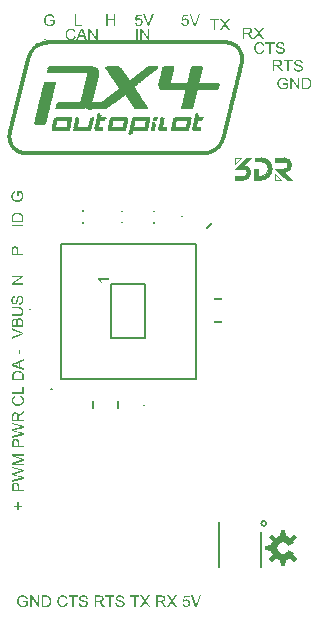
<source format=gto>
G04 Layer_Color=65535*
%FSLAX44Y44*%
%MOMM*%
G71*
G01*
G75*
%ADD26C,0.1270*%
%ADD75C,0.0004*%
%ADD76C,0.2032*%
%ADD77C,0.1524*%
%ADD78R,15.3670X0.0254*%
%ADD79R,15.7480X0.0254*%
%ADD80R,15.9258X0.0254*%
%ADD81R,16.1036X0.0254*%
%ADD82R,16.2560X0.0254*%
%ADD83R,16.4084X0.0254*%
%ADD84R,16.4846X0.0254*%
%ADD85R,16.6116X0.0254*%
%ADD86R,16.6878X0.0254*%
%ADD87R,16.7894X0.0254*%
%ADD88R,16.8656X0.0254*%
%ADD89R,0.8382X0.0254*%
%ADD90R,0.9398X0.0254*%
%ADD91R,0.7112X0.0254*%
%ADD92R,0.7874X0.0254*%
%ADD93R,0.6096X0.0254*%
%ADD94R,0.6858X0.0254*%
%ADD95R,0.5588X0.0254*%
%ADD96R,0.6604X0.0254*%
%ADD97R,0.5334X0.0254*%
%ADD98R,0.5842X0.0254*%
%ADD99R,0.5080X0.0254*%
%ADD100R,0.4826X0.0254*%
%ADD101R,0.4572X0.0254*%
%ADD102R,0.4318X0.0254*%
%ADD103R,0.4064X0.0254*%
%ADD104R,0.3810X0.0254*%
%ADD105R,0.3556X0.0254*%
%ADD106R,0.3302X0.0254*%
%ADD107R,0.3048X0.0254*%
%ADD108R,0.2794X0.0254*%
%ADD109R,3.4544X0.0254*%
%ADD110R,1.0668X0.0254*%
%ADD111R,3.7084X0.0254*%
%ADD112R,0.9144X0.0254*%
%ADD113R,1.1684X0.0254*%
%ADD114R,3.8862X0.0254*%
%ADD115R,0.9652X0.0254*%
%ADD116R,1.2192X0.0254*%
%ADD117R,3.9624X0.0254*%
%ADD118R,1.0160X0.0254*%
%ADD119R,1.2700X0.0254*%
%ADD120R,4.0640X0.0254*%
%ADD121R,0.9906X0.0254*%
%ADD122R,4.0894X0.0254*%
%ADD123R,1.2954X0.0254*%
%ADD124R,4.1402X0.0254*%
%ADD125R,1.0922X0.0254*%
%ADD126R,4.1910X0.0254*%
%ADD127R,4.2418X0.0254*%
%ADD128R,1.3208X0.0254*%
%ADD129R,4.2672X0.0254*%
%ADD130R,4.2926X0.0254*%
%ADD131R,4.3434X0.0254*%
%ADD132R,4.3942X0.0254*%
%ADD133R,4.3688X0.0254*%
%ADD134R,1.0414X0.0254*%
%ADD135R,2.3368X0.0254*%
%ADD136R,2.2860X0.0254*%
%ADD137R,2.2352X0.0254*%
%ADD138R,2.1844X0.0254*%
%ADD139R,2.1336X0.0254*%
%ADD140R,2.0828X0.0254*%
%ADD141R,0.8890X0.0254*%
%ADD142R,2.0320X0.0254*%
%ADD143R,1.9812X0.0254*%
%ADD144R,1.1430X0.0254*%
%ADD145R,1.9304X0.0254*%
%ADD146R,5.1308X0.0254*%
%ADD147R,1.8796X0.0254*%
%ADD148R,5.1562X0.0254*%
%ADD149R,1.8288X0.0254*%
%ADD150R,5.1816X0.0254*%
%ADD151R,1.8034X0.0254*%
%ADD152R,1.7272X0.0254*%
%ADD153R,1.6764X0.0254*%
%ADD154R,1.6256X0.0254*%
%ADD155R,1.6002X0.0254*%
%ADD156R,1.5240X0.0254*%
%ADD157R,1.4732X0.0254*%
%ADD158R,1.4224X0.0254*%
%ADD159R,1.3716X0.0254*%
%ADD160R,5.1054X0.0254*%
%ADD161R,5.0800X0.0254*%
%ADD162R,5.0546X0.0254*%
%ADD163R,5.0292X0.0254*%
%ADD164R,5.0038X0.0254*%
%ADD165R,4.9530X0.0254*%
%ADD166R,4.8768X0.0254*%
%ADD167R,1.3970X0.0254*%
%ADD168R,4.8260X0.0254*%
%ADD169R,1.4478X0.0254*%
%ADD170R,4.5212X0.0254*%
%ADD171R,1.7018X0.0254*%
%ADD172R,1.7780X0.0254*%
%ADD173R,1.9050X0.0254*%
%ADD174R,2.0066X0.0254*%
%ADD175R,2.1082X0.0254*%
%ADD176R,2.2098X0.0254*%
%ADD177R,2.3114X0.0254*%
%ADD178R,1.1938X0.0254*%
%ADD179R,1.1176X0.0254*%
%ADD180R,1.2446X0.0254*%
%ADD181R,2.8194X0.0254*%
%ADD182R,4.8006X0.0254*%
%ADD183R,4.7752X0.0254*%
%ADD184R,4.7244X0.0254*%
%ADD185R,4.6990X0.0254*%
%ADD186R,4.6736X0.0254*%
%ADD187R,4.6482X0.0254*%
%ADD188R,4.5974X0.0254*%
%ADD189R,4.5720X0.0254*%
%ADD190R,4.5466X0.0254*%
%ADD191R,4.4958X0.0254*%
%ADD192R,4.4704X0.0254*%
%ADD193R,4.4450X0.0254*%
%ADD194R,2.5654X0.0254*%
%ADD195R,2.4892X0.0254*%
%ADD196R,2.3622X0.0254*%
%ADD197R,0.8636X0.0254*%
%ADD198R,0.1778X0.0254*%
%ADD199R,0.2032X0.0254*%
%ADD200R,0.2540X0.0254*%
%ADD201R,0.7620X0.0254*%
%ADD202R,1.3462X0.0254*%
%ADD203R,0.2286X0.0254*%
%ADD204R,1.4986X0.0254*%
%ADD205R,0.7366X0.0254*%
%ADD206R,1.5494X0.0254*%
%ADD207R,0.1524X0.0254*%
%ADD208R,0.6350X0.0254*%
%ADD209R,0.3099X0.0254*%
%ADD210R,16.8148X0.0254*%
%ADD211R,16.7132X0.0254*%
%ADD212R,16.6370X0.0254*%
%ADD213R,16.2306X0.0254*%
%ADD214R,15.9004X0.0254*%
%ADD215R,15.7226X0.0254*%
%ADD216R,15.1892X0.0305*%
G04:AMPARAMS|DCode=217|XSize=0.1524mm|YSize=0.6048mm|CornerRadius=0mm|HoleSize=0mm|Usage=FLASHONLY|Rotation=270.010|XOffset=0mm|YOffset=0mm|HoleType=Round|Shape=Rectangle|*
%AMROTATEDRECTD217*
4,1,4,-0.3024,0.0762,0.3024,0.0763,0.3024,-0.0762,-0.3024,-0.0763,-0.3024,0.0762,0.0*
%
%ADD217ROTATEDRECTD217*%

G04:AMPARAMS|DCode=218|XSize=0.1524mm|YSize=0.6048mm|CornerRadius=0mm|HoleSize=0mm|Usage=FLASHONLY|Rotation=0.002|XOffset=0mm|YOffset=0mm|HoleType=Round|Shape=Rectangle|*
%AMROTATEDRECTD218*
4,1,4,-0.0762,-0.3024,-0.0762,0.3024,0.0762,0.3024,0.0762,-0.3024,-0.0762,-0.3024,0.0*
%
%ADD218ROTATEDRECTD218*%

G04:AMPARAMS|DCode=219|XSize=0.1524mm|YSize=0.6048mm|CornerRadius=0mm|HoleSize=0mm|Usage=FLASHONLY|Rotation=315.000|XOffset=0mm|YOffset=0mm|HoleType=Round|Shape=Rectangle|*
%AMROTATEDRECTD219*
4,1,4,-0.2677,-0.1600,0.1600,0.2677,0.2677,0.1600,-0.1600,-0.2677,-0.2677,-0.1600,0.0*
%
%ADD219ROTATEDRECTD219*%

G36*
X2627586Y366395D02*
X2626240D01*
X2622455Y376161D01*
X2623865D01*
X2626405Y369062D01*
Y369049D01*
X2626418Y369024D01*
X2626430Y368973D01*
X2626455Y368922D01*
X2626481Y368846D01*
X2626506Y368757D01*
X2626583Y368541D01*
X2626659Y368300D01*
X2626748Y368033D01*
X2626837Y367741D01*
X2626913Y367462D01*
Y367475D01*
X2626925Y367500D01*
X2626938Y367538D01*
X2626951Y367602D01*
X2626976Y367678D01*
X2627002Y367754D01*
X2627065Y367957D01*
X2627141Y368198D01*
X2627230Y368478D01*
X2627332Y368770D01*
X2627446Y369062D01*
X2630088Y376161D01*
X2631396D01*
X2627586Y366395D01*
D02*
G37*
G36*
X2621401Y374891D02*
X2617502D01*
X2616981Y372250D01*
X2616994Y372262D01*
X2617019Y372275D01*
X2617070Y372313D01*
X2617134Y372351D01*
X2617210Y372389D01*
X2617311Y372453D01*
X2617413Y372504D01*
X2617540Y372567D01*
X2617820Y372682D01*
X2618124Y372770D01*
X2618467Y372847D01*
X2618645Y372859D01*
X2618823Y372872D01*
X2618950D01*
X2619039Y372859D01*
X2619140Y372847D01*
X2619267Y372821D01*
X2619407Y372796D01*
X2619572Y372758D01*
X2619737Y372720D01*
X2619902Y372656D01*
X2620080Y372580D01*
X2620271Y372504D01*
X2620448Y372389D01*
X2620626Y372275D01*
X2620804Y372135D01*
X2620969Y371983D01*
X2620982Y371970D01*
X2621007Y371945D01*
X2621045Y371894D01*
X2621109Y371818D01*
X2621172Y371729D01*
X2621248Y371627D01*
X2621337Y371500D01*
X2621414Y371361D01*
X2621502Y371208D01*
X2621579Y371031D01*
X2621655Y370853D01*
X2621718Y370649D01*
X2621782Y370421D01*
X2621820Y370192D01*
X2621845Y369951D01*
X2621858Y369697D01*
Y369684D01*
Y369633D01*
Y369570D01*
X2621845Y369481D01*
X2621833Y369367D01*
X2621820Y369227D01*
X2621795Y369075D01*
X2621757Y368922D01*
X2621667Y368554D01*
X2621604Y368363D01*
X2621528Y368173D01*
X2621439Y367982D01*
X2621337Y367792D01*
X2621223Y367602D01*
X2621083Y367411D01*
X2621071Y367398D01*
X2621045Y367360D01*
X2620982Y367297D01*
X2620905Y367233D01*
X2620817Y367132D01*
X2620703Y367043D01*
X2620563Y366928D01*
X2620410Y366827D01*
X2620233Y366712D01*
X2620042Y366598D01*
X2619839Y366509D01*
X2619610Y366420D01*
X2619356Y366344D01*
X2619089Y366281D01*
X2618810Y366243D01*
X2618518Y366230D01*
X2618391D01*
X2618302Y366243D01*
X2618188Y366255D01*
X2618048Y366268D01*
X2617908Y366293D01*
X2617743Y366319D01*
X2617401Y366408D01*
X2617223Y366471D01*
X2617045Y366547D01*
X2616854Y366624D01*
X2616677Y366725D01*
X2616512Y366839D01*
X2616346Y366967D01*
X2616334Y366979D01*
X2616308Y367005D01*
X2616270Y367043D01*
X2616219Y367106D01*
X2616143Y367182D01*
X2616080Y367271D01*
X2615991Y367373D01*
X2615915Y367500D01*
X2615826Y367627D01*
X2615750Y367779D01*
X2615660Y367944D01*
X2615597Y368122D01*
X2615521Y368313D01*
X2615470Y368503D01*
X2615419Y368719D01*
X2615394Y368948D01*
X2616651Y369037D01*
Y369024D01*
X2616664Y368998D01*
Y368948D01*
X2616677Y368884D01*
X2616702Y368808D01*
X2616727Y368719D01*
X2616778Y368529D01*
X2616867Y368300D01*
X2616981Y368071D01*
X2617121Y367855D01*
X2617286Y367665D01*
X2617311Y367652D01*
X2617375Y367602D01*
X2617489Y367525D01*
X2617629Y367449D01*
X2617807Y367360D01*
X2618023Y367297D01*
X2618251Y367246D01*
X2618518Y367220D01*
X2618607D01*
X2618670Y367233D01*
X2618734Y367246D01*
X2618823Y367259D01*
X2619026Y367297D01*
X2619267Y367373D01*
X2619509Y367500D01*
X2619636Y367563D01*
X2619763Y367652D01*
X2619877Y367754D01*
X2619991Y367868D01*
X2620004Y367881D01*
X2620016Y367894D01*
X2620042Y367932D01*
X2620080Y367982D01*
X2620131Y368046D01*
X2620182Y368135D01*
X2620233Y368224D01*
X2620296Y368325D01*
X2620398Y368579D01*
X2620499Y368871D01*
X2620563Y369214D01*
X2620588Y369392D01*
Y369595D01*
Y369608D01*
Y369646D01*
Y369697D01*
X2620575Y369761D01*
Y369849D01*
X2620563Y369951D01*
X2620512Y370180D01*
X2620448Y370446D01*
X2620347Y370713D01*
X2620207Y370980D01*
X2620118Y371107D01*
X2620016Y371221D01*
Y371234D01*
X2619991Y371246D01*
X2619953Y371272D01*
X2619915Y371310D01*
X2619788Y371412D01*
X2619610Y371526D01*
X2619394Y371627D01*
X2619140Y371729D01*
X2618835Y371792D01*
X2618683Y371818D01*
X2618404D01*
X2618302Y371805D01*
X2618150Y371780D01*
X2617997Y371754D01*
X2617820Y371704D01*
X2617629Y371627D01*
X2617451Y371539D01*
X2617426Y371526D01*
X2617375Y371488D01*
X2617299Y371437D01*
X2617197Y371348D01*
X2617083Y371259D01*
X2616956Y371132D01*
X2616842Y371005D01*
X2616740Y370853D01*
X2615610Y371018D01*
X2616549Y376034D01*
X2621401D01*
Y374891D01*
D02*
G37*
G36*
X2493994Y366395D02*
X2492661D01*
X2487543Y374053D01*
Y366395D01*
X2486298D01*
Y376161D01*
X2487619D01*
X2492750Y368490D01*
Y376161D01*
X2493994D01*
Y366395D01*
D02*
G37*
G36*
X2480437Y645643D02*
X2472779Y640525D01*
X2480437D01*
Y639280D01*
X2470671D01*
Y640601D01*
X2478342Y645732D01*
X2470671D01*
Y646976D01*
X2480437D01*
Y645643D01*
D02*
G37*
G36*
X2557710Y375006D02*
X2554497D01*
Y366395D01*
X2553202D01*
Y375006D01*
X2549989D01*
Y376161D01*
X2557710D01*
Y375006D01*
D02*
G37*
G36*
X2545544Y376149D02*
X2545658D01*
X2545798Y376136D01*
X2545950Y376123D01*
X2546268Y376098D01*
X2546598Y376047D01*
X2546915Y375984D01*
X2547068Y375945D01*
X2547195Y375895D01*
X2547207D01*
X2547220Y375882D01*
X2547258Y375869D01*
X2547309Y375844D01*
X2547436Y375780D01*
X2547589Y375679D01*
X2547766Y375552D01*
X2547944Y375387D01*
X2548122Y375183D01*
X2548287Y374955D01*
Y374942D01*
X2548300Y374929D01*
X2548325Y374891D01*
X2548351Y374841D01*
X2548414Y374701D01*
X2548490Y374523D01*
X2548566Y374307D01*
X2548630Y374053D01*
X2548681Y373774D01*
X2548693Y373482D01*
Y373469D01*
Y373431D01*
Y373380D01*
X2548681Y373304D01*
X2548668Y373215D01*
X2548655Y373113D01*
X2548604Y372872D01*
X2548528Y372593D01*
X2548414Y372300D01*
X2548338Y372161D01*
X2548249Y372008D01*
X2548135Y371869D01*
X2548020Y371729D01*
X2548008Y371716D01*
X2547995Y371704D01*
X2547944Y371665D01*
X2547893Y371615D01*
X2547817Y371564D01*
X2547728Y371500D01*
X2547627Y371424D01*
X2547512Y371348D01*
X2547373Y371272D01*
X2547220Y371196D01*
X2547042Y371119D01*
X2546852Y371043D01*
X2546649Y370980D01*
X2546433Y370916D01*
X2546192Y370865D01*
X2545938Y370827D01*
X2545963Y370815D01*
X2546026Y370789D01*
X2546115Y370738D01*
X2546230Y370675D01*
X2546484Y370510D01*
X2546598Y370421D01*
X2546712Y370332D01*
X2546725D01*
X2546738Y370307D01*
X2546814Y370243D01*
X2546915Y370129D01*
X2547068Y369976D01*
X2547233Y369799D01*
X2547411Y369570D01*
X2547601Y369316D01*
X2547792Y369037D01*
X2549481Y366395D01*
X2547855D01*
X2546573Y368414D01*
Y368427D01*
X2546547Y368452D01*
X2546522Y368503D01*
X2546484Y368554D01*
X2546433Y368630D01*
X2546369Y368719D01*
X2546242Y368910D01*
X2546090Y369126D01*
X2545938Y369341D01*
X2545785Y369557D01*
X2545633Y369748D01*
X2545620Y369773D01*
X2545569Y369824D01*
X2545506Y369913D01*
X2545417Y370002D01*
X2545315Y370116D01*
X2545201Y370230D01*
X2545087Y370319D01*
X2544972Y370408D01*
X2544960Y370421D01*
X2544922Y370434D01*
X2544871Y370472D01*
X2544794Y370510D01*
X2544706Y370561D01*
X2544604Y370599D01*
X2544388Y370675D01*
X2544375D01*
X2544350Y370688D01*
X2544299D01*
X2544223Y370700D01*
X2544121Y370713D01*
X2543994D01*
X2543855Y370726D01*
X2542178D01*
Y366395D01*
X2540883D01*
Y376161D01*
X2545430D01*
X2545544Y376149D01*
D02*
G37*
G36*
X2597817D02*
X2597931D01*
X2598071Y376136D01*
X2598223Y376123D01*
X2598541Y376098D01*
X2598871Y376047D01*
X2599189Y375984D01*
X2599341Y375945D01*
X2599468Y375895D01*
X2599481D01*
X2599493Y375882D01*
X2599532Y375869D01*
X2599582Y375844D01*
X2599709Y375780D01*
X2599862Y375679D01*
X2600039Y375552D01*
X2600217Y375387D01*
X2600395Y375183D01*
X2600560Y374955D01*
Y374942D01*
X2600573Y374929D01*
X2600598Y374891D01*
X2600624Y374841D01*
X2600687Y374701D01*
X2600764Y374523D01*
X2600840Y374307D01*
X2600903Y374053D01*
X2600954Y373774D01*
X2600966Y373482D01*
Y373469D01*
Y373431D01*
Y373380D01*
X2600954Y373304D01*
X2600941Y373215D01*
X2600929Y373113D01*
X2600878Y372872D01*
X2600801Y372593D01*
X2600687Y372300D01*
X2600611Y372161D01*
X2600522Y372008D01*
X2600408Y371869D01*
X2600294Y371729D01*
X2600281Y371716D01*
X2600268Y371704D01*
X2600217Y371665D01*
X2600167Y371615D01*
X2600090Y371564D01*
X2600002Y371500D01*
X2599900Y371424D01*
X2599785Y371348D01*
X2599646Y371272D01*
X2599493Y371196D01*
X2599315Y371119D01*
X2599125Y371043D01*
X2598922Y370980D01*
X2598706Y370916D01*
X2598465Y370865D01*
X2598211Y370827D01*
X2598236Y370815D01*
X2598300Y370789D01*
X2598388Y370738D01*
X2598503Y370675D01*
X2598757Y370510D01*
X2598871Y370421D01*
X2598985Y370332D01*
X2598998D01*
X2599011Y370307D01*
X2599087Y370243D01*
X2599189Y370129D01*
X2599341Y369976D01*
X2599506Y369799D01*
X2599684Y369570D01*
X2599874Y369316D01*
X2600065Y369037D01*
X2601754Y366395D01*
X2600128D01*
X2598846Y368414D01*
Y368427D01*
X2598820Y368452D01*
X2598795Y368503D01*
X2598757Y368554D01*
X2598706Y368630D01*
X2598643Y368719D01*
X2598516Y368910D01*
X2598363Y369126D01*
X2598211Y369341D01*
X2598058Y369557D01*
X2597906Y369748D01*
X2597893Y369773D01*
X2597842Y369824D01*
X2597779Y369913D01*
X2597690Y370002D01*
X2597589Y370116D01*
X2597474Y370230D01*
X2597360Y370319D01*
X2597245Y370408D01*
X2597233Y370421D01*
X2597195Y370434D01*
X2597144Y370472D01*
X2597068Y370510D01*
X2596979Y370561D01*
X2596877Y370599D01*
X2596661Y370675D01*
X2596649D01*
X2596623Y370688D01*
X2596572D01*
X2596496Y370700D01*
X2596395Y370713D01*
X2596268D01*
X2596128Y370726D01*
X2594452D01*
Y366395D01*
X2593156D01*
Y376161D01*
X2597703D01*
X2597817Y376149D01*
D02*
G37*
G36*
X2578919Y375006D02*
X2575706D01*
Y366395D01*
X2574411D01*
Y375006D01*
X2571198D01*
Y376161D01*
X2578919D01*
Y375006D01*
D02*
G37*
G36*
X2477821Y629946D02*
X2477897D01*
X2477973Y629933D01*
X2478164Y629907D01*
X2478392Y629844D01*
X2478634Y629768D01*
X2478900Y629654D01*
X2479154Y629501D01*
X2479167D01*
X2479180Y629476D01*
X2479218Y629450D01*
X2479269Y629425D01*
X2479396Y629311D01*
X2479548Y629171D01*
X2479713Y628993D01*
X2479891Y628777D01*
X2480069Y628511D01*
X2480221Y628218D01*
Y628206D01*
X2480234Y628180D01*
X2480259Y628130D01*
X2480285Y628079D01*
X2480310Y627990D01*
X2480335Y627901D01*
X2480374Y627799D01*
X2480412Y627672D01*
X2480475Y627406D01*
X2480539Y627088D01*
X2480589Y626732D01*
X2480602Y626352D01*
Y626339D01*
Y626288D01*
Y626225D01*
X2480589Y626136D01*
Y626021D01*
X2480577Y625882D01*
X2480564Y625742D01*
X2480551Y625577D01*
X2480513Y625234D01*
X2480437Y624853D01*
X2480348Y624485D01*
X2480221Y624129D01*
Y624116D01*
X2480208Y624091D01*
X2480183Y624040D01*
X2480145Y623977D01*
X2480107Y623913D01*
X2480056Y623824D01*
X2479929Y623621D01*
X2479764Y623392D01*
X2479561Y623164D01*
X2479319Y622935D01*
X2479053Y622732D01*
X2479040D01*
X2479015Y622707D01*
X2478976Y622681D01*
X2478913Y622656D01*
X2478837Y622618D01*
X2478761Y622567D01*
X2478659Y622529D01*
X2478545Y622478D01*
X2478278Y622376D01*
X2477986Y622287D01*
X2477643Y622224D01*
X2477287Y622199D01*
X2477186Y623418D01*
X2477224D01*
X2477262Y623430D01*
X2477313D01*
X2477440Y623456D01*
X2477618Y623494D01*
X2477808Y623545D01*
X2478011Y623621D01*
X2478215Y623710D01*
X2478405Y623811D01*
X2478430Y623824D01*
X2478481Y623875D01*
X2478570Y623951D01*
X2478672Y624053D01*
X2478799Y624193D01*
X2478926Y624358D01*
X2479053Y624561D01*
X2479167Y624789D01*
Y624802D01*
X2479180Y624815D01*
X2479192Y624853D01*
X2479205Y624904D01*
X2479230Y624967D01*
X2479256Y625043D01*
X2479307Y625234D01*
X2479357Y625450D01*
X2479408Y625704D01*
X2479434Y625983D01*
X2479446Y626288D01*
Y626301D01*
Y626326D01*
Y626364D01*
Y626415D01*
X2479434Y626555D01*
X2479421Y626732D01*
X2479396Y626923D01*
X2479357Y627152D01*
X2479307Y627368D01*
X2479230Y627583D01*
Y627596D01*
X2479218Y627609D01*
X2479192Y627672D01*
X2479142Y627774D01*
X2479078Y627901D01*
X2478989Y628041D01*
X2478888Y628180D01*
X2478773Y628320D01*
X2478634Y628434D01*
X2478621Y628447D01*
X2478570Y628472D01*
X2478481Y628523D01*
X2478380Y628574D01*
X2478253Y628625D01*
X2478113Y628676D01*
X2477961Y628701D01*
X2477795Y628714D01*
X2477719D01*
X2477630Y628701D01*
X2477529Y628676D01*
X2477402Y628650D01*
X2477262Y628599D01*
X2477122Y628523D01*
X2476995Y628434D01*
X2476983Y628422D01*
X2476932Y628383D01*
X2476868Y628320D01*
X2476792Y628231D01*
X2476703Y628104D01*
X2476614Y627952D01*
X2476513Y627774D01*
X2476424Y627558D01*
X2476411Y627533D01*
X2476398Y627482D01*
X2476373Y627431D01*
X2476360Y627368D01*
X2476335Y627291D01*
X2476310Y627190D01*
X2476271Y627088D01*
X2476246Y626961D01*
X2476208Y626821D01*
X2476157Y626656D01*
X2476119Y626479D01*
X2476068Y626275D01*
X2476017Y626059D01*
X2475954Y625818D01*
Y625805D01*
X2475941Y625755D01*
X2475916Y625691D01*
X2475903Y625602D01*
X2475865Y625488D01*
X2475840Y625374D01*
X2475751Y625081D01*
X2475662Y624777D01*
X2475547Y624459D01*
X2475446Y624180D01*
X2475382Y624053D01*
X2475332Y623938D01*
Y623926D01*
X2475319Y623913D01*
X2475293Y623875D01*
X2475268Y623824D01*
X2475192Y623697D01*
X2475078Y623545D01*
X2474951Y623380D01*
X2474798Y623202D01*
X2474620Y623037D01*
X2474430Y622897D01*
X2474417D01*
X2474404Y622884D01*
X2474328Y622846D01*
X2474227Y622795D01*
X2474074Y622732D01*
X2473896Y622668D01*
X2473681Y622618D01*
X2473452Y622580D01*
X2473211Y622567D01*
X2473134D01*
X2473084Y622580D01*
X2472944Y622592D01*
X2472753Y622618D01*
X2472538Y622668D01*
X2472309Y622745D01*
X2472068Y622846D01*
X2471826Y622986D01*
X2471814D01*
X2471801Y623011D01*
X2471725Y623062D01*
X2471598Y623164D01*
X2471458Y623291D01*
X2471306Y623469D01*
X2471141Y623672D01*
X2470988Y623926D01*
X2470849Y624205D01*
Y624218D01*
X2470836Y624243D01*
X2470810Y624281D01*
X2470798Y624345D01*
X2470772Y624421D01*
X2470734Y624510D01*
X2470709Y624612D01*
X2470671Y624726D01*
X2470620Y624993D01*
X2470556Y625297D01*
X2470518Y625640D01*
X2470506Y625996D01*
Y626009D01*
Y626047D01*
Y626097D01*
Y626174D01*
X2470518Y626275D01*
Y626377D01*
X2470531Y626504D01*
X2470544Y626644D01*
X2470594Y626936D01*
X2470658Y627253D01*
X2470747Y627583D01*
X2470861Y627901D01*
Y627914D01*
X2470874Y627939D01*
X2470899Y627977D01*
X2470925Y628041D01*
X2471014Y628193D01*
X2471128Y628371D01*
X2471268Y628587D01*
X2471445Y628790D01*
X2471661Y629006D01*
X2471903Y629184D01*
X2471915D01*
X2471928Y629209D01*
X2471966Y629222D01*
X2472017Y629260D01*
X2472080Y629285D01*
X2472157Y629323D01*
X2472347Y629412D01*
X2472576Y629501D01*
X2472830Y629577D01*
X2473122Y629641D01*
X2473427Y629666D01*
X2473515Y628422D01*
X2473477D01*
X2473427Y628409D01*
X2473363Y628396D01*
X2473287Y628383D01*
X2473198Y628358D01*
X2472995Y628295D01*
X2472779Y628206D01*
X2472550Y628091D01*
X2472322Y627939D01*
X2472131Y627736D01*
X2472106Y627710D01*
X2472093Y627672D01*
X2472055Y627634D01*
X2472017Y627571D01*
X2471979Y627495D01*
X2471941Y627406D01*
X2471890Y627317D01*
X2471852Y627202D01*
X2471814Y627075D01*
X2471776Y626936D01*
X2471738Y626783D01*
X2471699Y626618D01*
X2471687Y626440D01*
X2471661Y626250D01*
Y626047D01*
Y626034D01*
Y625996D01*
Y625932D01*
Y625856D01*
X2471674Y625755D01*
X2471687Y625653D01*
X2471712Y625399D01*
X2471763Y625120D01*
X2471839Y624840D01*
X2471953Y624574D01*
X2472017Y624446D01*
X2472093Y624345D01*
X2472119Y624319D01*
X2472169Y624256D01*
X2472258Y624180D01*
X2472385Y624078D01*
X2472538Y623977D01*
X2472715Y623900D01*
X2472919Y623837D01*
X2473134Y623811D01*
X2473223D01*
X2473312Y623837D01*
X2473439Y623862D01*
X2473579Y623900D01*
X2473719Y623964D01*
X2473858Y624053D01*
X2473998Y624180D01*
X2474011Y624205D01*
X2474036Y624231D01*
X2474049Y624269D01*
X2474087Y624319D01*
X2474125Y624383D01*
X2474163Y624472D01*
X2474201Y624561D01*
X2474252Y624688D01*
X2474316Y624827D01*
X2474366Y624980D01*
X2474430Y625158D01*
X2474493Y625361D01*
X2474557Y625589D01*
X2474620Y625844D01*
X2474684Y626123D01*
Y626136D01*
X2474697Y626186D01*
X2474722Y626275D01*
X2474747Y626377D01*
X2474773Y626504D01*
X2474811Y626656D01*
X2474849Y626809D01*
X2474900Y626987D01*
X2474989Y627342D01*
X2475090Y627698D01*
X2475154Y627863D01*
X2475205Y628028D01*
X2475255Y628168D01*
X2475306Y628282D01*
Y628295D01*
X2475319Y628320D01*
X2475344Y628358D01*
X2475382Y628422D01*
X2475459Y628574D01*
X2475573Y628764D01*
X2475725Y628968D01*
X2475890Y629171D01*
X2476094Y629374D01*
X2476310Y629539D01*
X2476322D01*
X2476335Y629552D01*
X2476373Y629577D01*
X2476411Y629603D01*
X2476538Y629666D01*
X2476703Y629755D01*
X2476906Y629831D01*
X2477148Y629895D01*
X2477402Y629946D01*
X2477694Y629958D01*
X2477770D01*
X2477821Y629946D01*
D02*
G37*
G36*
X2531637Y376314D02*
X2531739D01*
X2531866Y376301D01*
X2532006Y376288D01*
X2532298Y376237D01*
X2532615Y376174D01*
X2532945Y376085D01*
X2533263Y375971D01*
X2533276D01*
X2533301Y375958D01*
X2533339Y375933D01*
X2533403Y375907D01*
X2533555Y375818D01*
X2533733Y375704D01*
X2533949Y375564D01*
X2534152Y375387D01*
X2534368Y375171D01*
X2534546Y374929D01*
Y374917D01*
X2534571Y374904D01*
X2534584Y374866D01*
X2534622Y374815D01*
X2534647Y374752D01*
X2534685Y374675D01*
X2534774Y374485D01*
X2534863Y374256D01*
X2534939Y374002D01*
X2535003Y373710D01*
X2535028Y373405D01*
X2533784Y373316D01*
Y373329D01*
Y373355D01*
X2533771Y373405D01*
X2533758Y373469D01*
X2533746Y373545D01*
X2533720Y373634D01*
X2533657Y373837D01*
X2533568Y374053D01*
X2533453Y374282D01*
X2533301Y374510D01*
X2533098Y374701D01*
X2533072Y374726D01*
X2533034Y374739D01*
X2532996Y374777D01*
X2532933Y374815D01*
X2532856Y374853D01*
X2532768Y374891D01*
X2532679Y374942D01*
X2532564Y374980D01*
X2532437Y375018D01*
X2532298Y375056D01*
X2532145Y375094D01*
X2531980Y375133D01*
X2531802Y375145D01*
X2531612Y375171D01*
X2531218D01*
X2531117Y375158D01*
X2531015Y375145D01*
X2530761Y375120D01*
X2530482Y375069D01*
X2530202Y374993D01*
X2529935Y374879D01*
X2529809Y374815D01*
X2529707Y374739D01*
X2529682Y374714D01*
X2529618Y374663D01*
X2529542Y374574D01*
X2529440Y374447D01*
X2529339Y374294D01*
X2529262Y374117D01*
X2529199Y373913D01*
X2529173Y373698D01*
Y373672D01*
Y373609D01*
X2529199Y373520D01*
X2529224Y373393D01*
X2529262Y373253D01*
X2529326Y373113D01*
X2529415Y372974D01*
X2529542Y372834D01*
X2529567Y372821D01*
X2529593Y372796D01*
X2529631Y372783D01*
X2529682Y372745D01*
X2529745Y372707D01*
X2529834Y372669D01*
X2529923Y372631D01*
X2530050Y372580D01*
X2530190Y372516D01*
X2530342Y372466D01*
X2530520Y372402D01*
X2530723Y372339D01*
X2530952Y372275D01*
X2531205Y372212D01*
X2531485Y372148D01*
X2531498D01*
X2531548Y372135D01*
X2531637Y372110D01*
X2531739Y372085D01*
X2531866Y372059D01*
X2532018Y372021D01*
X2532171Y371983D01*
X2532348Y371932D01*
X2532704Y371843D01*
X2533060Y371742D01*
X2533225Y371678D01*
X2533390Y371627D01*
X2533530Y371577D01*
X2533644Y371526D01*
X2533657D01*
X2533682Y371513D01*
X2533720Y371488D01*
X2533784Y371450D01*
X2533936Y371373D01*
X2534126Y371259D01*
X2534330Y371107D01*
X2534533Y370942D01*
X2534736Y370738D01*
X2534901Y370522D01*
Y370510D01*
X2534914Y370497D01*
X2534939Y370459D01*
X2534965Y370421D01*
X2535028Y370294D01*
X2535117Y370129D01*
X2535193Y369926D01*
X2535257Y369684D01*
X2535308Y369430D01*
X2535320Y369138D01*
Y369126D01*
Y369100D01*
Y369062D01*
X2535308Y369011D01*
Y368935D01*
X2535295Y368859D01*
X2535269Y368668D01*
X2535206Y368440D01*
X2535130Y368198D01*
X2535016Y367932D01*
X2534863Y367678D01*
Y367665D01*
X2534838Y367652D01*
X2534812Y367614D01*
X2534787Y367563D01*
X2534673Y367436D01*
X2534533Y367284D01*
X2534355Y367119D01*
X2534139Y366941D01*
X2533873Y366763D01*
X2533580Y366611D01*
X2533568D01*
X2533542Y366598D01*
X2533492Y366573D01*
X2533441Y366547D01*
X2533352Y366522D01*
X2533263Y366497D01*
X2533161Y366459D01*
X2533034Y366420D01*
X2532768Y366357D01*
X2532450Y366293D01*
X2532095Y366243D01*
X2531714Y366230D01*
X2531586D01*
X2531498Y366243D01*
X2531383D01*
X2531244Y366255D01*
X2531104Y366268D01*
X2530939Y366281D01*
X2530596Y366319D01*
X2530215Y366395D01*
X2529847Y366484D01*
X2529491Y366611D01*
X2529478D01*
X2529453Y366624D01*
X2529402Y366649D01*
X2529339Y366687D01*
X2529275Y366725D01*
X2529186Y366776D01*
X2528983Y366903D01*
X2528754Y367068D01*
X2528526Y367271D01*
X2528297Y367513D01*
X2528094Y367779D01*
Y367792D01*
X2528069Y367817D01*
X2528043Y367855D01*
X2528018Y367919D01*
X2527980Y367995D01*
X2527929Y368071D01*
X2527891Y368173D01*
X2527840Y368287D01*
X2527738Y368554D01*
X2527650Y368846D01*
X2527586Y369189D01*
X2527561Y369545D01*
X2528780Y369646D01*
Y369633D01*
Y369608D01*
X2528793Y369570D01*
Y369519D01*
X2528818Y369392D01*
X2528856Y369214D01*
X2528907Y369024D01*
X2528983Y368821D01*
X2529072Y368618D01*
X2529173Y368427D01*
X2529186Y368402D01*
X2529237Y368351D01*
X2529313Y368262D01*
X2529415Y368160D01*
X2529554Y368033D01*
X2529720Y367906D01*
X2529923Y367779D01*
X2530151Y367665D01*
X2530164D01*
X2530177Y367652D01*
X2530215Y367640D01*
X2530266Y367627D01*
X2530329Y367602D01*
X2530405Y367576D01*
X2530596Y367525D01*
X2530812Y367475D01*
X2531066Y367424D01*
X2531345Y367398D01*
X2531650Y367386D01*
X2531777D01*
X2531917Y367398D01*
X2532095Y367411D01*
X2532285Y367436D01*
X2532514Y367475D01*
X2532729Y367525D01*
X2532945Y367602D01*
X2532958D01*
X2532971Y367614D01*
X2533034Y367640D01*
X2533136Y367690D01*
X2533263Y367754D01*
X2533403Y367843D01*
X2533542Y367944D01*
X2533682Y368059D01*
X2533796Y368198D01*
X2533809Y368211D01*
X2533834Y368262D01*
X2533885Y368351D01*
X2533936Y368452D01*
X2533987Y368579D01*
X2534038Y368719D01*
X2534063Y368871D01*
X2534076Y369037D01*
Y369062D01*
Y369113D01*
X2534063Y369202D01*
X2534038Y369303D01*
X2534012Y369430D01*
X2533961Y369570D01*
X2533885Y369710D01*
X2533796Y369837D01*
X2533784Y369849D01*
X2533746Y369900D01*
X2533682Y369964D01*
X2533593Y370040D01*
X2533466Y370129D01*
X2533314Y370218D01*
X2533136Y370319D01*
X2532920Y370408D01*
X2532895Y370421D01*
X2532844Y370434D01*
X2532793Y370459D01*
X2532729Y370472D01*
X2532653Y370497D01*
X2532552Y370522D01*
X2532450Y370561D01*
X2532323Y370586D01*
X2532183Y370624D01*
X2532018Y370675D01*
X2531841Y370713D01*
X2531637Y370764D01*
X2531421Y370815D01*
X2531180Y370878D01*
X2531167D01*
X2531117Y370891D01*
X2531053Y370916D01*
X2530964Y370929D01*
X2530850Y370967D01*
X2530736Y370992D01*
X2530444Y371081D01*
X2530139Y371170D01*
X2529821Y371284D01*
X2529542Y371386D01*
X2529415Y371450D01*
X2529301Y371500D01*
X2529288D01*
X2529275Y371513D01*
X2529237Y371539D01*
X2529186Y371564D01*
X2529059Y371640D01*
X2528907Y371754D01*
X2528742Y371881D01*
X2528564Y372034D01*
X2528399Y372212D01*
X2528259Y372402D01*
Y372415D01*
X2528246Y372427D01*
X2528208Y372504D01*
X2528158Y372605D01*
X2528094Y372758D01*
X2528031Y372935D01*
X2527980Y373151D01*
X2527942Y373380D01*
X2527929Y373621D01*
Y373634D01*
Y373659D01*
Y373698D01*
X2527942Y373748D01*
X2527954Y373888D01*
X2527980Y374078D01*
X2528031Y374294D01*
X2528107Y374523D01*
X2528208Y374764D01*
X2528348Y375006D01*
Y375018D01*
X2528373Y375031D01*
X2528424Y375107D01*
X2528526Y375234D01*
X2528653Y375374D01*
X2528831Y375526D01*
X2529034Y375691D01*
X2529288Y375844D01*
X2529567Y375984D01*
X2529580D01*
X2529605Y375996D01*
X2529643Y376022D01*
X2529707Y376034D01*
X2529783Y376060D01*
X2529872Y376098D01*
X2529974Y376123D01*
X2530088Y376161D01*
X2530355Y376212D01*
X2530659Y376276D01*
X2531002Y376314D01*
X2531358Y376326D01*
X2531536D01*
X2531637Y376314D01*
D02*
G37*
G36*
X2514276D02*
X2514403Y376301D01*
X2514556Y376288D01*
X2514721Y376263D01*
X2514899Y376237D01*
X2515280Y376149D01*
X2515483Y376085D01*
X2515699Y376009D01*
X2515902Y375920D01*
X2516105Y375831D01*
X2516308Y375704D01*
X2516499Y375577D01*
X2516512Y375564D01*
X2516537Y375539D01*
X2516600Y375501D01*
X2516664Y375437D01*
X2516740Y375361D01*
X2516842Y375272D01*
X2516943Y375158D01*
X2517058Y375031D01*
X2517172Y374891D01*
X2517286Y374739D01*
X2517401Y374561D01*
X2517515Y374383D01*
X2517629Y374180D01*
X2517731Y373964D01*
X2517832Y373723D01*
X2517909Y373482D01*
X2516639Y373177D01*
Y373190D01*
X2516626Y373228D01*
X2516600Y373278D01*
X2516575Y373355D01*
X2516537Y373443D01*
X2516499Y373545D01*
X2516385Y373774D01*
X2516245Y374028D01*
X2516080Y374282D01*
X2515877Y374523D01*
X2515762Y374625D01*
X2515648Y374726D01*
X2515635D01*
X2515623Y374752D01*
X2515585Y374777D01*
X2515534Y374802D01*
X2515470Y374841D01*
X2515394Y374879D01*
X2515204Y374980D01*
X2514962Y375069D01*
X2514683Y375145D01*
X2514365Y375196D01*
X2514010Y375221D01*
X2513895D01*
X2513819Y375209D01*
X2513730D01*
X2513616Y375196D01*
X2513489Y375171D01*
X2513349Y375158D01*
X2513057Y375094D01*
X2512740Y374993D01*
X2512422Y374853D01*
X2512270Y374777D01*
X2512117Y374675D01*
X2512105D01*
X2512079Y374650D01*
X2512041Y374625D01*
X2511990Y374574D01*
X2511863Y374459D01*
X2511711Y374294D01*
X2511533Y374091D01*
X2511355Y373837D01*
X2511190Y373558D01*
X2511063Y373228D01*
Y373215D01*
X2511051Y373190D01*
X2511038Y373139D01*
X2511013Y373075D01*
X2510987Y372986D01*
X2510962Y372885D01*
X2510936Y372770D01*
X2510911Y372656D01*
X2510860Y372364D01*
X2510809Y372047D01*
X2510771Y371704D01*
X2510759Y371348D01*
Y371335D01*
Y371297D01*
Y371234D01*
Y371145D01*
X2510771Y371031D01*
X2510784Y370904D01*
Y370764D01*
X2510809Y370611D01*
X2510847Y370269D01*
X2510911Y369913D01*
X2511000Y369532D01*
X2511114Y369176D01*
Y369164D01*
X2511127Y369138D01*
X2511152Y369087D01*
X2511190Y369024D01*
X2511228Y368948D01*
X2511266Y368859D01*
X2511393Y368656D01*
X2511559Y368427D01*
X2511749Y368198D01*
X2511978Y367982D01*
X2512244Y367792D01*
X2512257D01*
X2512283Y367767D01*
X2512321Y367754D01*
X2512384Y367716D01*
X2512448Y367690D01*
X2512536Y367652D01*
X2512740Y367563D01*
X2512994Y367475D01*
X2513273Y367411D01*
X2513578Y367360D01*
X2513908Y367335D01*
X2514010D01*
X2514086Y367347D01*
X2514187Y367360D01*
X2514289Y367373D01*
X2514416Y367386D01*
X2514543Y367411D01*
X2514835Y367487D01*
X2515140Y367602D01*
X2515305Y367665D01*
X2515457Y367754D01*
X2515610Y367843D01*
X2515750Y367957D01*
X2515762Y367970D01*
X2515788Y367982D01*
X2515826Y368021D01*
X2515877Y368071D01*
X2515927Y368135D01*
X2516004Y368224D01*
X2516080Y368313D01*
X2516156Y368427D01*
X2516245Y368541D01*
X2516334Y368681D01*
X2516410Y368833D01*
X2516499Y368998D01*
X2516575Y369189D01*
X2516651Y369380D01*
X2516715Y369583D01*
X2516778Y369811D01*
X2518074Y369481D01*
Y369468D01*
X2518048Y369418D01*
X2518023Y369329D01*
X2517997Y369214D01*
X2517947Y369087D01*
X2517883Y368935D01*
X2517820Y368770D01*
X2517731Y368579D01*
X2517642Y368389D01*
X2517528Y368186D01*
X2517413Y367995D01*
X2517274Y367792D01*
X2517134Y367589D01*
X2516969Y367398D01*
X2516791Y367220D01*
X2516600Y367055D01*
X2516588Y367043D01*
X2516550Y367017D01*
X2516499Y366979D01*
X2516410Y366928D01*
X2516308Y366865D01*
X2516181Y366789D01*
X2516042Y366725D01*
X2515889Y366649D01*
X2515699Y366560D01*
X2515508Y366497D01*
X2515292Y366420D01*
X2515064Y366357D01*
X2514823Y366306D01*
X2514568Y366268D01*
X2514302Y366243D01*
X2514022Y366230D01*
X2513870D01*
X2513756Y366243D01*
X2513629Y366255D01*
X2513464Y366268D01*
X2513298Y366281D01*
X2513108Y366306D01*
X2512702Y366382D01*
X2512270Y366497D01*
X2512054Y366573D01*
X2511838Y366662D01*
X2511635Y366751D01*
X2511444Y366865D01*
X2511432Y366878D01*
X2511406Y366890D01*
X2511355Y366928D01*
X2511279Y366992D01*
X2511203Y367055D01*
X2511101Y367132D01*
X2511000Y367233D01*
X2510885Y367347D01*
X2510759Y367462D01*
X2510644Y367602D01*
X2510517Y367754D01*
X2510390Y367932D01*
X2510263Y368110D01*
X2510149Y368300D01*
X2510035Y368516D01*
X2509933Y368732D01*
Y368745D01*
X2509908Y368783D01*
X2509882Y368859D01*
X2509857Y368948D01*
X2509819Y369062D01*
X2509768Y369189D01*
X2509730Y369341D01*
X2509679Y369519D01*
X2509628Y369710D01*
X2509590Y369913D01*
X2509539Y370129D01*
X2509501Y370345D01*
X2509450Y370840D01*
X2509425Y371348D01*
Y371361D01*
Y371412D01*
Y371500D01*
X2509438Y371602D01*
Y371742D01*
X2509450Y371894D01*
X2509476Y372059D01*
X2509501Y372250D01*
X2509527Y372453D01*
X2509565Y372669D01*
X2509666Y373113D01*
X2509806Y373558D01*
X2509895Y373786D01*
X2509996Y374002D01*
X2510009Y374015D01*
X2510022Y374053D01*
X2510060Y374117D01*
X2510111Y374193D01*
X2510162Y374282D01*
X2510238Y374396D01*
X2510327Y374510D01*
X2510428Y374650D01*
X2510657Y374929D01*
X2510949Y375209D01*
X2511279Y375488D01*
X2511470Y375615D01*
X2511660Y375729D01*
X2511673Y375742D01*
X2511711Y375755D01*
X2511774Y375780D01*
X2511851Y375818D01*
X2511952Y375869D01*
X2512067Y375920D01*
X2512206Y375971D01*
X2512359Y376034D01*
X2512536Y376085D01*
X2512714Y376136D01*
X2513121Y376237D01*
X2513565Y376301D01*
X2513794Y376326D01*
X2514175D01*
X2514276Y376314D01*
D02*
G37*
G36*
X2720251Y814514D02*
X2720492D01*
X2720772Y814489D01*
X2721064Y814464D01*
X2721343Y814426D01*
X2721584Y814375D01*
X2721597D01*
X2721623Y814362D01*
X2721674Y814349D01*
X2721724Y814337D01*
X2721801Y814311D01*
X2721889Y814286D01*
X2722080Y814222D01*
X2722308Y814121D01*
X2722550Y814007D01*
X2722791Y813854D01*
X2723020Y813676D01*
X2723033Y813664D01*
X2723058Y813651D01*
X2723096Y813613D01*
X2723147Y813562D01*
X2723210Y813499D01*
X2723286Y813422D01*
X2723363Y813333D01*
X2723452Y813232D01*
X2723642Y812990D01*
X2723832Y812698D01*
X2724023Y812381D01*
X2724175Y812013D01*
Y812000D01*
X2724188Y811962D01*
X2724214Y811911D01*
X2724239Y811835D01*
X2724264Y811733D01*
X2724302Y811619D01*
X2724341Y811492D01*
X2724379Y811339D01*
X2724404Y811174D01*
X2724442Y810997D01*
X2724480Y810806D01*
X2724506Y810603D01*
X2724556Y810158D01*
X2724569Y809688D01*
Y809676D01*
Y809638D01*
Y809587D01*
Y809498D01*
X2724556Y809409D01*
Y809295D01*
X2724544Y809168D01*
X2724531Y809028D01*
X2724506Y808723D01*
X2724455Y808393D01*
X2724391Y808050D01*
X2724302Y807720D01*
Y807707D01*
X2724290Y807682D01*
X2724277Y807631D01*
X2724252Y807580D01*
X2724226Y807504D01*
X2724201Y807415D01*
X2724124Y807225D01*
X2724036Y806996D01*
X2723922Y806755D01*
X2723782Y806514D01*
X2723642Y806298D01*
X2723629Y806272D01*
X2723566Y806209D01*
X2723490Y806107D01*
X2723375Y805980D01*
X2723248Y805840D01*
X2723096Y805688D01*
X2722918Y805548D01*
X2722740Y805409D01*
X2722715Y805396D01*
X2722651Y805358D01*
X2722550Y805294D01*
X2722410Y805231D01*
X2722245Y805155D01*
X2722042Y805066D01*
X2721813Y804989D01*
X2721572Y804926D01*
X2721559D01*
X2721547Y804913D01*
X2721508D01*
X2721458Y804901D01*
X2721394Y804888D01*
X2721318Y804875D01*
X2721127Y804850D01*
X2720899Y804812D01*
X2720632Y804786D01*
X2720327Y804774D01*
X2720010Y804761D01*
X2716492D01*
Y814527D01*
X2720137D01*
X2720251Y814514D01*
D02*
G37*
G36*
X2562701Y376314D02*
X2562803D01*
X2562930Y376301D01*
X2563070Y376288D01*
X2563362Y376237D01*
X2563680Y376174D01*
X2564010Y376085D01*
X2564327Y375971D01*
X2564340D01*
X2564365Y375958D01*
X2564403Y375933D01*
X2564467Y375907D01*
X2564619Y375818D01*
X2564797Y375704D01*
X2565013Y375564D01*
X2565216Y375387D01*
X2565432Y375171D01*
X2565610Y374929D01*
Y374917D01*
X2565635Y374904D01*
X2565648Y374866D01*
X2565686Y374815D01*
X2565711Y374752D01*
X2565750Y374675D01*
X2565838Y374485D01*
X2565927Y374256D01*
X2566003Y374002D01*
X2566067Y373710D01*
X2566093Y373405D01*
X2564848Y373316D01*
Y373329D01*
Y373355D01*
X2564835Y373405D01*
X2564822Y373469D01*
X2564810Y373545D01*
X2564784Y373634D01*
X2564721Y373837D01*
X2564632Y374053D01*
X2564518Y374282D01*
X2564365Y374510D01*
X2564162Y374701D01*
X2564137Y374726D01*
X2564099Y374739D01*
X2564060Y374777D01*
X2563997Y374815D01*
X2563921Y374853D01*
X2563832Y374891D01*
X2563743Y374942D01*
X2563629Y374980D01*
X2563502Y375018D01*
X2563362Y375056D01*
X2563210Y375094D01*
X2563044Y375133D01*
X2562867Y375145D01*
X2562676Y375171D01*
X2562282D01*
X2562181Y375158D01*
X2562079Y375145D01*
X2561825Y375120D01*
X2561546Y375069D01*
X2561266Y374993D01*
X2561000Y374879D01*
X2560873Y374815D01*
X2560771Y374739D01*
X2560746Y374714D01*
X2560682Y374663D01*
X2560606Y374574D01*
X2560504Y374447D01*
X2560403Y374294D01*
X2560327Y374117D01*
X2560263Y373913D01*
X2560238Y373698D01*
Y373672D01*
Y373609D01*
X2560263Y373520D01*
X2560288Y373393D01*
X2560327Y373253D01*
X2560390Y373113D01*
X2560479Y372974D01*
X2560606Y372834D01*
X2560631Y372821D01*
X2560657Y372796D01*
X2560695Y372783D01*
X2560746Y372745D01*
X2560809Y372707D01*
X2560898Y372669D01*
X2560987Y372631D01*
X2561114Y372580D01*
X2561254Y372516D01*
X2561406Y372466D01*
X2561584Y372402D01*
X2561787Y372339D01*
X2562016Y372275D01*
X2562270Y372212D01*
X2562549Y372148D01*
X2562562D01*
X2562613Y372135D01*
X2562701Y372110D01*
X2562803Y372085D01*
X2562930Y372059D01*
X2563083Y372021D01*
X2563235Y371983D01*
X2563413Y371932D01*
X2563768Y371843D01*
X2564124Y371742D01*
X2564289Y371678D01*
X2564454Y371627D01*
X2564594Y371577D01*
X2564708Y371526D01*
X2564721D01*
X2564746Y371513D01*
X2564784Y371488D01*
X2564848Y371450D01*
X2565000Y371373D01*
X2565191Y371259D01*
X2565394Y371107D01*
X2565597Y370942D01*
X2565800Y370738D01*
X2565965Y370522D01*
Y370510D01*
X2565978Y370497D01*
X2566003Y370459D01*
X2566029Y370421D01*
X2566093Y370294D01*
X2566181Y370129D01*
X2566258Y369926D01*
X2566321Y369684D01*
X2566372Y369430D01*
X2566385Y369138D01*
Y369126D01*
Y369100D01*
Y369062D01*
X2566372Y369011D01*
Y368935D01*
X2566359Y368859D01*
X2566334Y368668D01*
X2566270Y368440D01*
X2566194Y368198D01*
X2566080Y367932D01*
X2565927Y367678D01*
Y367665D01*
X2565902Y367652D01*
X2565876Y367614D01*
X2565851Y367563D01*
X2565737Y367436D01*
X2565597Y367284D01*
X2565419Y367119D01*
X2565204Y366941D01*
X2564937Y366763D01*
X2564644Y366611D01*
X2564632D01*
X2564607Y366598D01*
X2564556Y366573D01*
X2564505Y366547D01*
X2564416Y366522D01*
X2564327Y366497D01*
X2564225Y366459D01*
X2564099Y366420D01*
X2563832Y366357D01*
X2563514Y366293D01*
X2563159Y366243D01*
X2562778Y366230D01*
X2562651D01*
X2562562Y366243D01*
X2562448D01*
X2562308Y366255D01*
X2562168Y366268D01*
X2562003Y366281D01*
X2561660Y366319D01*
X2561279Y366395D01*
X2560911Y366484D01*
X2560555Y366611D01*
X2560543D01*
X2560517Y366624D01*
X2560466Y366649D01*
X2560403Y366687D01*
X2560339Y366725D01*
X2560251Y366776D01*
X2560047Y366903D01*
X2559819Y367068D01*
X2559590Y367271D01*
X2559361Y367513D01*
X2559158Y367779D01*
Y367792D01*
X2559133Y367817D01*
X2559107Y367855D01*
X2559082Y367919D01*
X2559044Y367995D01*
X2558993Y368071D01*
X2558955Y368173D01*
X2558904Y368287D01*
X2558803Y368554D01*
X2558714Y368846D01*
X2558650Y369189D01*
X2558625Y369545D01*
X2559844Y369646D01*
Y369633D01*
Y369608D01*
X2559857Y369570D01*
Y369519D01*
X2559882Y369392D01*
X2559920Y369214D01*
X2559971Y369024D01*
X2560047Y368821D01*
X2560136Y368618D01*
X2560238Y368427D01*
X2560251Y368402D01*
X2560301Y368351D01*
X2560378Y368262D01*
X2560479Y368160D01*
X2560619Y368033D01*
X2560784Y367906D01*
X2560987Y367779D01*
X2561216Y367665D01*
X2561228D01*
X2561241Y367652D01*
X2561279Y367640D01*
X2561330Y367627D01*
X2561393Y367602D01*
X2561470Y367576D01*
X2561660Y367525D01*
X2561876Y367475D01*
X2562130Y367424D01*
X2562409Y367398D01*
X2562714Y367386D01*
X2562841D01*
X2562981Y367398D01*
X2563159Y367411D01*
X2563349Y367436D01*
X2563578Y367475D01*
X2563794Y367525D01*
X2564010Y367602D01*
X2564022D01*
X2564035Y367614D01*
X2564099Y367640D01*
X2564200Y367690D01*
X2564327Y367754D01*
X2564467Y367843D01*
X2564607Y367944D01*
X2564746Y368059D01*
X2564861Y368198D01*
X2564873Y368211D01*
X2564899Y368262D01*
X2564949Y368351D01*
X2565000Y368452D01*
X2565051Y368579D01*
X2565102Y368719D01*
X2565127Y368871D01*
X2565140Y369037D01*
Y369062D01*
Y369113D01*
X2565127Y369202D01*
X2565102Y369303D01*
X2565076Y369430D01*
X2565026Y369570D01*
X2564949Y369710D01*
X2564861Y369837D01*
X2564848Y369849D01*
X2564810Y369900D01*
X2564746Y369964D01*
X2564657Y370040D01*
X2564530Y370129D01*
X2564378Y370218D01*
X2564200Y370319D01*
X2563984Y370408D01*
X2563959Y370421D01*
X2563908Y370434D01*
X2563857Y370459D01*
X2563794Y370472D01*
X2563718Y370497D01*
X2563616Y370522D01*
X2563514Y370561D01*
X2563387Y370586D01*
X2563248Y370624D01*
X2563083Y370675D01*
X2562905Y370713D01*
X2562701Y370764D01*
X2562486Y370815D01*
X2562244Y370878D01*
X2562232D01*
X2562181Y370891D01*
X2562117Y370916D01*
X2562029Y370929D01*
X2561914Y370967D01*
X2561800Y370992D01*
X2561508Y371081D01*
X2561203Y371170D01*
X2560885Y371284D01*
X2560606Y371386D01*
X2560479Y371450D01*
X2560365Y371500D01*
X2560352D01*
X2560339Y371513D01*
X2560301Y371539D01*
X2560251Y371564D01*
X2560123Y371640D01*
X2559971Y371754D01*
X2559806Y371881D01*
X2559628Y372034D01*
X2559463Y372212D01*
X2559323Y372402D01*
Y372415D01*
X2559311Y372427D01*
X2559272Y372504D01*
X2559222Y372605D01*
X2559158Y372758D01*
X2559095Y372935D01*
X2559044Y373151D01*
X2559006Y373380D01*
X2558993Y373621D01*
Y373634D01*
Y373659D01*
Y373698D01*
X2559006Y373748D01*
X2559019Y373888D01*
X2559044Y374078D01*
X2559095Y374294D01*
X2559171Y374523D01*
X2559272Y374764D01*
X2559412Y375006D01*
Y375018D01*
X2559438Y375031D01*
X2559488Y375107D01*
X2559590Y375234D01*
X2559717Y375374D01*
X2559895Y375526D01*
X2560098Y375691D01*
X2560352Y375844D01*
X2560631Y375984D01*
X2560644D01*
X2560670Y375996D01*
X2560708Y376022D01*
X2560771Y376034D01*
X2560847Y376060D01*
X2560936Y376098D01*
X2561038Y376123D01*
X2561152Y376161D01*
X2561419Y376212D01*
X2561724Y376276D01*
X2562067Y376314D01*
X2562422Y376326D01*
X2562600D01*
X2562701Y376314D01*
D02*
G37*
G36*
X2584558Y371513D02*
X2588203Y366395D01*
X2586616D01*
X2584152Y369875D01*
X2584139Y369888D01*
X2584114Y369926D01*
X2584076Y369989D01*
X2584025Y370065D01*
X2583961Y370154D01*
X2583898Y370256D01*
X2583745Y370472D01*
X2583733Y370446D01*
X2583694Y370396D01*
X2583644Y370307D01*
X2583568Y370205D01*
X2583415Y369964D01*
X2583352Y369862D01*
X2583288Y369773D01*
X2580812Y366395D01*
X2579262D01*
X2583034Y371462D01*
X2579707Y376161D01*
X2581256D01*
X2583034Y373659D01*
X2583047Y373647D01*
X2583060Y373621D01*
X2583085Y373583D01*
X2583123Y373532D01*
X2583225Y373393D01*
X2583339Y373215D01*
X2583466Y373024D01*
X2583593Y372821D01*
X2583707Y372631D01*
X2583809Y372466D01*
X2583822Y372491D01*
X2583872Y372555D01*
X2583936Y372656D01*
X2584025Y372796D01*
X2584139Y372961D01*
X2584279Y373151D01*
X2584419Y373342D01*
X2584584Y373558D01*
X2586527Y376161D01*
X2587936D01*
X2584558Y371513D01*
D02*
G37*
G36*
X2476691Y620459D02*
X2476830D01*
X2476995Y620446D01*
X2477160Y620433D01*
X2477541Y620382D01*
X2477935Y620332D01*
X2478316Y620243D01*
X2478494Y620192D01*
X2478659Y620129D01*
X2478672D01*
X2478697Y620116D01*
X2478748Y620090D01*
X2478799Y620065D01*
X2478875Y620027D01*
X2478964Y619976D01*
X2479154Y619849D01*
X2479383Y619684D01*
X2479612Y619481D01*
X2479853Y619227D01*
X2479967Y619074D01*
X2480069Y618922D01*
Y618909D01*
X2480094Y618884D01*
X2480119Y618833D01*
X2480158Y618770D01*
X2480196Y618681D01*
X2480234Y618579D01*
X2480285Y618452D01*
X2480335Y618312D01*
X2480386Y618160D01*
X2480437Y617982D01*
X2480475Y617804D01*
X2480513Y617601D01*
X2480551Y617385D01*
X2480577Y617157D01*
X2480589Y616903D01*
X2480602Y616649D01*
Y616636D01*
Y616585D01*
Y616522D01*
X2480589Y616420D01*
Y616306D01*
X2480577Y616166D01*
X2480564Y616014D01*
X2480539Y615849D01*
X2480488Y615493D01*
X2480399Y615125D01*
X2480285Y614744D01*
X2480132Y614401D01*
Y614388D01*
X2480107Y614363D01*
X2480081Y614312D01*
X2480043Y614261D01*
X2479942Y614109D01*
X2479789Y613918D01*
X2479599Y613715D01*
X2479357Y613512D01*
X2479091Y613321D01*
X2478773Y613156D01*
X2478761D01*
X2478735Y613144D01*
X2478684Y613118D01*
X2478608Y613105D01*
X2478519Y613067D01*
X2478405Y613042D01*
X2478278Y613004D01*
X2478126Y612978D01*
X2477961Y612940D01*
X2477783Y612902D01*
X2477579Y612877D01*
X2477364Y612851D01*
X2477122Y612826D01*
X2476868Y612801D01*
X2476602Y612788D01*
X2470671D01*
Y614083D01*
X2476513D01*
X2476627Y614096D01*
X2476741D01*
X2476881Y614109D01*
X2477021D01*
X2477325Y614134D01*
X2477643Y614185D01*
X2477935Y614236D01*
X2478062Y614274D01*
X2478189Y614312D01*
X2478202D01*
X2478215Y614325D01*
X2478291Y614363D01*
X2478392Y614413D01*
X2478532Y614502D01*
X2478672Y614617D01*
X2478837Y614756D01*
X2478976Y614921D01*
X2479116Y615125D01*
Y615137D01*
X2479129Y615150D01*
X2479167Y615226D01*
X2479218Y615353D01*
X2479269Y615518D01*
X2479332Y615722D01*
X2479383Y615963D01*
X2479421Y616230D01*
X2479434Y616534D01*
Y616547D01*
Y616598D01*
Y616674D01*
X2479421Y616763D01*
X2479408Y616877D01*
X2479396Y617017D01*
X2479383Y617169D01*
X2479357Y617322D01*
X2479281Y617652D01*
X2479167Y617995D01*
X2479091Y618147D01*
X2479002Y618300D01*
X2478913Y618439D01*
X2478799Y618566D01*
X2478786Y618579D01*
X2478761Y618592D01*
X2478723Y618617D01*
X2478672Y618668D01*
X2478595Y618706D01*
X2478494Y618757D01*
X2478380Y618820D01*
X2478240Y618871D01*
X2478087Y618935D01*
X2477910Y618985D01*
X2477706Y619036D01*
X2477478Y619087D01*
X2477224Y619125D01*
X2476944Y619151D01*
X2476640Y619163D01*
X2476310Y619176D01*
X2470671D01*
Y620471D01*
X2476564D01*
X2476691Y620459D01*
D02*
G37*
G36*
X2480533Y376314D02*
X2480634D01*
X2480761Y376301D01*
X2480888Y376288D01*
X2481193Y376237D01*
X2481510Y376174D01*
X2481841Y376085D01*
X2482171Y375971D01*
X2482184D01*
X2482209Y375958D01*
X2482247Y375933D01*
X2482310Y375907D01*
X2482387Y375869D01*
X2482463Y375831D01*
X2482653Y375729D01*
X2482869Y375590D01*
X2483098Y375425D01*
X2483314Y375234D01*
X2483504Y375018D01*
Y375006D01*
X2483530Y374993D01*
X2483555Y374955D01*
X2483580Y374904D01*
X2483631Y374853D01*
X2483669Y374777D01*
X2483784Y374586D01*
X2483911Y374358D01*
X2484025Y374091D01*
X2484152Y373774D01*
X2484254Y373418D01*
X2483085Y373101D01*
Y373113D01*
X2483073Y373139D01*
X2483060Y373177D01*
X2483047Y373228D01*
X2482996Y373355D01*
X2482933Y373532D01*
X2482857Y373710D01*
X2482768Y373913D01*
X2482653Y374104D01*
X2482539Y374269D01*
X2482526Y374294D01*
X2482476Y374345D01*
X2482399Y374421D01*
X2482298Y374523D01*
X2482171Y374625D01*
X2482006Y374739D01*
X2481815Y374853D01*
X2481599Y374955D01*
X2481587D01*
X2481574Y374967D01*
X2481498Y374993D01*
X2481371Y375044D01*
X2481206Y375094D01*
X2481015Y375133D01*
X2480786Y375183D01*
X2480533Y375209D01*
X2480266Y375221D01*
X2480113D01*
X2480037Y375209D01*
X2479948D01*
X2479745Y375183D01*
X2479504Y375158D01*
X2479237Y375107D01*
X2478983Y375031D01*
X2478729Y374942D01*
X2478716D01*
X2478704Y374929D01*
X2478627Y374891D01*
X2478501Y374841D01*
X2478361Y374752D01*
X2478196Y374650D01*
X2478018Y374536D01*
X2477840Y374383D01*
X2477688Y374231D01*
X2477675Y374206D01*
X2477624Y374155D01*
X2477548Y374066D01*
X2477459Y373951D01*
X2477370Y373812D01*
X2477269Y373647D01*
X2477167Y373456D01*
X2477078Y373266D01*
Y373253D01*
X2477065Y373228D01*
X2477040Y373177D01*
X2477027Y373113D01*
X2476989Y373024D01*
X2476964Y372923D01*
X2476926Y372808D01*
X2476900Y372682D01*
X2476824Y372389D01*
X2476773Y372059D01*
X2476723Y371691D01*
X2476710Y371297D01*
Y371284D01*
Y371234D01*
Y371170D01*
X2476723Y371081D01*
Y370967D01*
X2476735Y370840D01*
X2476748Y370688D01*
X2476761Y370535D01*
X2476824Y370192D01*
X2476900Y369824D01*
X2477002Y369456D01*
X2477154Y369113D01*
Y369100D01*
X2477180Y369075D01*
X2477205Y369024D01*
X2477243Y368973D01*
X2477281Y368897D01*
X2477345Y368808D01*
X2477484Y368618D01*
X2477662Y368414D01*
X2477891Y368186D01*
X2478145Y367982D01*
X2478450Y367805D01*
X2478462D01*
X2478488Y367792D01*
X2478539Y367767D01*
X2478602Y367741D01*
X2478678Y367703D01*
X2478780Y367678D01*
X2478882Y367640D01*
X2479008Y367602D01*
X2479275Y367513D01*
X2479580Y367449D01*
X2479923Y367398D01*
X2480278Y367386D01*
X2480418D01*
X2480494Y367398D01*
X2480583D01*
X2480799Y367424D01*
X2481053Y367462D01*
X2481320Y367525D01*
X2481612Y367602D01*
X2481917Y367703D01*
X2481929D01*
X2481955Y367716D01*
X2481993Y367741D01*
X2482044Y367754D01*
X2482196Y367817D01*
X2482374Y367906D01*
X2482565Y368008D01*
X2482768Y368122D01*
X2482958Y368249D01*
X2483136Y368389D01*
Y370218D01*
X2480266D01*
Y371373D01*
X2484406D01*
Y367741D01*
X2484393Y367729D01*
X2484368Y367703D01*
X2484317Y367665D01*
X2484241Y367614D01*
X2484152Y367551D01*
X2484050Y367487D01*
X2483936Y367411D01*
X2483809Y367322D01*
X2483504Y367132D01*
X2483174Y366954D01*
X2482818Y366763D01*
X2482437Y366611D01*
X2482425D01*
X2482387Y366598D01*
X2482336Y366573D01*
X2482260Y366547D01*
X2482171Y366522D01*
X2482056Y366497D01*
X2481929Y366459D01*
X2481803Y366420D01*
X2481485Y366357D01*
X2481129Y366293D01*
X2480748Y366243D01*
X2480355Y366230D01*
X2480215D01*
X2480113Y366243D01*
X2479986D01*
X2479834Y366268D01*
X2479669Y366281D01*
X2479491Y366306D01*
X2479288Y366344D01*
X2479085Y366382D01*
X2478640Y366484D01*
X2478196Y366636D01*
X2477967Y366738D01*
X2477738Y366839D01*
X2477726Y366852D01*
X2477688Y366865D01*
X2477624Y366903D01*
X2477548Y366954D01*
X2477446Y367017D01*
X2477332Y367094D01*
X2477218Y367195D01*
X2477078Y367297D01*
X2476938Y367411D01*
X2476799Y367551D01*
X2476646Y367690D01*
X2476507Y367855D01*
X2476354Y368021D01*
X2476214Y368211D01*
X2476087Y368402D01*
X2475973Y368618D01*
Y368630D01*
X2475948Y368668D01*
X2475922Y368732D01*
X2475884Y368821D01*
X2475833Y368935D01*
X2475783Y369062D01*
X2475732Y369214D01*
X2475681Y369380D01*
X2475618Y369570D01*
X2475567Y369773D01*
X2475516Y369976D01*
X2475465Y370205D01*
X2475402Y370700D01*
X2475389Y370954D01*
X2475376Y371221D01*
Y371234D01*
Y371284D01*
Y371361D01*
X2475389Y371462D01*
Y371589D01*
X2475402Y371742D01*
X2475427Y371907D01*
X2475453Y372097D01*
X2475478Y372288D01*
X2475516Y372504D01*
X2475618Y372948D01*
X2475770Y373418D01*
X2475859Y373659D01*
X2475961Y373888D01*
X2475973Y373901D01*
X2475986Y373939D01*
X2476024Y374002D01*
X2476075Y374091D01*
X2476138Y374193D01*
X2476214Y374307D01*
X2476303Y374434D01*
X2476405Y374574D01*
X2476519Y374726D01*
X2476646Y374879D01*
X2476786Y375031D01*
X2476938Y375183D01*
X2477281Y375463D01*
X2477472Y375602D01*
X2477675Y375717D01*
X2477688Y375729D01*
X2477726Y375742D01*
X2477789Y375768D01*
X2477878Y375818D01*
X2477980Y375857D01*
X2478107Y375907D01*
X2478259Y375971D01*
X2478424Y376022D01*
X2478602Y376085D01*
X2478805Y376136D01*
X2479008Y376187D01*
X2479237Y376237D01*
X2479732Y376301D01*
X2479986Y376314D01*
X2480253Y376326D01*
X2480431D01*
X2480533Y376314D01*
D02*
G37*
G36*
X2607291Y371513D02*
X2610936Y366395D01*
X2609348D01*
X2606885Y369875D01*
X2606872Y369888D01*
X2606847Y369926D01*
X2606808Y369989D01*
X2606758Y370065D01*
X2606694Y370154D01*
X2606631Y370256D01*
X2606478Y370472D01*
X2606466Y370446D01*
X2606428Y370396D01*
X2606377Y370307D01*
X2606301Y370205D01*
X2606148Y369964D01*
X2606085Y369862D01*
X2606021Y369773D01*
X2603545Y366395D01*
X2601995D01*
X2605767Y371462D01*
X2602440Y376161D01*
X2603989D01*
X2605767Y373659D01*
X2605780Y373647D01*
X2605793Y373621D01*
X2605818Y373583D01*
X2605856Y373532D01*
X2605958Y373393D01*
X2606072Y373215D01*
X2606199Y373024D01*
X2606326Y372821D01*
X2606440Y372631D01*
X2606542Y372466D01*
X2606555Y372491D01*
X2606606Y372555D01*
X2606669Y372656D01*
X2606758Y372796D01*
X2606872Y372961D01*
X2607012Y373151D01*
X2607151Y373342D01*
X2607317Y373558D01*
X2609260Y376161D01*
X2610669D01*
X2607291Y371513D01*
D02*
G37*
G36*
X2526646Y375006D02*
X2523433D01*
Y366395D01*
X2522138D01*
Y375006D01*
X2518925D01*
Y376161D01*
X2526646D01*
Y375006D01*
D02*
G37*
G36*
X2474214Y508902D02*
X2474328Y508889D01*
X2474455Y508876D01*
X2474595Y508851D01*
X2474735Y508813D01*
X2475078Y508724D01*
X2475243Y508661D01*
X2475421Y508572D01*
X2475598Y508483D01*
X2475776Y508381D01*
X2475954Y508254D01*
X2476119Y508115D01*
X2476132Y508102D01*
X2476157Y508076D01*
X2476195Y508026D01*
X2476259Y507962D01*
X2476322Y507873D01*
X2476386Y507759D01*
X2476475Y507619D01*
X2476551Y507467D01*
X2476627Y507276D01*
X2476703Y507073D01*
X2476779Y506832D01*
X2476843Y506578D01*
X2476906Y506286D01*
X2476944Y505968D01*
X2476970Y505625D01*
X2476983Y505257D01*
Y502768D01*
X2480945D01*
Y501472D01*
X2471179D01*
Y505143D01*
Y505155D01*
Y505181D01*
Y505232D01*
Y505308D01*
Y505384D01*
Y505486D01*
X2471191Y505701D01*
X2471204Y505930D01*
X2471217Y506184D01*
X2471242Y506425D01*
X2471280Y506629D01*
Y506641D01*
Y506667D01*
X2471293Y506692D01*
X2471306Y506743D01*
X2471331Y506883D01*
X2471382Y507048D01*
X2471445Y507238D01*
X2471522Y507429D01*
X2471623Y507632D01*
X2471738Y507822D01*
X2471750Y507848D01*
X2471801Y507899D01*
X2471877Y508000D01*
X2471979Y508102D01*
X2472106Y508229D01*
X2472271Y508368D01*
X2472461Y508495D01*
X2472677Y508610D01*
X2472690D01*
X2472703Y508623D01*
X2472741Y508635D01*
X2472779Y508661D01*
X2472906Y508711D01*
X2473071Y508762D01*
X2473274Y508813D01*
X2473503Y508864D01*
X2473744Y508902D01*
X2474011Y508915D01*
X2474125D01*
X2474214Y508902D01*
D02*
G37*
G36*
X2480945Y494360D02*
X2472766D01*
X2480945Y491503D01*
Y490347D01*
X2472626Y487528D01*
X2480945D01*
Y486283D01*
X2471179D01*
Y488214D01*
X2478100Y490525D01*
X2478113D01*
X2478138Y490538D01*
X2478189Y490550D01*
X2478253Y490576D01*
X2478342Y490601D01*
X2478430Y490639D01*
X2478646Y490703D01*
X2478875Y490779D01*
X2479116Y490855D01*
X2479345Y490931D01*
X2479548Y490995D01*
X2479523Y491008D01*
X2479446Y491033D01*
X2479319Y491071D01*
X2479154Y491122D01*
X2478926Y491198D01*
X2478659Y491287D01*
X2478342Y491389D01*
X2477973Y491516D01*
X2471179Y493865D01*
Y495605D01*
X2480945D01*
Y494360D01*
D02*
G37*
G36*
Y519557D02*
Y518300D01*
X2473515Y516255D01*
X2473503D01*
X2473477Y516242D01*
X2473427Y516230D01*
X2473363Y516217D01*
X2473211Y516166D01*
X2473020Y516115D01*
X2472817Y516065D01*
X2472626Y516014D01*
X2472474Y515963D01*
X2472411Y515950D01*
X2472360Y515938D01*
X2472372D01*
X2472385Y515925D01*
X2472423D01*
X2472474Y515912D01*
X2472601Y515887D01*
X2472753Y515849D01*
X2472931Y515798D01*
X2473134Y515747D01*
X2473325Y515696D01*
X2473515Y515646D01*
X2480945Y513588D01*
Y512229D01*
X2471179Y509677D01*
Y511010D01*
X2477592Y512483D01*
X2477605D01*
X2477643Y512496D01*
X2477694Y512509D01*
X2477770Y512521D01*
X2477859Y512547D01*
X2477961Y512572D01*
X2478087Y512598D01*
X2478215Y512623D01*
X2478519Y512687D01*
X2478862Y512763D01*
X2479218Y512826D01*
X2479586Y512890D01*
X2479573D01*
X2479523Y512902D01*
X2479434Y512928D01*
X2479332Y512953D01*
X2479218Y512979D01*
X2479078Y513017D01*
X2478773Y513093D01*
X2478456Y513169D01*
X2478303Y513207D01*
X2478164Y513233D01*
X2478037Y513271D01*
X2477935Y513296D01*
X2477846Y513321D01*
X2477783Y513334D01*
X2471179Y515188D01*
Y516750D01*
X2476132Y518135D01*
X2476157Y518148D01*
X2476208Y518160D01*
X2476310Y518186D01*
X2476449Y518224D01*
X2476602Y518262D01*
X2476805Y518313D01*
X2477021Y518376D01*
X2477249Y518427D01*
X2477516Y518490D01*
X2477783Y518554D01*
X2478075Y518617D01*
X2478367Y518681D01*
X2478976Y518808D01*
X2479586Y518909D01*
X2479573D01*
X2479548Y518922D01*
X2479497Y518935D01*
X2479421Y518948D01*
X2479332Y518960D01*
X2479230Y518986D01*
X2479104Y519011D01*
X2478976Y519036D01*
X2478824Y519075D01*
X2478659Y519113D01*
X2478303Y519189D01*
X2477897Y519291D01*
X2477465Y519392D01*
X2471179Y520929D01*
Y522237D01*
X2480945Y519557D01*
D02*
G37*
G36*
X2475789Y700367D02*
X2475903D01*
X2476030Y700354D01*
X2476170Y700342D01*
X2476475Y700316D01*
X2476805Y700266D01*
X2477148Y700202D01*
X2477478Y700113D01*
X2477491D01*
X2477516Y700100D01*
X2477567Y700088D01*
X2477618Y700062D01*
X2477694Y700037D01*
X2477783Y700012D01*
X2477973Y699935D01*
X2478202Y699846D01*
X2478443Y699732D01*
X2478684Y699592D01*
X2478900Y699453D01*
X2478926Y699440D01*
X2478989Y699377D01*
X2479091Y699300D01*
X2479218Y699186D01*
X2479357Y699059D01*
X2479510Y698907D01*
X2479650Y698729D01*
X2479789Y698551D01*
X2479802Y698526D01*
X2479840Y698462D01*
X2479904Y698361D01*
X2479967Y698221D01*
X2480043Y698056D01*
X2480132Y697852D01*
X2480208Y697624D01*
X2480272Y697383D01*
Y697370D01*
X2480285Y697357D01*
Y697319D01*
X2480297Y697268D01*
X2480310Y697205D01*
X2480323Y697129D01*
X2480348Y696938D01*
X2480386Y696710D01*
X2480412Y696443D01*
X2480424Y696138D01*
X2480437Y695820D01*
Y692303D01*
X2470671D01*
Y695668D01*
Y695681D01*
Y695719D01*
Y695782D01*
Y695859D01*
Y695947D01*
X2470683Y696062D01*
Y696303D01*
X2470709Y696582D01*
X2470734Y696875D01*
X2470772Y697154D01*
X2470823Y697395D01*
Y697408D01*
X2470836Y697433D01*
X2470849Y697484D01*
X2470861Y697535D01*
X2470887Y697611D01*
X2470912Y697700D01*
X2470975Y697891D01*
X2471077Y698119D01*
X2471191Y698361D01*
X2471344Y698602D01*
X2471522Y698830D01*
X2471534Y698843D01*
X2471547Y698868D01*
X2471585Y698907D01*
X2471636Y698957D01*
X2471699Y699021D01*
X2471776Y699097D01*
X2471864Y699173D01*
X2471966Y699262D01*
X2472207Y699453D01*
X2472500Y699643D01*
X2472817Y699834D01*
X2473185Y699986D01*
X2473198D01*
X2473236Y699999D01*
X2473287Y700024D01*
X2473363Y700050D01*
X2473465Y700075D01*
X2473579Y700113D01*
X2473706Y700151D01*
X2473858Y700189D01*
X2474023Y700215D01*
X2474201Y700253D01*
X2474392Y700291D01*
X2474595Y700316D01*
X2475040Y700367D01*
X2475509Y700380D01*
X2475700D01*
X2475789Y700367D01*
D02*
G37*
G36*
X2476691Y452298D02*
X2479370D01*
Y451168D01*
X2476691D01*
Y448513D01*
X2475573D01*
Y451168D01*
X2472919D01*
Y452298D01*
X2475573D01*
Y454952D01*
X2476691D01*
Y452298D01*
D02*
G37*
G36*
X2479104Y718414D02*
X2479129Y718388D01*
X2479167Y718338D01*
X2479218Y718261D01*
X2479281Y718173D01*
X2479345Y718071D01*
X2479421Y717957D01*
X2479510Y717830D01*
X2479700Y717525D01*
X2479878Y717195D01*
X2480069Y716839D01*
X2480221Y716458D01*
Y716445D01*
X2480234Y716407D01*
X2480259Y716356D01*
X2480285Y716280D01*
X2480310Y716191D01*
X2480335Y716077D01*
X2480374Y715950D01*
X2480412Y715823D01*
X2480475Y715506D01*
X2480539Y715150D01*
X2480589Y714769D01*
X2480602Y714375D01*
Y714362D01*
Y714312D01*
Y714236D01*
X2480589Y714134D01*
Y714007D01*
X2480564Y713855D01*
X2480551Y713689D01*
X2480526Y713512D01*
X2480488Y713308D01*
X2480450Y713105D01*
X2480348Y712661D01*
X2480196Y712216D01*
X2480094Y711988D01*
X2479993Y711759D01*
X2479980Y711746D01*
X2479967Y711708D01*
X2479929Y711645D01*
X2479878Y711569D01*
X2479815Y711467D01*
X2479738Y711353D01*
X2479637Y711238D01*
X2479535Y711099D01*
X2479421Y710959D01*
X2479281Y710819D01*
X2479142Y710667D01*
X2478976Y710527D01*
X2478811Y710375D01*
X2478621Y710235D01*
X2478430Y710108D01*
X2478215Y709994D01*
X2478202D01*
X2478164Y709968D01*
X2478100Y709943D01*
X2478011Y709905D01*
X2477897Y709854D01*
X2477770Y709803D01*
X2477618Y709752D01*
X2477453Y709702D01*
X2477262Y709638D01*
X2477059Y709587D01*
X2476856Y709537D01*
X2476627Y709486D01*
X2476132Y709422D01*
X2475878Y709409D01*
X2475611Y709397D01*
X2475471D01*
X2475370Y709409D01*
X2475243D01*
X2475090Y709422D01*
X2474925Y709448D01*
X2474735Y709473D01*
X2474544Y709498D01*
X2474328Y709537D01*
X2473884Y709638D01*
X2473414Y709790D01*
X2473173Y709879D01*
X2472944Y709981D01*
X2472931Y709994D01*
X2472893Y710006D01*
X2472830Y710044D01*
X2472741Y710095D01*
X2472639Y710159D01*
X2472525Y710235D01*
X2472398Y710324D01*
X2472258Y710425D01*
X2472106Y710540D01*
X2471953Y710667D01*
X2471801Y710807D01*
X2471649Y710959D01*
X2471369Y711302D01*
X2471230Y711492D01*
X2471115Y711695D01*
X2471102Y711708D01*
X2471090Y711746D01*
X2471064Y711810D01*
X2471014Y711899D01*
X2470975Y712000D01*
X2470925Y712127D01*
X2470861Y712280D01*
X2470810Y712445D01*
X2470747Y712623D01*
X2470696Y712826D01*
X2470645Y713029D01*
X2470594Y713258D01*
X2470531Y713753D01*
X2470518Y714007D01*
X2470506Y714274D01*
Y714286D01*
Y714324D01*
Y714375D01*
Y714451D01*
X2470518Y714553D01*
Y714655D01*
X2470531Y714782D01*
X2470544Y714909D01*
X2470594Y715213D01*
X2470658Y715531D01*
X2470747Y715861D01*
X2470861Y716191D01*
Y716204D01*
X2470874Y716229D01*
X2470899Y716267D01*
X2470925Y716331D01*
X2470963Y716407D01*
X2471001Y716483D01*
X2471102Y716674D01*
X2471242Y716890D01*
X2471407Y717118D01*
X2471598Y717334D01*
X2471814Y717525D01*
X2471826D01*
X2471839Y717550D01*
X2471877Y717576D01*
X2471928Y717601D01*
X2471979Y717652D01*
X2472055Y717690D01*
X2472245Y717804D01*
X2472474Y717931D01*
X2472741Y718046D01*
X2473058Y718173D01*
X2473414Y718274D01*
X2473731Y717106D01*
X2473719D01*
X2473693Y717093D01*
X2473655Y717080D01*
X2473604Y717068D01*
X2473477Y717017D01*
X2473300Y716953D01*
X2473122Y716877D01*
X2472919Y716788D01*
X2472728Y716674D01*
X2472563Y716560D01*
X2472538Y716547D01*
X2472487Y716496D01*
X2472411Y716420D01*
X2472309Y716318D01*
X2472207Y716191D01*
X2472093Y716026D01*
X2471979Y715836D01*
X2471877Y715620D01*
Y715607D01*
X2471864Y715594D01*
X2471839Y715518D01*
X2471788Y715391D01*
X2471738Y715226D01*
X2471699Y715036D01*
X2471649Y714807D01*
X2471623Y714553D01*
X2471611Y714286D01*
Y714274D01*
Y714248D01*
Y714197D01*
Y714134D01*
X2471623Y714058D01*
Y713969D01*
X2471649Y713766D01*
X2471674Y713524D01*
X2471725Y713258D01*
X2471801Y713004D01*
X2471890Y712750D01*
Y712737D01*
X2471903Y712724D01*
X2471941Y712648D01*
X2471991Y712521D01*
X2472080Y712381D01*
X2472182Y712216D01*
X2472296Y712038D01*
X2472449Y711861D01*
X2472601Y711708D01*
X2472626Y711695D01*
X2472677Y711645D01*
X2472766Y711569D01*
X2472881Y711480D01*
X2473020Y711391D01*
X2473185Y711289D01*
X2473376Y711188D01*
X2473566Y711099D01*
X2473579D01*
X2473604Y711086D01*
X2473655Y711060D01*
X2473719Y711048D01*
X2473808Y711010D01*
X2473909Y710984D01*
X2474023Y710946D01*
X2474151Y710921D01*
X2474443Y710845D01*
X2474773Y710794D01*
X2475141Y710743D01*
X2475535Y710730D01*
X2475662D01*
X2475751Y710743D01*
X2475865D01*
X2475992Y710756D01*
X2476144Y710768D01*
X2476297Y710781D01*
X2476640Y710845D01*
X2477008Y710921D01*
X2477376Y711022D01*
X2477719Y711175D01*
X2477732D01*
X2477757Y711200D01*
X2477808Y711226D01*
X2477859Y711264D01*
X2477935Y711302D01*
X2478024Y711365D01*
X2478215Y711505D01*
X2478418Y711683D01*
X2478646Y711911D01*
X2478849Y712165D01*
X2479027Y712470D01*
Y712483D01*
X2479040Y712508D01*
X2479065Y712559D01*
X2479091Y712623D01*
X2479129Y712699D01*
X2479154Y712800D01*
X2479192Y712902D01*
X2479230Y713029D01*
X2479319Y713296D01*
X2479383Y713600D01*
X2479434Y713943D01*
X2479446Y714299D01*
Y714312D01*
Y714337D01*
Y714388D01*
Y714439D01*
X2479434Y714515D01*
Y714604D01*
X2479408Y714820D01*
X2479370Y715074D01*
X2479307Y715340D01*
X2479230Y715632D01*
X2479129Y715937D01*
Y715950D01*
X2479116Y715975D01*
X2479091Y716013D01*
X2479078Y716064D01*
X2479015Y716217D01*
X2478926Y716395D01*
X2478824Y716585D01*
X2478710Y716788D01*
X2478583Y716979D01*
X2478443Y717157D01*
X2476614D01*
Y714286D01*
X2475459D01*
Y718427D01*
X2479091D01*
X2479104Y718414D01*
D02*
G37*
G36*
X2480945Y482435D02*
Y481178D01*
X2473515Y479133D01*
X2473503D01*
X2473477Y479120D01*
X2473427Y479108D01*
X2473363Y479095D01*
X2473211Y479044D01*
X2473020Y478993D01*
X2472817Y478943D01*
X2472626Y478892D01*
X2472474Y478841D01*
X2472411Y478828D01*
X2472360Y478816D01*
X2472372D01*
X2472385Y478803D01*
X2472423D01*
X2472474Y478790D01*
X2472601Y478765D01*
X2472753Y478727D01*
X2472931Y478676D01*
X2473134Y478625D01*
X2473325Y478574D01*
X2473515Y478523D01*
X2480945Y476466D01*
Y475107D01*
X2471179Y472555D01*
Y473888D01*
X2477592Y475361D01*
X2477605D01*
X2477643Y475374D01*
X2477694Y475387D01*
X2477770Y475399D01*
X2477859Y475425D01*
X2477961Y475450D01*
X2478087Y475476D01*
X2478215Y475501D01*
X2478519Y475564D01*
X2478862Y475641D01*
X2479218Y475704D01*
X2479586Y475768D01*
X2479573D01*
X2479523Y475780D01*
X2479434Y475806D01*
X2479332Y475831D01*
X2479218Y475857D01*
X2479078Y475895D01*
X2478773Y475971D01*
X2478456Y476047D01*
X2478303Y476085D01*
X2478164Y476110D01*
X2478037Y476149D01*
X2477935Y476174D01*
X2477846Y476199D01*
X2477783Y476212D01*
X2471179Y478066D01*
Y479628D01*
X2476132Y481013D01*
X2476157Y481025D01*
X2476208Y481038D01*
X2476310Y481063D01*
X2476449Y481102D01*
X2476602Y481140D01*
X2476805Y481190D01*
X2477021Y481254D01*
X2477249Y481305D01*
X2477516Y481368D01*
X2477783Y481432D01*
X2478075Y481495D01*
X2478367Y481559D01*
X2478976Y481686D01*
X2479586Y481787D01*
X2479573D01*
X2479548Y481800D01*
X2479497Y481813D01*
X2479421Y481825D01*
X2479332Y481838D01*
X2479230Y481864D01*
X2479104Y481889D01*
X2478976Y481914D01*
X2478824Y481953D01*
X2478659Y481991D01*
X2478303Y482067D01*
X2477897Y482168D01*
X2477465Y482270D01*
X2471179Y483807D01*
Y485115D01*
X2480945Y482435D01*
D02*
G37*
G36*
X2474214Y471780D02*
X2474328Y471767D01*
X2474455Y471754D01*
X2474595Y471729D01*
X2474735Y471691D01*
X2475078Y471602D01*
X2475243Y471539D01*
X2475421Y471450D01*
X2475598Y471361D01*
X2475776Y471259D01*
X2475954Y471132D01*
X2476119Y470992D01*
X2476132Y470980D01*
X2476157Y470954D01*
X2476195Y470904D01*
X2476259Y470840D01*
X2476322Y470751D01*
X2476386Y470637D01*
X2476475Y470497D01*
X2476551Y470345D01*
X2476627Y470154D01*
X2476703Y469951D01*
X2476779Y469710D01*
X2476843Y469456D01*
X2476906Y469164D01*
X2476944Y468846D01*
X2476970Y468503D01*
X2476983Y468135D01*
Y465646D01*
X2480945D01*
Y464350D01*
X2471179D01*
Y468021D01*
Y468033D01*
Y468059D01*
Y468110D01*
Y468186D01*
Y468262D01*
Y468363D01*
X2471191Y468579D01*
X2471204Y468808D01*
X2471217Y469062D01*
X2471242Y469303D01*
X2471280Y469506D01*
Y469519D01*
Y469545D01*
X2471293Y469570D01*
X2471306Y469621D01*
X2471331Y469761D01*
X2471382Y469926D01*
X2471445Y470116D01*
X2471522Y470307D01*
X2471623Y470510D01*
X2471738Y470700D01*
X2471750Y470726D01*
X2471801Y470776D01*
X2471877Y470878D01*
X2471979Y470980D01*
X2472106Y471107D01*
X2472271Y471246D01*
X2472461Y471373D01*
X2472677Y471488D01*
X2472690D01*
X2472703Y471500D01*
X2472741Y471513D01*
X2472779Y471539D01*
X2472906Y471589D01*
X2473071Y471640D01*
X2473274Y471691D01*
X2473503Y471742D01*
X2473744Y471780D01*
X2474011Y471792D01*
X2474125D01*
X2474214Y471780D01*
D02*
G37*
G36*
X2480437Y688734D02*
X2470671D01*
Y690029D01*
X2480437D01*
Y688734D01*
D02*
G37*
G36*
X2473706Y671716D02*
X2473820Y671703D01*
X2473947Y671691D01*
X2474087Y671665D01*
X2474227Y671627D01*
X2474570Y671538D01*
X2474735Y671475D01*
X2474913Y671386D01*
X2475090Y671297D01*
X2475268Y671195D01*
X2475446Y671068D01*
X2475611Y670928D01*
X2475624Y670916D01*
X2475649Y670890D01*
X2475687Y670840D01*
X2475751Y670776D01*
X2475814Y670687D01*
X2475878Y670573D01*
X2475967Y670433D01*
X2476043Y670281D01*
X2476119Y670090D01*
X2476195Y669887D01*
X2476271Y669646D01*
X2476335Y669392D01*
X2476398Y669100D01*
X2476436Y668782D01*
X2476462Y668439D01*
X2476475Y668071D01*
Y665582D01*
X2480437D01*
Y664286D01*
X2470671D01*
Y667957D01*
Y667969D01*
Y667995D01*
Y668046D01*
Y668122D01*
Y668198D01*
Y668300D01*
X2470683Y668515D01*
X2470696Y668744D01*
X2470709Y668998D01*
X2470734Y669239D01*
X2470772Y669443D01*
Y669455D01*
Y669481D01*
X2470785Y669506D01*
X2470798Y669557D01*
X2470823Y669697D01*
X2470874Y669862D01*
X2470937Y670052D01*
X2471014Y670243D01*
X2471115Y670446D01*
X2471230Y670636D01*
X2471242Y670662D01*
X2471293Y670713D01*
X2471369Y670814D01*
X2471471Y670916D01*
X2471598Y671043D01*
X2471763Y671182D01*
X2471953Y671310D01*
X2472169Y671424D01*
X2472182D01*
X2472195Y671436D01*
X2472233Y671449D01*
X2472271Y671475D01*
X2472398Y671525D01*
X2472563Y671576D01*
X2472766Y671627D01*
X2472995Y671678D01*
X2473236Y671716D01*
X2473503Y671729D01*
X2473617D01*
X2473706Y671716D01*
D02*
G37*
G36*
X2480945Y574739D02*
X2477986Y573608D01*
Y569519D01*
X2480945Y568452D01*
Y567093D01*
X2471179Y570814D01*
Y572224D01*
X2480945Y576199D01*
Y574739D01*
D02*
G37*
G36*
X2499925Y376149D02*
X2500167D01*
X2500446Y376123D01*
X2500738Y376098D01*
X2501018Y376060D01*
X2501259Y376009D01*
X2501272D01*
X2501297Y375996D01*
X2501348Y375984D01*
X2501399Y375971D01*
X2501475Y375945D01*
X2501564Y375920D01*
X2501754Y375857D01*
X2501983Y375755D01*
X2502224Y375641D01*
X2502465Y375488D01*
X2502694Y375310D01*
X2502707Y375298D01*
X2502732Y375285D01*
X2502770Y375247D01*
X2502821Y375196D01*
X2502885Y375133D01*
X2502961Y375056D01*
X2503037Y374967D01*
X2503126Y374866D01*
X2503316Y374625D01*
X2503507Y374333D01*
X2503697Y374015D01*
X2503850Y373647D01*
Y373634D01*
X2503862Y373596D01*
X2503888Y373545D01*
X2503913Y373469D01*
X2503939Y373367D01*
X2503977Y373253D01*
X2504015Y373126D01*
X2504053Y372974D01*
X2504078Y372808D01*
X2504116Y372631D01*
X2504155Y372440D01*
X2504180Y372237D01*
X2504231Y371792D01*
X2504243Y371323D01*
Y371310D01*
Y371272D01*
Y371221D01*
Y371132D01*
X2504231Y371043D01*
Y370929D01*
X2504218Y370802D01*
X2504205Y370662D01*
X2504180Y370357D01*
X2504129Y370027D01*
X2504066Y369684D01*
X2503977Y369354D01*
Y369341D01*
X2503964Y369316D01*
X2503951Y369265D01*
X2503926Y369214D01*
X2503900Y369138D01*
X2503875Y369049D01*
X2503799Y368859D01*
X2503710Y368630D01*
X2503596Y368389D01*
X2503456Y368148D01*
X2503316Y367932D01*
X2503304Y367906D01*
X2503240Y367843D01*
X2503164Y367741D01*
X2503050Y367614D01*
X2502923Y367475D01*
X2502770Y367322D01*
X2502592Y367182D01*
X2502415Y367043D01*
X2502389Y367030D01*
X2502326Y366992D01*
X2502224Y366928D01*
X2502084Y366865D01*
X2501919Y366789D01*
X2501716Y366700D01*
X2501487Y366624D01*
X2501246Y366560D01*
X2501234D01*
X2501221Y366547D01*
X2501183D01*
X2501132Y366535D01*
X2501068Y366522D01*
X2500992Y366509D01*
X2500802Y366484D01*
X2500573Y366446D01*
X2500306Y366420D01*
X2500002Y366408D01*
X2499684Y366395D01*
X2496166D01*
Y376161D01*
X2499811D01*
X2499925Y376149D01*
D02*
G37*
G36*
X2478011Y580416D02*
X2476805D01*
Y584099D01*
X2478011D01*
Y580416D01*
D02*
G37*
G36*
X2477922Y545326D02*
X2478011Y545300D01*
X2478126Y545275D01*
X2478253Y545224D01*
X2478405Y545160D01*
X2478570Y545097D01*
X2478761Y545008D01*
X2478951Y544919D01*
X2479154Y544805D01*
X2479345Y544691D01*
X2479548Y544551D01*
X2479751Y544411D01*
X2479942Y544246D01*
X2480119Y544068D01*
X2480285Y543878D01*
X2480297Y543865D01*
X2480323Y543827D01*
X2480361Y543776D01*
X2480412Y543687D01*
X2480475Y543586D01*
X2480551Y543459D01*
X2480615Y543319D01*
X2480691Y543167D01*
X2480780Y542976D01*
X2480843Y542785D01*
X2480920Y542570D01*
X2480983Y542341D01*
X2481034Y542100D01*
X2481072Y541846D01*
X2481097Y541579D01*
X2481110Y541300D01*
Y541287D01*
Y541236D01*
Y541147D01*
X2481097Y541033D01*
X2481085Y540906D01*
X2481072Y540741D01*
X2481059Y540576D01*
X2481034Y540385D01*
X2480958Y539979D01*
X2480843Y539547D01*
X2480767Y539331D01*
X2480678Y539115D01*
X2480589Y538912D01*
X2480475Y538722D01*
X2480462Y538709D01*
X2480450Y538683D01*
X2480412Y538633D01*
X2480348Y538556D01*
X2480285Y538480D01*
X2480208Y538379D01*
X2480107Y538277D01*
X2479993Y538163D01*
X2479878Y538036D01*
X2479738Y537921D01*
X2479586Y537794D01*
X2479408Y537667D01*
X2479230Y537540D01*
X2479040Y537426D01*
X2478824Y537312D01*
X2478608Y537210D01*
X2478595D01*
X2478557Y537185D01*
X2478481Y537159D01*
X2478392Y537134D01*
X2478278Y537096D01*
X2478151Y537045D01*
X2477999Y537007D01*
X2477821Y536956D01*
X2477630Y536905D01*
X2477427Y536867D01*
X2477211Y536816D01*
X2476995Y536778D01*
X2476500Y536728D01*
X2475992Y536702D01*
X2475840D01*
X2475738Y536715D01*
X2475598D01*
X2475446Y536728D01*
X2475281Y536753D01*
X2475090Y536778D01*
X2474887Y536804D01*
X2474671Y536842D01*
X2474227Y536944D01*
X2473782Y537083D01*
X2473554Y537172D01*
X2473338Y537274D01*
X2473325Y537286D01*
X2473287Y537299D01*
X2473223Y537337D01*
X2473147Y537388D01*
X2473058Y537439D01*
X2472944Y537515D01*
X2472830Y537604D01*
X2472690Y537705D01*
X2472411Y537934D01*
X2472131Y538226D01*
X2471852Y538556D01*
X2471725Y538747D01*
X2471611Y538937D01*
X2471598Y538950D01*
X2471585Y538988D01*
X2471560Y539052D01*
X2471522Y539128D01*
X2471471Y539230D01*
X2471420Y539344D01*
X2471369Y539483D01*
X2471306Y539636D01*
X2471255Y539814D01*
X2471204Y539991D01*
X2471102Y540398D01*
X2471039Y540842D01*
X2471014Y541071D01*
Y541312D01*
Y541325D01*
Y541376D01*
Y541452D01*
X2471026Y541554D01*
X2471039Y541681D01*
X2471052Y541833D01*
X2471077Y541998D01*
X2471102Y542176D01*
X2471191Y542557D01*
X2471255Y542760D01*
X2471331Y542976D01*
X2471420Y543179D01*
X2471509Y543382D01*
X2471636Y543586D01*
X2471763Y543776D01*
X2471776Y543789D01*
X2471801Y543814D01*
X2471839Y543878D01*
X2471903Y543941D01*
X2471979Y544017D01*
X2472068Y544119D01*
X2472182Y544221D01*
X2472309Y544335D01*
X2472449Y544449D01*
X2472601Y544563D01*
X2472779Y544678D01*
X2472957Y544792D01*
X2473160Y544906D01*
X2473376Y545008D01*
X2473617Y545110D01*
X2473858Y545186D01*
X2474163Y543916D01*
X2474151D01*
X2474112Y543903D01*
X2474062Y543878D01*
X2473985Y543852D01*
X2473896Y543814D01*
X2473795Y543776D01*
X2473566Y543662D01*
X2473312Y543522D01*
X2473058Y543357D01*
X2472817Y543154D01*
X2472715Y543040D01*
X2472614Y542925D01*
Y542912D01*
X2472588Y542900D01*
X2472563Y542862D01*
X2472538Y542811D01*
X2472500Y542747D01*
X2472461Y542671D01*
X2472360Y542481D01*
X2472271Y542239D01*
X2472195Y541960D01*
X2472144Y541642D01*
X2472119Y541287D01*
Y541274D01*
Y541236D01*
Y541173D01*
X2472131Y541096D01*
Y541007D01*
X2472144Y540893D01*
X2472169Y540766D01*
X2472182Y540626D01*
X2472245Y540334D01*
X2472347Y540017D01*
X2472487Y539699D01*
X2472563Y539547D01*
X2472665Y539395D01*
Y539382D01*
X2472690Y539356D01*
X2472715Y539318D01*
X2472766Y539268D01*
X2472881Y539141D01*
X2473046Y538988D01*
X2473249Y538810D01*
X2473503Y538633D01*
X2473782Y538467D01*
X2474112Y538340D01*
X2474125D01*
X2474151Y538328D01*
X2474201Y538315D01*
X2474265Y538290D01*
X2474354Y538264D01*
X2474455Y538239D01*
X2474570Y538214D01*
X2474684Y538188D01*
X2474976Y538137D01*
X2475293Y538087D01*
X2475636Y538048D01*
X2475992Y538036D01*
X2476195D01*
X2476310Y538048D01*
X2476436Y538061D01*
X2476576D01*
X2476729Y538087D01*
X2477072Y538125D01*
X2477427Y538188D01*
X2477808Y538277D01*
X2478164Y538391D01*
X2478176D01*
X2478202Y538404D01*
X2478253Y538429D01*
X2478316Y538467D01*
X2478392Y538506D01*
X2478481Y538544D01*
X2478684Y538671D01*
X2478913Y538836D01*
X2479142Y539026D01*
X2479357Y539255D01*
X2479548Y539522D01*
Y539534D01*
X2479573Y539560D01*
X2479586Y539598D01*
X2479624Y539661D01*
X2479650Y539725D01*
X2479688Y539814D01*
X2479777Y540017D01*
X2479866Y540271D01*
X2479929Y540550D01*
X2479980Y540855D01*
X2480005Y541185D01*
Y541198D01*
Y541236D01*
Y541287D01*
X2479993Y541363D01*
X2479980Y541465D01*
X2479967Y541566D01*
X2479954Y541693D01*
X2479929Y541820D01*
X2479853Y542112D01*
X2479738Y542417D01*
X2479675Y542582D01*
X2479586Y542735D01*
X2479497Y542887D01*
X2479383Y543027D01*
X2479370Y543040D01*
X2479357Y543065D01*
X2479319Y543103D01*
X2479269Y543154D01*
X2479205Y543205D01*
X2479116Y543281D01*
X2479027Y543357D01*
X2478913Y543433D01*
X2478799Y543522D01*
X2478659Y543611D01*
X2478507Y543687D01*
X2478342Y543776D01*
X2478151Y543852D01*
X2477961Y543928D01*
X2477757Y543992D01*
X2477529Y544055D01*
X2477859Y545351D01*
X2477872D01*
X2477922Y545326D01*
D02*
G37*
G36*
X2480945Y530428D02*
X2478926Y529146D01*
X2478913D01*
X2478888Y529120D01*
X2478837Y529095D01*
X2478786Y529057D01*
X2478710Y529006D01*
X2478621Y528942D01*
X2478430Y528815D01*
X2478215Y528663D01*
X2477999Y528511D01*
X2477783Y528358D01*
X2477592Y528206D01*
X2477567Y528193D01*
X2477516Y528142D01*
X2477427Y528079D01*
X2477338Y527990D01*
X2477224Y527888D01*
X2477110Y527774D01*
X2477021Y527660D01*
X2476932Y527546D01*
X2476919Y527533D01*
X2476906Y527495D01*
X2476868Y527444D01*
X2476830Y527368D01*
X2476779Y527279D01*
X2476741Y527177D01*
X2476665Y526961D01*
Y526949D01*
X2476652Y526923D01*
Y526872D01*
X2476640Y526796D01*
X2476627Y526695D01*
Y526568D01*
X2476614Y526428D01*
Y526250D01*
Y524752D01*
X2480945D01*
Y523456D01*
X2471179D01*
Y527787D01*
Y527799D01*
Y527850D01*
Y527914D01*
Y528003D01*
X2471191Y528117D01*
Y528231D01*
X2471204Y528371D01*
X2471217Y528523D01*
X2471242Y528841D01*
X2471293Y529171D01*
X2471357Y529489D01*
X2471395Y529641D01*
X2471445Y529768D01*
Y529781D01*
X2471458Y529793D01*
X2471471Y529832D01*
X2471496Y529882D01*
X2471560Y530009D01*
X2471661Y530162D01*
X2471788Y530340D01*
X2471953Y530517D01*
X2472157Y530695D01*
X2472385Y530860D01*
X2472398D01*
X2472411Y530873D01*
X2472449Y530898D01*
X2472500Y530924D01*
X2472639Y530987D01*
X2472817Y531063D01*
X2473033Y531140D01*
X2473287Y531203D01*
X2473566Y531254D01*
X2473858Y531267D01*
X2473960D01*
X2474036Y531254D01*
X2474125Y531241D01*
X2474227Y531228D01*
X2474468Y531178D01*
X2474747Y531101D01*
X2475040Y530987D01*
X2475179Y530911D01*
X2475332Y530822D01*
X2475471Y530708D01*
X2475611Y530593D01*
X2475624Y530581D01*
X2475636Y530568D01*
X2475674Y530517D01*
X2475725Y530466D01*
X2475776Y530390D01*
X2475840Y530301D01*
X2475916Y530200D01*
X2475992Y530085D01*
X2476068Y529946D01*
X2476144Y529793D01*
X2476221Y529616D01*
X2476297Y529425D01*
X2476360Y529222D01*
X2476424Y529006D01*
X2476475Y528765D01*
X2476513Y528511D01*
X2476525Y528536D01*
X2476551Y528600D01*
X2476602Y528689D01*
X2476665Y528803D01*
X2476830Y529057D01*
X2476919Y529171D01*
X2477008Y529285D01*
Y529298D01*
X2477033Y529311D01*
X2477097Y529387D01*
X2477211Y529489D01*
X2477364Y529641D01*
X2477541Y529806D01*
X2477770Y529984D01*
X2478024Y530174D01*
X2478303Y530365D01*
X2480945Y532054D01*
Y530428D01*
D02*
G37*
G36*
X2476297Y566369D02*
X2476411D01*
X2476538Y566357D01*
X2476678Y566344D01*
X2476983Y566319D01*
X2477313Y566268D01*
X2477656Y566204D01*
X2477986Y566115D01*
X2477999D01*
X2478024Y566103D01*
X2478075Y566090D01*
X2478126Y566065D01*
X2478202Y566039D01*
X2478291Y566014D01*
X2478481Y565938D01*
X2478710Y565849D01*
X2478951Y565734D01*
X2479192Y565595D01*
X2479408Y565455D01*
X2479434Y565442D01*
X2479497Y565379D01*
X2479599Y565303D01*
X2479726Y565188D01*
X2479866Y565061D01*
X2480018Y564909D01*
X2480158Y564731D01*
X2480297Y564553D01*
X2480310Y564528D01*
X2480348Y564464D01*
X2480412Y564363D01*
X2480475Y564223D01*
X2480551Y564058D01*
X2480640Y563855D01*
X2480716Y563626D01*
X2480780Y563385D01*
Y563372D01*
X2480793Y563359D01*
Y563321D01*
X2480805Y563271D01*
X2480818Y563207D01*
X2480831Y563131D01*
X2480856Y562940D01*
X2480894Y562712D01*
X2480920Y562445D01*
X2480932Y562140D01*
X2480945Y561823D01*
Y558305D01*
X2471179D01*
Y561670D01*
Y561683D01*
Y561721D01*
Y561785D01*
Y561861D01*
Y561950D01*
X2471191Y562064D01*
Y562305D01*
X2471217Y562585D01*
X2471242Y562877D01*
X2471280Y563156D01*
X2471331Y563398D01*
Y563410D01*
X2471344Y563436D01*
X2471357Y563487D01*
X2471369Y563537D01*
X2471395Y563614D01*
X2471420Y563702D01*
X2471483Y563893D01*
X2471585Y564122D01*
X2471699Y564363D01*
X2471852Y564604D01*
X2472030Y564833D01*
X2472042Y564845D01*
X2472055Y564871D01*
X2472093Y564909D01*
X2472144Y564960D01*
X2472207Y565023D01*
X2472284Y565099D01*
X2472372Y565176D01*
X2472474Y565265D01*
X2472715Y565455D01*
X2473008Y565645D01*
X2473325Y565836D01*
X2473693Y565988D01*
X2473706D01*
X2473744Y566001D01*
X2473795Y566026D01*
X2473871Y566052D01*
X2473973Y566077D01*
X2474087Y566115D01*
X2474214Y566153D01*
X2474366Y566192D01*
X2474532Y566217D01*
X2474709Y566255D01*
X2474900Y566293D01*
X2475103Y566319D01*
X2475547Y566369D01*
X2476017Y566382D01*
X2476208D01*
X2476297Y566369D01*
D02*
G37*
G36*
X2480945Y546888D02*
X2471179D01*
Y548183D01*
X2479789D01*
Y552984D01*
X2480945D01*
Y546888D01*
D02*
G37*
G36*
X2652166Y859904D02*
X2655811Y854786D01*
X2654224D01*
X2651760Y858266D01*
X2651747Y858279D01*
X2651722Y858317D01*
X2651684Y858380D01*
X2651633Y858456D01*
X2651570Y858545D01*
X2651506Y858647D01*
X2651353Y858863D01*
X2651341Y858838D01*
X2651303Y858787D01*
X2651252Y858698D01*
X2651176Y858596D01*
X2651023Y858355D01*
X2650960Y858253D01*
X2650896Y858164D01*
X2648420Y854786D01*
X2646870D01*
X2650642Y859854D01*
X2647315Y864553D01*
X2648864D01*
X2650642Y862051D01*
X2650655Y862038D01*
X2650668Y862012D01*
X2650693Y861974D01*
X2650731Y861924D01*
X2650833Y861784D01*
X2650947Y861606D01*
X2651074Y861416D01*
X2651201Y861212D01*
X2651316Y861022D01*
X2651417Y860857D01*
X2651430Y860882D01*
X2651481Y860946D01*
X2651544Y861047D01*
X2651633Y861187D01*
X2651747Y861352D01*
X2651887Y861543D01*
X2652027Y861733D01*
X2652192Y861949D01*
X2654135Y864553D01*
X2655545D01*
X2652166Y859904D01*
D02*
G37*
G36*
X2646528Y863397D02*
X2643315D01*
Y854786D01*
X2642019D01*
Y863397D01*
X2638806D01*
Y864553D01*
X2646528D01*
Y863397D01*
D02*
G37*
G36*
X2480437Y598716D02*
Y597370D01*
X2470671Y593586D01*
Y594995D01*
X2477770Y597535D01*
X2477783D01*
X2477808Y597548D01*
X2477859Y597561D01*
X2477910Y597586D01*
X2477986Y597611D01*
X2478075Y597637D01*
X2478291Y597713D01*
X2478532Y597789D01*
X2478799Y597878D01*
X2479091Y597967D01*
X2479370Y598043D01*
X2479357D01*
X2479332Y598056D01*
X2479294Y598069D01*
X2479230Y598081D01*
X2479154Y598107D01*
X2479078Y598132D01*
X2478875Y598196D01*
X2478634Y598272D01*
X2478354Y598361D01*
X2478062Y598462D01*
X2477770Y598577D01*
X2470671Y601218D01*
Y602526D01*
X2480437Y598716D01*
D02*
G37*
G36*
X2671153Y856920D02*
X2671267D01*
X2671407Y856907D01*
X2671559Y856894D01*
X2671877Y856869D01*
X2672207Y856818D01*
X2672524Y856755D01*
X2672677Y856717D01*
X2672804Y856666D01*
X2672816D01*
X2672829Y856653D01*
X2672867Y856640D01*
X2672918Y856615D01*
X2673045Y856552D01*
X2673198Y856450D01*
X2673376Y856323D01*
X2673553Y856158D01*
X2673731Y855955D01*
X2673896Y855726D01*
Y855713D01*
X2673909Y855701D01*
X2673934Y855663D01*
X2673960Y855612D01*
X2674023Y855472D01*
X2674099Y855294D01*
X2674175Y855078D01*
X2674239Y854824D01*
X2674290Y854545D01*
X2674302Y854253D01*
Y854240D01*
Y854202D01*
Y854151D01*
X2674290Y854075D01*
X2674277Y853986D01*
X2674265Y853885D01*
X2674214Y853643D01*
X2674137Y853364D01*
X2674023Y853072D01*
X2673947Y852932D01*
X2673858Y852780D01*
X2673744Y852640D01*
X2673629Y852500D01*
X2673617Y852487D01*
X2673604Y852475D01*
X2673553Y852437D01*
X2673503Y852386D01*
X2673426Y852335D01*
X2673337Y852272D01*
X2673236Y852195D01*
X2673121Y852119D01*
X2672982Y852043D01*
X2672829Y851967D01*
X2672651Y851891D01*
X2672461Y851814D01*
X2672258Y851751D01*
X2672042Y851687D01*
X2671801Y851637D01*
X2671547Y851599D01*
X2671572Y851586D01*
X2671635Y851560D01*
X2671725Y851510D01*
X2671839Y851446D01*
X2672093Y851281D01*
X2672207Y851192D01*
X2672321Y851103D01*
X2672334D01*
X2672347Y851078D01*
X2672423Y851014D01*
X2672524Y850900D01*
X2672677Y850748D01*
X2672842Y850570D01*
X2673020Y850341D01*
X2673210Y850087D01*
X2673401Y849808D01*
X2675090Y847166D01*
X2673464D01*
X2672182Y849185D01*
Y849198D01*
X2672156Y849224D01*
X2672131Y849274D01*
X2672093Y849325D01*
X2672042Y849401D01*
X2671978Y849490D01*
X2671852Y849681D01*
X2671699Y849897D01*
X2671547Y850113D01*
X2671394Y850329D01*
X2671242Y850519D01*
X2671229Y850544D01*
X2671178Y850595D01*
X2671115Y850684D01*
X2671026Y850773D01*
X2670924Y850887D01*
X2670810Y851002D01*
X2670696Y851090D01*
X2670581Y851179D01*
X2670569Y851192D01*
X2670531Y851205D01*
X2670480Y851243D01*
X2670404Y851281D01*
X2670315Y851332D01*
X2670213Y851370D01*
X2669997Y851446D01*
X2669984D01*
X2669959Y851459D01*
X2669908D01*
X2669832Y851471D01*
X2669731Y851484D01*
X2669604D01*
X2669464Y851497D01*
X2667787D01*
Y847166D01*
X2666492D01*
Y856933D01*
X2671039D01*
X2671153Y856920D01*
D02*
G37*
G36*
X2696553Y829577D02*
X2696667D01*
X2696807Y829564D01*
X2696959Y829551D01*
X2697277Y829526D01*
X2697607Y829475D01*
X2697924Y829412D01*
X2698077Y829373D01*
X2698204Y829323D01*
X2698217D01*
X2698229Y829310D01*
X2698268Y829297D01*
X2698318Y829272D01*
X2698445Y829208D01*
X2698598Y829107D01*
X2698775Y828980D01*
X2698953Y828815D01*
X2699131Y828612D01*
X2699296Y828383D01*
Y828370D01*
X2699309Y828357D01*
X2699334Y828319D01*
X2699360Y828269D01*
X2699423Y828129D01*
X2699499Y827951D01*
X2699576Y827735D01*
X2699639Y827481D01*
X2699690Y827202D01*
X2699702Y826910D01*
Y826897D01*
Y826859D01*
Y826808D01*
X2699690Y826732D01*
X2699677Y826643D01*
X2699664Y826541D01*
X2699614Y826300D01*
X2699537Y826021D01*
X2699423Y825729D01*
X2699347Y825589D01*
X2699258Y825436D01*
X2699144Y825297D01*
X2699030Y825157D01*
X2699017Y825144D01*
X2699004Y825132D01*
X2698953Y825094D01*
X2698902Y825043D01*
X2698826Y824992D01*
X2698737Y824929D01*
X2698636Y824852D01*
X2698521Y824776D01*
X2698382Y824700D01*
X2698229Y824624D01*
X2698051Y824548D01*
X2697861Y824471D01*
X2697658Y824408D01*
X2697442Y824344D01*
X2697201Y824294D01*
X2696947Y824255D01*
X2696972Y824243D01*
X2697036Y824217D01*
X2697124Y824166D01*
X2697239Y824103D01*
X2697493Y823938D01*
X2697607Y823849D01*
X2697721Y823760D01*
X2697734D01*
X2697747Y823735D01*
X2697823Y823671D01*
X2697924Y823557D01*
X2698077Y823404D01*
X2698242Y823227D01*
X2698420Y822998D01*
X2698610Y822744D01*
X2698801Y822465D01*
X2700490Y819823D01*
X2698864D01*
X2697581Y821842D01*
Y821855D01*
X2697556Y821880D01*
X2697531Y821931D01*
X2697493Y821982D01*
X2697442Y822058D01*
X2697379Y822147D01*
X2697251Y822338D01*
X2697099Y822554D01*
X2696947Y822769D01*
X2696794Y822985D01*
X2696642Y823176D01*
X2696629Y823201D01*
X2696578Y823252D01*
X2696515Y823341D01*
X2696426Y823430D01*
X2696324Y823544D01*
X2696210Y823659D01*
X2696096Y823747D01*
X2695981Y823836D01*
X2695969Y823849D01*
X2695930Y823862D01*
X2695880Y823900D01*
X2695804Y823938D01*
X2695715Y823989D01*
X2695613Y824027D01*
X2695397Y824103D01*
X2695385D01*
X2695359Y824116D01*
X2695308D01*
X2695232Y824128D01*
X2695131Y824141D01*
X2695003D01*
X2694864Y824154D01*
X2693187D01*
Y819823D01*
X2691892D01*
Y829589D01*
X2696439D01*
X2696553Y829577D01*
D02*
G37*
G36*
X2698356Y844728D02*
X2698458D01*
X2698585Y844715D01*
X2698725Y844702D01*
X2699017Y844652D01*
X2699334Y844588D01*
X2699664Y844499D01*
X2699982Y844385D01*
X2699995D01*
X2700020Y844372D01*
X2700058Y844347D01*
X2700121Y844321D01*
X2700274Y844232D01*
X2700452Y844118D01*
X2700668Y843979D01*
X2700871Y843801D01*
X2701087Y843585D01*
X2701265Y843344D01*
Y843331D01*
X2701290Y843318D01*
X2701303Y843280D01*
X2701341Y843229D01*
X2701366Y843166D01*
X2701404Y843090D01*
X2701493Y842899D01*
X2701582Y842670D01*
X2701658Y842416D01*
X2701722Y842124D01*
X2701747Y841820D01*
X2700503Y841731D01*
Y841743D01*
Y841769D01*
X2700490Y841820D01*
X2700477Y841883D01*
X2700464Y841959D01*
X2700439Y842048D01*
X2700376Y842251D01*
X2700287Y842467D01*
X2700172Y842696D01*
X2700020Y842924D01*
X2699817Y843115D01*
X2699791Y843140D01*
X2699753Y843153D01*
X2699715Y843191D01*
X2699652Y843229D01*
X2699576Y843267D01*
X2699487Y843305D01*
X2699398Y843356D01*
X2699283Y843394D01*
X2699156Y843432D01*
X2699017Y843471D01*
X2698864Y843509D01*
X2698699Y843547D01*
X2698521Y843559D01*
X2698331Y843585D01*
X2697937D01*
X2697836Y843572D01*
X2697734Y843559D01*
X2697480Y843534D01*
X2697201Y843483D01*
X2696921Y843407D01*
X2696654Y843293D01*
X2696527Y843229D01*
X2696426Y843153D01*
X2696400Y843128D01*
X2696337Y843077D01*
X2696261Y842988D01*
X2696159Y842861D01*
X2696058Y842709D01*
X2695981Y842531D01*
X2695918Y842327D01*
X2695893Y842112D01*
Y842086D01*
Y842023D01*
X2695918Y841934D01*
X2695943Y841807D01*
X2695981Y841667D01*
X2696045Y841527D01*
X2696134Y841388D01*
X2696261Y841248D01*
X2696286Y841235D01*
X2696312Y841210D01*
X2696350Y841197D01*
X2696400Y841159D01*
X2696464Y841121D01*
X2696553Y841083D01*
X2696642Y841045D01*
X2696769Y840994D01*
X2696909Y840930D01*
X2697061Y840880D01*
X2697239Y840816D01*
X2697442Y840753D01*
X2697671Y840689D01*
X2697924Y840626D01*
X2698204Y840562D01*
X2698217D01*
X2698268Y840549D01*
X2698356Y840524D01*
X2698458Y840499D01*
X2698585Y840473D01*
X2698737Y840435D01*
X2698890Y840397D01*
X2699067Y840346D01*
X2699423Y840257D01*
X2699779Y840156D01*
X2699944Y840092D01*
X2700109Y840042D01*
X2700249Y839991D01*
X2700363Y839940D01*
X2700376D01*
X2700401Y839927D01*
X2700439Y839902D01*
X2700503Y839864D01*
X2700655Y839788D01*
X2700846Y839673D01*
X2701049Y839521D01*
X2701252Y839356D01*
X2701455Y839153D01*
X2701620Y838937D01*
Y838924D01*
X2701633Y838911D01*
X2701658Y838873D01*
X2701684Y838835D01*
X2701747Y838708D01*
X2701836Y838543D01*
X2701912Y838340D01*
X2701976Y838098D01*
X2702027Y837844D01*
X2702039Y837552D01*
Y837540D01*
Y837514D01*
Y837476D01*
X2702027Y837425D01*
Y837349D01*
X2702014Y837273D01*
X2701989Y837082D01*
X2701925Y836854D01*
X2701849Y836612D01*
X2701735Y836346D01*
X2701582Y836092D01*
Y836079D01*
X2701557Y836066D01*
X2701531Y836028D01*
X2701506Y835977D01*
X2701392Y835851D01*
X2701252Y835698D01*
X2701074Y835533D01*
X2700858Y835355D01*
X2700591Y835177D01*
X2700299Y835025D01*
X2700287D01*
X2700261Y835012D01*
X2700211Y834987D01*
X2700160Y834961D01*
X2700071Y834936D01*
X2699982Y834911D01*
X2699880Y834873D01*
X2699753Y834835D01*
X2699487Y834771D01*
X2699169Y834707D01*
X2698813Y834657D01*
X2698433Y834644D01*
X2698305D01*
X2698217Y834657D01*
X2698102D01*
X2697963Y834669D01*
X2697823Y834682D01*
X2697658Y834695D01*
X2697315Y834733D01*
X2696934Y834809D01*
X2696566Y834898D01*
X2696210Y835025D01*
X2696197D01*
X2696172Y835038D01*
X2696121Y835063D01*
X2696058Y835101D01*
X2695994Y835139D01*
X2695905Y835190D01*
X2695702Y835317D01*
X2695473Y835482D01*
X2695245Y835685D01*
X2695016Y835927D01*
X2694813Y836193D01*
Y836206D01*
X2694788Y836232D01*
X2694762Y836270D01*
X2694737Y836333D01*
X2694699Y836409D01*
X2694648Y836486D01*
X2694610Y836587D01*
X2694559Y836701D01*
X2694457Y836968D01*
X2694369Y837260D01*
X2694305Y837603D01*
X2694279Y837959D01*
X2695499Y838060D01*
Y838048D01*
Y838022D01*
X2695511Y837984D01*
Y837933D01*
X2695537Y837806D01*
X2695575Y837628D01*
X2695626Y837438D01*
X2695702Y837235D01*
X2695791Y837032D01*
X2695893Y836841D01*
X2695905Y836816D01*
X2695956Y836765D01*
X2696032Y836676D01*
X2696134Y836574D01*
X2696273Y836447D01*
X2696439Y836320D01*
X2696642Y836193D01*
X2696870Y836079D01*
X2696883D01*
X2696896Y836066D01*
X2696934Y836054D01*
X2696985Y836041D01*
X2697048Y836016D01*
X2697124Y835990D01*
X2697315Y835939D01*
X2697531Y835889D01*
X2697785Y835838D01*
X2698064Y835812D01*
X2698369Y835800D01*
X2698496D01*
X2698636Y835812D01*
X2698813Y835825D01*
X2699004Y835851D01*
X2699232Y835889D01*
X2699449Y835939D01*
X2699664Y836016D01*
X2699677D01*
X2699690Y836028D01*
X2699753Y836054D01*
X2699855Y836105D01*
X2699982Y836168D01*
X2700121Y836257D01*
X2700261Y836358D01*
X2700401Y836473D01*
X2700515Y836612D01*
X2700528Y836625D01*
X2700553Y836676D01*
X2700604Y836765D01*
X2700655Y836867D01*
X2700706Y836993D01*
X2700757Y837133D01*
X2700782Y837286D01*
X2700795Y837451D01*
Y837476D01*
Y837527D01*
X2700782Y837616D01*
X2700757Y837717D01*
X2700731Y837844D01*
X2700681Y837984D01*
X2700604Y838124D01*
X2700515Y838251D01*
X2700503Y838263D01*
X2700464Y838314D01*
X2700401Y838378D01*
X2700312Y838454D01*
X2700185Y838543D01*
X2700033Y838632D01*
X2699855Y838733D01*
X2699639Y838822D01*
X2699614Y838835D01*
X2699563Y838848D01*
X2699512Y838873D01*
X2699449Y838886D01*
X2699372Y838911D01*
X2699271Y838937D01*
X2699169Y838975D01*
X2699042Y839000D01*
X2698902Y839038D01*
X2698737Y839089D01*
X2698560Y839127D01*
X2698356Y839178D01*
X2698140Y839229D01*
X2697899Y839292D01*
X2697886D01*
X2697836Y839305D01*
X2697772Y839330D01*
X2697683Y839343D01*
X2697569Y839381D01*
X2697455Y839407D01*
X2697162Y839495D01*
X2696858Y839584D01*
X2696540Y839699D01*
X2696261Y839800D01*
X2696134Y839864D01*
X2696020Y839914D01*
X2696007D01*
X2695994Y839927D01*
X2695956Y839953D01*
X2695905Y839978D01*
X2695778Y840054D01*
X2695626Y840169D01*
X2695461Y840295D01*
X2695283Y840448D01*
X2695118Y840626D01*
X2694978Y840816D01*
Y840829D01*
X2694966Y840842D01*
X2694927Y840918D01*
X2694876Y841019D01*
X2694813Y841172D01*
X2694749Y841350D01*
X2694699Y841565D01*
X2694661Y841794D01*
X2694648Y842035D01*
Y842048D01*
Y842074D01*
Y842112D01*
X2694661Y842162D01*
X2694673Y842302D01*
X2694699Y842493D01*
X2694749Y842709D01*
X2694826Y842937D01*
X2694927Y843178D01*
X2695067Y843420D01*
Y843432D01*
X2695092Y843445D01*
X2695143Y843521D01*
X2695245Y843648D01*
X2695372Y843788D01*
X2695550Y843940D01*
X2695753Y844106D01*
X2696007Y844258D01*
X2696286Y844398D01*
X2696299D01*
X2696324Y844410D01*
X2696362Y844436D01*
X2696426Y844448D01*
X2696502Y844474D01*
X2696591Y844512D01*
X2696693Y844537D01*
X2696807Y844575D01*
X2697074Y844626D01*
X2697379Y844690D01*
X2697721Y844728D01*
X2698077Y844741D01*
X2698255D01*
X2698356Y844728D01*
D02*
G37*
G36*
X2713711Y829742D02*
X2713812D01*
X2713939Y829729D01*
X2714079Y829716D01*
X2714371Y829666D01*
X2714688Y829602D01*
X2715019Y829513D01*
X2715336Y829399D01*
X2715349D01*
X2715374Y829386D01*
X2715412Y829361D01*
X2715476Y829335D01*
X2715628Y829247D01*
X2715806Y829132D01*
X2716022Y828992D01*
X2716225Y828815D01*
X2716441Y828599D01*
X2716619Y828357D01*
Y828345D01*
X2716644Y828332D01*
X2716657Y828294D01*
X2716695Y828243D01*
X2716721Y828180D01*
X2716759Y828103D01*
X2716848Y827913D01*
X2716936Y827684D01*
X2717013Y827430D01*
X2717076Y827138D01*
X2717101Y826833D01*
X2715857Y826745D01*
Y826757D01*
Y826783D01*
X2715844Y826833D01*
X2715832Y826897D01*
X2715819Y826973D01*
X2715793Y827062D01*
X2715730Y827265D01*
X2715641Y827481D01*
X2715527Y827710D01*
X2715374Y827938D01*
X2715171Y828129D01*
X2715146Y828154D01*
X2715108Y828167D01*
X2715070Y828205D01*
X2715006Y828243D01*
X2714930Y828281D01*
X2714841Y828319D01*
X2714752Y828370D01*
X2714638Y828408D01*
X2714511Y828446D01*
X2714371Y828484D01*
X2714219Y828523D01*
X2714054Y828561D01*
X2713876Y828573D01*
X2713685Y828599D01*
X2713292D01*
X2713190Y828586D01*
X2713088Y828573D01*
X2712834Y828548D01*
X2712555Y828497D01*
X2712275Y828421D01*
X2712009Y828307D01*
X2711882Y828243D01*
X2711780Y828167D01*
X2711755Y828142D01*
X2711691Y828091D01*
X2711615Y828002D01*
X2711513Y827875D01*
X2711412Y827722D01*
X2711336Y827545D01*
X2711272Y827342D01*
X2711247Y827126D01*
Y827100D01*
Y827037D01*
X2711272Y826948D01*
X2711298Y826821D01*
X2711336Y826681D01*
X2711399Y826541D01*
X2711488Y826402D01*
X2711615Y826262D01*
X2711641Y826249D01*
X2711666Y826224D01*
X2711704Y826211D01*
X2711755Y826173D01*
X2711818Y826135D01*
X2711907Y826097D01*
X2711996Y826059D01*
X2712123Y826008D01*
X2712263Y825945D01*
X2712415Y825894D01*
X2712593Y825830D01*
X2712796Y825767D01*
X2713025Y825703D01*
X2713279Y825640D01*
X2713558Y825576D01*
X2713571D01*
X2713622Y825564D01*
X2713711Y825538D01*
X2713812Y825513D01*
X2713939Y825487D01*
X2714091Y825449D01*
X2714244Y825411D01*
X2714422Y825360D01*
X2714778Y825271D01*
X2715133Y825170D01*
X2715298Y825106D01*
X2715463Y825055D01*
X2715603Y825005D01*
X2715717Y824954D01*
X2715730D01*
X2715755Y824941D01*
X2715793Y824916D01*
X2715857Y824878D01*
X2716009Y824801D01*
X2716200Y824687D01*
X2716403Y824535D01*
X2716606Y824370D01*
X2716809Y824166D01*
X2716974Y823951D01*
Y823938D01*
X2716987Y823925D01*
X2717013Y823887D01*
X2717038Y823849D01*
X2717101Y823722D01*
X2717191Y823557D01*
X2717267Y823354D01*
X2717330Y823112D01*
X2717381Y822858D01*
X2717393Y822566D01*
Y822554D01*
Y822528D01*
Y822490D01*
X2717381Y822439D01*
Y822363D01*
X2717368Y822287D01*
X2717343Y822096D01*
X2717279Y821868D01*
X2717203Y821627D01*
X2717089Y821360D01*
X2716936Y821106D01*
Y821093D01*
X2716911Y821080D01*
X2716886Y821042D01*
X2716860Y820992D01*
X2716746Y820864D01*
X2716606Y820712D01*
X2716429Y820547D01*
X2716212Y820369D01*
X2715946Y820191D01*
X2715654Y820039D01*
X2715641D01*
X2715616Y820026D01*
X2715565Y820001D01*
X2715514Y819976D01*
X2715425Y819950D01*
X2715336Y819925D01*
X2715235Y819887D01*
X2715108Y819848D01*
X2714841Y819785D01*
X2714523Y819722D01*
X2714168Y819671D01*
X2713787Y819658D01*
X2713660D01*
X2713571Y819671D01*
X2713457D01*
X2713317Y819683D01*
X2713177Y819696D01*
X2713012Y819709D01*
X2712669Y819747D01*
X2712288Y819823D01*
X2711920Y819912D01*
X2711564Y820039D01*
X2711552D01*
X2711526Y820052D01*
X2711476Y820077D01*
X2711412Y820115D01*
X2711348Y820153D01*
X2711259Y820204D01*
X2711056Y820331D01*
X2710828Y820496D01*
X2710599Y820699D01*
X2710370Y820941D01*
X2710167Y821207D01*
Y821220D01*
X2710142Y821245D01*
X2710117Y821284D01*
X2710091Y821347D01*
X2710053Y821423D01*
X2710002Y821499D01*
X2709964Y821601D01*
X2709913Y821715D01*
X2709812Y821982D01*
X2709723Y822274D01*
X2709659Y822617D01*
X2709634Y822973D01*
X2710853Y823074D01*
Y823062D01*
Y823036D01*
X2710866Y822998D01*
Y822947D01*
X2710891Y822820D01*
X2710929Y822643D01*
X2710980Y822452D01*
X2711056Y822249D01*
X2711145Y822046D01*
X2711247Y821855D01*
X2711259Y821830D01*
X2711310Y821779D01*
X2711386Y821690D01*
X2711488Y821588D01*
X2711628Y821461D01*
X2711793Y821334D01*
X2711996Y821207D01*
X2712225Y821093D01*
X2712238D01*
X2712250Y821080D01*
X2712288Y821068D01*
X2712339Y821055D01*
X2712403Y821030D01*
X2712479Y821004D01*
X2712669Y820953D01*
X2712885Y820903D01*
X2713139Y820852D01*
X2713419Y820826D01*
X2713723Y820814D01*
X2713850D01*
X2713990Y820826D01*
X2714168Y820839D01*
X2714358Y820864D01*
X2714587Y820903D01*
X2714803Y820953D01*
X2715019Y821030D01*
X2715031D01*
X2715044Y821042D01*
X2715108Y821068D01*
X2715209Y821118D01*
X2715336Y821182D01*
X2715476Y821271D01*
X2715616Y821373D01*
X2715755Y821487D01*
X2715870Y821627D01*
X2715882Y821639D01*
X2715908Y821690D01*
X2715959Y821779D01*
X2716009Y821880D01*
X2716060Y822008D01*
X2716111Y822147D01*
X2716136Y822300D01*
X2716149Y822465D01*
Y822490D01*
Y822541D01*
X2716136Y822630D01*
X2716111Y822731D01*
X2716086Y822858D01*
X2716035Y822998D01*
X2715959Y823138D01*
X2715870Y823265D01*
X2715857Y823278D01*
X2715819Y823328D01*
X2715755Y823392D01*
X2715667Y823468D01*
X2715540Y823557D01*
X2715387Y823646D01*
X2715209Y823747D01*
X2714993Y823836D01*
X2714968Y823849D01*
X2714917Y823862D01*
X2714866Y823887D01*
X2714803Y823900D01*
X2714727Y823925D01*
X2714625Y823951D01*
X2714523Y823989D01*
X2714396Y824014D01*
X2714257Y824052D01*
X2714091Y824103D01*
X2713914Y824141D01*
X2713711Y824192D01*
X2713495Y824243D01*
X2713253Y824306D01*
X2713241D01*
X2713190Y824319D01*
X2713127Y824344D01*
X2713037Y824357D01*
X2712923Y824395D01*
X2712809Y824420D01*
X2712517Y824509D01*
X2712212Y824598D01*
X2711895Y824713D01*
X2711615Y824814D01*
X2711488Y824878D01*
X2711374Y824929D01*
X2711361D01*
X2711348Y824941D01*
X2711310Y824967D01*
X2711259Y824992D01*
X2711133Y825068D01*
X2710980Y825182D01*
X2710815Y825310D01*
X2710637Y825462D01*
X2710472Y825640D01*
X2710332Y825830D01*
Y825843D01*
X2710320Y825856D01*
X2710282Y825932D01*
X2710231Y826033D01*
X2710167Y826186D01*
X2710104Y826364D01*
X2710053Y826580D01*
X2710015Y826808D01*
X2710002Y827049D01*
Y827062D01*
Y827087D01*
Y827126D01*
X2710015Y827176D01*
X2710027Y827316D01*
X2710053Y827507D01*
X2710104Y827722D01*
X2710180Y827951D01*
X2710282Y828192D01*
X2710421Y828434D01*
Y828446D01*
X2710447Y828459D01*
X2710497Y828535D01*
X2710599Y828662D01*
X2710726Y828802D01*
X2710904Y828954D01*
X2711107Y829119D01*
X2711361Y829272D01*
X2711641Y829412D01*
X2711653D01*
X2711678Y829424D01*
X2711717Y829450D01*
X2711780Y829462D01*
X2711856Y829488D01*
X2711945Y829526D01*
X2712047Y829551D01*
X2712161Y829589D01*
X2712428Y829640D01*
X2712733Y829704D01*
X2713076Y829742D01*
X2713431Y829754D01*
X2713609D01*
X2713711Y829742D01*
D02*
G37*
G36*
X2708719Y828434D02*
X2705506D01*
Y819823D01*
X2704211D01*
Y828434D01*
X2700998D01*
Y829589D01*
X2708719D01*
Y828434D01*
D02*
G37*
G36*
X2680627Y852284D02*
X2684272Y847166D01*
X2682685D01*
X2680221Y850646D01*
X2680208Y850659D01*
X2680182Y850697D01*
X2680144Y850760D01*
X2680094Y850836D01*
X2680030Y850925D01*
X2679967Y851027D01*
X2679814Y851243D01*
X2679802Y851217D01*
X2679763Y851167D01*
X2679713Y851078D01*
X2679637Y850976D01*
X2679484Y850735D01*
X2679420Y850633D01*
X2679357Y850544D01*
X2676880Y847166D01*
X2675331D01*
X2679103Y852234D01*
X2675776Y856933D01*
X2677325D01*
X2679103Y854431D01*
X2679116Y854418D01*
X2679128Y854392D01*
X2679154Y854354D01*
X2679192Y854304D01*
X2679294Y854164D01*
X2679408Y853986D01*
X2679535Y853796D01*
X2679662Y853592D01*
X2679776Y853402D01*
X2679878Y853237D01*
X2679890Y853262D01*
X2679941Y853326D01*
X2680005Y853427D01*
X2680094Y853567D01*
X2680208Y853732D01*
X2680348Y853923D01*
X2680487Y854113D01*
X2680652Y854329D01*
X2682596Y856933D01*
X2684005D01*
X2680627Y852284D01*
D02*
G37*
G36*
X2667204Y740408D02*
X2667203Y740407D01*
X2667203Y740407D01*
X2667203Y740406D01*
X2667203Y740406D01*
X2667203Y740406D01*
X2667204Y740405D01*
X2667205Y740404D01*
X2667205Y740404D01*
X2667206Y740404D01*
Y740404D01*
X2667227Y740403D01*
X2667293Y740400D01*
X2667359Y740396D01*
X2667426Y740392D01*
X2667492Y740387D01*
X2667558Y740381D01*
X2667625Y740374D01*
X2667690Y740367D01*
X2667756Y740359D01*
X2667822Y740350D01*
X2667888Y740341D01*
X2667954Y740331D01*
X2668020Y740320D01*
X2668085Y740309D01*
X2668151Y740296D01*
X2668216Y740284D01*
X2668281Y740270D01*
X2668346Y740256D01*
X2668411Y740241D01*
X2668475Y740226D01*
X2668540Y740210D01*
X2668604Y740193D01*
X2668668Y740175D01*
X2668732Y740157D01*
X2668796Y740138D01*
X2668860Y740118D01*
X2668923Y740098D01*
X2668986Y740077D01*
X2669049Y740056D01*
X2669112Y740034D01*
X2669174Y740011D01*
X2669236Y739987D01*
X2669298Y739963D01*
X2669360Y739938D01*
X2669421Y739913D01*
X2669482Y739887D01*
X2669543Y739860D01*
X2669604Y739833D01*
X2669664Y739805D01*
X2669724Y739776D01*
X2669784Y739747D01*
X2669843Y739717D01*
X2669903Y739686D01*
X2669961Y739655D01*
X2670020Y739623D01*
X2670078Y739591D01*
X2670135Y739558D01*
X2670193Y739525D01*
X2670250Y739491D01*
X2670307Y739456D01*
X2670363Y739420D01*
X2670419Y739385D01*
X2670475Y739348D01*
X2670530Y739311D01*
X2670585Y739273D01*
X2670639Y739235D01*
X2670693Y739196D01*
X2670747Y739157D01*
X2670800Y739117D01*
X2670853Y739077D01*
X2670905Y739035D01*
X2670957Y738994D01*
X2671008Y738952D01*
X2671059Y738909D01*
X2671110Y738866D01*
X2671160Y738822D01*
X2671210Y738778D01*
X2671259Y738733D01*
X2671307Y738688D01*
X2671356Y738642D01*
X2671404Y738596D01*
X2671451Y738549D01*
X2671497Y738502D01*
X2671544Y738454D01*
X2671590Y738406D01*
X2671635Y738357D01*
X2671680Y738308D01*
X2671724Y738258D01*
X2671768Y738208D01*
X2671811Y738158D01*
X2671853Y738107D01*
X2671895Y738055D01*
X2671937Y738003D01*
X2671978Y737951D01*
X2672019Y737898D01*
X2672058Y737845D01*
X2672098Y737791D01*
X2672137Y737737D01*
X2672175Y737683D01*
X2672213Y737628D01*
X2672249Y737573D01*
X2672286Y737517D01*
X2672322Y737461D01*
X2672357Y737405D01*
X2672392Y737348D01*
X2672426Y737291D01*
X2672460Y737234D01*
X2672493Y737176D01*
X2672525Y737118D01*
X2672557Y737060D01*
X2672588Y737001D01*
X2672618Y736942D01*
X2672648Y736882D01*
X2672678Y736823D01*
X2672706Y736763D01*
X2672734Y736702D01*
X2672762Y736642D01*
X2672788Y736581D01*
X2672814Y736520D01*
X2672840Y736458D01*
X2672865Y736397D01*
X2672889Y736335D01*
X2672912Y736272D01*
X2672935Y736210D01*
X2672957Y736147D01*
X2672979Y736084D01*
X2673000Y736021D01*
X2673020Y735958D01*
X2673040Y735894D01*
X2673058Y735831D01*
X2673077Y735767D01*
X2673094Y735703D01*
X2673111Y735638D01*
X2673127Y735574D01*
X2673143Y735509D01*
X2673158Y735444D01*
X2673172Y735379D01*
X2673185Y735314D01*
X2673198Y735249D01*
X2673210Y735183D01*
X2673222Y735118D01*
X2673232Y735052D01*
X2673242Y734987D01*
X2673252Y734921D01*
X2673260Y734855D01*
X2673268Y734789D01*
X2673276Y734723D01*
X2673282Y734657D01*
X2673288Y734590D01*
X2673293Y734524D01*
X2673298Y734458D01*
X2673302Y734391D01*
X2673305Y734325D01*
X2673307Y734258D01*
X2673309Y734192D01*
X2673310Y734126D01*
X2673311Y734067D01*
Y734067D01*
X2673311Y734067D01*
X2673310Y734007D01*
X2673309Y733941D01*
X2673307Y733874D01*
X2673305Y733808D01*
X2673302Y733742D01*
X2673298Y733675D01*
X2673293Y733609D01*
X2673288Y733542D01*
X2673282Y733476D01*
X2673276Y733410D01*
X2673268Y733344D01*
X2673260Y733278D01*
X2673252Y733212D01*
X2673242Y733146D01*
X2673232Y733081D01*
X2673222Y733015D01*
X2673210Y732949D01*
X2673198Y732884D01*
X2673185Y732819D01*
X2673172Y732754D01*
X2673158Y732689D01*
X2673143Y732624D01*
X2673127Y732559D01*
X2673111Y732495D01*
X2673094Y732430D01*
X2673077Y732366D01*
X2673058Y732302D01*
X2673040Y732239D01*
X2673020Y732175D01*
X2673000Y732112D01*
X2672979Y732049D01*
X2672957Y731986D01*
X2672935Y731923D01*
X2672912Y731861D01*
X2672889Y731798D01*
X2672865Y731737D01*
X2672840Y731675D01*
X2672815Y731613D01*
X2672788Y731552D01*
X2672762Y731491D01*
X2672734Y731431D01*
X2672706Y731370D01*
X2672678Y731310D01*
X2672649Y731251D01*
X2672619Y731191D01*
X2672588Y731132D01*
X2672557Y731074D01*
X2672525Y731015D01*
X2672493Y730957D01*
X2672460Y730899D01*
X2672426Y730842D01*
X2672392Y730785D01*
X2672357Y730728D01*
X2672322Y730672D01*
X2672286Y730616D01*
X2672250Y730560D01*
X2672213Y730505D01*
X2672175Y730450D01*
X2672137Y730396D01*
X2672098Y730342D01*
X2672059Y730288D01*
X2672019Y730235D01*
X2671978Y730182D01*
X2671937Y730130D01*
X2671896Y730078D01*
X2671854Y730027D01*
X2671811Y729976D01*
X2671768Y729925D01*
X2671724Y729875D01*
X2671680Y729825D01*
X2671635Y729776D01*
X2671590Y729727D01*
X2671544Y729679D01*
X2671498Y729632D01*
X2671451Y729584D01*
X2671404Y729538D01*
X2671356Y729491D01*
X2671308Y729445D01*
X2671259Y729400D01*
X2671210Y729355D01*
X2671160Y729311D01*
X2671110Y729268D01*
X2671060Y729224D01*
X2671009Y729182D01*
X2670957Y729140D01*
X2670905Y729098D01*
X2670853Y729057D01*
X2670800Y729017D01*
X2670747Y728977D01*
X2670693Y728937D01*
X2670640Y728898D01*
X2670585Y728860D01*
X2670530Y728823D01*
X2670475Y728785D01*
X2670420Y728749D01*
X2670363Y728713D01*
X2670307Y728678D01*
X2670251Y728643D01*
X2670193Y728609D01*
X2670136Y728575D01*
X2670078Y728542D01*
X2670020Y728510D01*
X2669962Y728478D01*
X2669903Y728447D01*
X2669844Y728417D01*
X2669785Y728387D01*
X2669725Y728358D01*
X2669665Y728329D01*
X2669604Y728301D01*
X2669544Y728274D01*
X2669483Y728247D01*
X2669422Y728221D01*
X2669360Y728195D01*
X2669299Y728171D01*
X2669237Y728146D01*
X2669175Y728123D01*
X2669112Y728100D01*
X2669050Y728078D01*
X2668987Y728056D01*
X2668924Y728036D01*
X2668860Y728015D01*
X2668797Y727996D01*
X2668733Y727977D01*
X2668669Y727959D01*
X2668605Y727941D01*
X2668541Y727924D01*
X2668476Y727908D01*
X2668411Y727893D01*
X2668347Y727878D01*
X2668282Y727863D01*
X2668217Y727850D01*
X2668151Y727837D01*
X2668086Y727825D01*
X2668020Y727814D01*
X2667955Y727803D01*
X2667889Y727793D01*
X2667823Y727784D01*
X2667757Y727775D01*
X2667691Y727767D01*
X2667625Y727759D01*
X2667559Y727753D01*
X2667493Y727747D01*
X2667426Y727742D01*
X2667360Y727737D01*
X2667294Y727733D01*
X2667227Y727730D01*
X2667161Y727728D01*
X2667095Y727726D01*
X2667028Y727725D01*
X2666969Y727725D01*
X2659533D01*
Y730901D01*
X2666969D01*
Y730901D01*
X2667012Y730901D01*
X2667059Y730902D01*
X2667106Y730904D01*
X2667153Y730907D01*
X2667200Y730910D01*
X2667247Y730914D01*
X2667293Y730918D01*
X2667340Y730923D01*
X2667387Y730929D01*
X2667433Y730936D01*
X2667480Y730943D01*
X2667526Y730951D01*
X2667572Y730960D01*
X2667618Y730969D01*
X2667664Y730979D01*
X2667710Y730990D01*
X2667755Y731001D01*
X2667801Y731013D01*
X2667846Y731026D01*
X2667891Y731039D01*
X2667935Y731053D01*
X2667980Y731068D01*
X2668025Y731083D01*
X2668069Y731099D01*
X2668112Y731116D01*
X2668156Y731133D01*
X2668200Y731151D01*
X2668243Y731170D01*
X2668286Y731189D01*
X2668328Y731209D01*
X2668370Y731230D01*
X2668412Y731251D01*
X2668454Y731273D01*
X2668495Y731295D01*
X2668536Y731318D01*
X2668577Y731341D01*
X2668617Y731366D01*
X2668657Y731390D01*
X2668697Y731416D01*
X2668736Y731442D01*
X2668774Y731468D01*
X2668813Y731495D01*
X2668851Y731523D01*
X2668888Y731551D01*
X2668925Y731580D01*
X2668962Y731609D01*
X2668998Y731639D01*
X2669034Y731670D01*
X2669070Y731701D01*
X2669104Y731732D01*
X2669139Y731764D01*
X2669173Y731796D01*
X2669206Y731829D01*
X2669239Y731863D01*
X2669272Y731897D01*
X2669303Y731931D01*
X2669335Y731966D01*
X2669366Y732001D01*
X2669396Y732037D01*
X2669426Y732073D01*
X2669455Y732110D01*
X2669484Y732147D01*
X2669512Y732185D01*
X2669540Y732223D01*
X2669567Y732261D01*
X2669594Y732300D01*
X2669620Y732339D01*
X2669645Y732378D01*
X2669670Y732418D01*
X2669694Y732459D01*
X2669717Y732499D01*
X2669741Y732540D01*
X2669763Y732581D01*
X2669785Y732623D01*
X2669806Y732665D01*
X2669826Y732707D01*
X2669846Y732750D01*
X2669865Y732793D01*
X2669884Y732836D01*
X2669902Y732879D01*
X2669919Y732923D01*
X2669936Y732967D01*
X2669952Y733011D01*
X2669967Y733055D01*
X2669982Y733100D01*
X2669996Y733145D01*
X2670009Y733189D01*
X2670022Y733235D01*
X2670034Y733280D01*
X2670045Y733326D01*
X2670056Y733371D01*
X2670066Y733417D01*
X2670076Y733463D01*
X2670084Y733510D01*
X2670092Y733556D01*
X2670099Y733602D01*
X2670106Y733649D01*
X2670112Y733695D01*
X2670117Y733742D01*
X2670122Y733789D01*
X2670125Y733835D01*
X2670128Y733882D01*
X2670131Y733929D01*
X2670133Y733976D01*
X2670134Y734023D01*
X2670134Y734067D01*
X2670134Y734110D01*
X2670133Y734157D01*
X2670131Y734204D01*
X2670128Y734251D01*
X2670125Y734298D01*
X2670122Y734345D01*
X2670117Y734391D01*
X2670112Y734438D01*
X2670106Y734485D01*
X2670099Y734531D01*
X2670092Y734578D01*
X2670084Y734624D01*
X2670076Y734670D01*
X2670066Y734716D01*
X2670056Y734762D01*
X2670045Y734808D01*
X2670034Y734853D01*
X2670022Y734899D01*
X2670009Y734944D01*
X2669996Y734989D01*
X2669982Y735034D01*
X2669967Y735078D01*
X2669952Y735123D01*
X2669936Y735167D01*
X2669919Y735211D01*
X2669902Y735254D01*
X2669884Y735298D01*
X2669865Y735341D01*
X2669846Y735384D01*
X2669826Y735426D01*
X2669806Y735468D01*
X2669785Y735510D01*
X2669763Y735552D01*
X2669741Y735593D01*
X2669717Y735634D01*
X2669694Y735675D01*
X2669670Y735715D01*
X2669645Y735755D01*
X2669620Y735794D01*
X2669594Y735834D01*
X2669567Y735872D01*
X2669540Y735911D01*
X2669512Y735949D01*
X2669484Y735986D01*
X2669455Y736023D01*
X2669426Y736060D01*
X2669396Y736096D01*
X2669366Y736132D01*
X2669335Y736167D01*
X2669304Y736202D01*
X2669272Y736237D01*
X2669239Y736271D01*
X2669206Y736304D01*
X2669173Y736337D01*
X2669139Y736369D01*
X2669104Y736401D01*
X2669070Y736433D01*
X2669034Y736464D01*
X2668998Y736494D01*
X2668962Y736524D01*
X2668925Y736553D01*
X2668888Y736582D01*
X2668851Y736610D01*
X2668813Y736638D01*
X2668774Y736665D01*
X2668736Y736692D01*
X2668697Y736717D01*
X2668657Y736743D01*
X2668617Y736768D01*
X2668577Y736792D01*
X2668536Y736815D01*
X2668495Y736838D01*
X2668454Y736861D01*
X2668412Y736882D01*
X2668371Y736904D01*
X2668328Y736924D01*
X2668286Y736944D01*
X2668243Y736963D01*
X2668200Y736982D01*
X2668156Y737000D01*
X2668113Y737017D01*
X2668069Y737034D01*
X2668025Y737050D01*
X2667980Y737065D01*
X2667936Y737080D01*
X2667891Y737094D01*
X2667846Y737107D01*
X2667801Y737120D01*
X2667755Y737132D01*
X2667710Y737143D01*
X2667664Y737154D01*
X2667618Y737164D01*
X2667572Y737173D01*
X2667526Y737182D01*
X2667480Y737190D01*
X2667433Y737197D01*
X2667387Y737204D01*
X2667340Y737210D01*
X2667294Y737215D01*
X2667247Y737220D01*
X2667200Y737223D01*
X2667153Y737226D01*
X2667106Y737229D01*
X2667060Y737231D01*
X2667013Y737232D01*
X2666971Y737232D01*
X2659536D01*
X2669023Y746719D01*
X2673515D01*
X2667204Y740408D01*
D02*
G37*
G36*
X2702848Y426466D02*
Y426466D01*
X2703616Y426296D01*
X2705362Y425583D01*
X2705993Y425196D01*
X2709763Y428244D01*
X2712348Y425704D01*
X2709274Y421894D01*
X2709320Y421821D01*
X2709666Y421315D01*
X2710056Y420370D01*
X2704859Y418338D01*
X2704487Y419196D01*
X2702325Y420952D01*
X2700450Y421325D01*
X2698574Y420952D01*
X2696984Y419890D01*
X2695922Y418300D01*
X2695548Y416424D01*
X2695922Y414549D01*
X2696984Y412959D01*
X2698574Y411896D01*
X2700035Y411610D01*
X2700528Y411618D01*
X2700990Y411618D01*
X2702357Y411890D01*
X2703907Y412926D01*
X2704682Y414085D01*
X2704859Y414512D01*
X2710056Y412359D01*
X2709927Y412047D01*
X2709680Y411491D01*
X2709274Y410841D01*
X2712348Y407071D01*
X2709763Y404486D01*
X2705993Y407560D01*
X2705343Y407154D01*
X2703594Y406429D01*
X2702848Y406257D01*
X2702356Y401418D01*
X2698496D01*
X2697988Y406257D01*
X2697291Y406426D01*
X2695592Y407142D01*
X2694940Y407560D01*
X2691130Y404486D01*
X2688590Y407071D01*
X2691638Y410841D01*
X2691638Y410841D01*
X2691251Y411472D01*
X2690538Y413218D01*
X2690368Y413986D01*
X2685542Y414478D01*
Y418338D01*
X2690368Y418846D01*
X2690368D01*
X2690535Y419565D01*
X2691240Y421260D01*
X2691638Y421894D01*
X2688590Y425704D01*
X2691130Y428244D01*
X2694940Y425196D01*
Y425196D01*
X2695574Y425594D01*
X2697270Y426299D01*
X2697988Y426466D01*
X2698496Y431292D01*
X2702356D01*
X2702848Y426466D01*
D02*
G37*
G36*
X2701610Y746719D02*
X2701676Y746718D01*
X2701743Y746716D01*
X2701809Y746713D01*
X2701876Y746710D01*
X2701942Y746706D01*
X2702008Y746702D01*
X2702075Y746697D01*
X2702141Y746691D01*
X2702207Y746684D01*
X2702273Y746677D01*
X2702339Y746669D01*
X2702405Y746660D01*
X2702471Y746651D01*
X2702537Y746641D01*
X2702602Y746630D01*
X2702668Y746619D01*
X2702733Y746607D01*
X2702798Y746594D01*
X2702863Y746580D01*
X2702928Y746566D01*
X2702993Y746551D01*
X2703058Y746536D01*
X2703122Y746520D01*
X2703187Y746503D01*
X2703251Y746485D01*
X2703315Y746467D01*
X2703378Y746448D01*
X2703442Y746429D01*
X2703505Y746408D01*
X2703568Y746387D01*
X2703631Y746366D01*
X2703694Y746344D01*
X2703756Y746321D01*
X2703819Y746297D01*
X2703881Y746273D01*
X2703942Y746248D01*
X2704004Y746223D01*
X2704065Y746197D01*
X2704126Y746170D01*
X2704186Y746143D01*
X2704247Y746115D01*
X2704307Y746086D01*
X2704366Y746057D01*
X2704426Y746027D01*
X2704485Y745997D01*
X2704543Y745965D01*
X2704602Y745934D01*
X2704660Y745901D01*
X2704718Y745869D01*
X2704775Y745835D01*
X2704832Y745801D01*
X2704889Y745766D01*
X2704945Y745731D01*
X2705001Y745695D01*
X2705057Y745658D01*
X2705112Y745621D01*
X2705167Y745583D01*
X2705221Y745545D01*
X2705275Y745507D01*
X2705329Y745467D01*
X2705382Y745427D01*
X2705435Y745387D01*
X2705487Y745346D01*
X2705539Y745304D01*
X2705590Y745262D01*
X2705641Y745219D01*
X2705692Y745176D01*
X2705742Y745133D01*
X2705792Y745088D01*
X2705841Y745044D01*
X2705890Y744998D01*
X2705938Y744952D01*
X2705985Y744906D01*
X2706033Y744859D01*
X2706079Y744812D01*
X2706126Y744764D01*
X2706172Y744716D01*
X2706217Y744668D01*
X2706262Y744618D01*
X2706306Y744569D01*
X2706349Y744519D01*
X2706393Y744468D01*
X2706435Y744417D01*
X2706477Y744366D01*
X2706519Y744314D01*
X2706560Y744261D01*
X2706600Y744209D01*
X2706640Y744156D01*
X2706680Y744102D01*
X2706718Y744048D01*
X2706757Y743994D01*
X2706794Y743939D01*
X2706831Y743884D01*
X2706868Y743828D01*
X2706904Y743772D01*
X2706939Y743716D01*
X2706974Y743659D01*
X2707008Y743602D01*
X2707042Y743545D01*
X2707075Y743487D01*
X2707107Y743429D01*
X2707139Y743370D01*
X2707170Y743312D01*
X2707200Y743252D01*
X2707230Y743193D01*
X2707260Y743133D01*
X2707288Y743073D01*
X2707316Y743013D01*
X2707343Y742952D01*
X2707370Y742892D01*
X2707396Y742831D01*
X2707422Y742769D01*
X2707446Y742707D01*
X2707470Y742645D01*
X2707494Y742583D01*
X2707517Y742521D01*
X2707539Y742458D01*
X2707561Y742395D01*
X2707581Y742332D01*
X2707602Y742269D01*
X2707621Y742205D01*
X2707640Y742141D01*
X2707658Y742077D01*
X2707676Y742013D01*
X2707693Y741949D01*
X2707709Y741885D01*
X2707725Y741820D01*
X2707739Y741755D01*
X2707754Y741690D01*
X2707767Y741625D01*
X2707780Y741560D01*
X2707792Y741495D01*
X2707803Y741429D01*
X2707814Y741363D01*
X2707824Y741298D01*
X2707834Y741232D01*
X2707842Y741166D01*
X2707850Y741100D01*
X2707857Y741034D01*
X2707864Y740968D01*
X2707870Y740901D01*
X2707875Y740835D01*
X2707880Y740769D01*
X2707884Y740703D01*
X2707887Y740636D01*
X2707889Y740570D01*
X2707891Y740503D01*
X2707892Y740437D01*
X2707892Y740377D01*
Y740377D01*
Y740377D01*
X2707892Y740318D01*
X2707891Y740252D01*
X2707889Y740185D01*
X2707887Y740119D01*
X2707884Y740052D01*
X2707880Y739986D01*
X2707875Y739920D01*
X2707870Y739853D01*
X2707864Y739787D01*
X2707857Y739721D01*
X2707850Y739655D01*
X2707842Y739589D01*
X2707834Y739523D01*
X2707824Y739457D01*
X2707814Y739391D01*
X2707803Y739326D01*
X2707792Y739260D01*
X2707780Y739195D01*
X2707767Y739130D01*
X2707753Y739064D01*
X2707739Y739000D01*
X2707724Y738935D01*
X2707709Y738870D01*
X2707693Y738806D01*
X2707676Y738741D01*
X2707658Y738677D01*
X2707640Y738613D01*
X2707621Y738549D01*
X2707602Y738486D01*
X2707581Y738422D01*
X2707560Y738359D01*
X2707539Y738297D01*
X2707517Y738234D01*
X2707494Y738171D01*
X2707470Y738109D01*
X2707446Y738047D01*
X2707422Y737985D01*
X2707396Y737924D01*
X2707370Y737863D01*
X2707343Y737802D01*
X2707316Y737741D01*
X2707288Y737681D01*
X2707259Y737621D01*
X2707230Y737561D01*
X2707200Y737502D01*
X2707169Y737443D01*
X2707138Y737384D01*
X2707107Y737326D01*
X2707074Y737268D01*
X2707041Y737210D01*
X2707008Y737152D01*
X2706974Y737095D01*
X2706939Y737039D01*
X2706904Y736982D01*
X2706868Y736926D01*
X2706831Y736871D01*
X2706794Y736815D01*
X2706757Y736761D01*
X2706718Y736706D01*
X2706679Y736652D01*
X2706640Y736599D01*
X2706600Y736546D01*
X2706560Y736493D01*
X2706519Y736441D01*
X2706477Y736389D01*
X2706435Y736337D01*
X2706392Y736286D01*
X2706349Y736236D01*
X2706306Y736185D01*
X2706261Y736136D01*
X2706216Y736087D01*
X2706171Y736038D01*
X2706125Y735990D01*
X2706079Y735942D01*
X2706032Y735895D01*
X2705985Y735848D01*
X2705937Y735802D01*
X2705889Y735756D01*
X2705840Y735711D01*
X2705791Y735666D01*
X2705742Y735622D01*
X2705692Y735578D01*
X2705641Y735535D01*
X2705590Y735492D01*
X2705538Y735450D01*
X2705486Y735408D01*
X2705434Y735367D01*
X2705381Y735327D01*
X2705328Y735287D01*
X2705275Y735247D01*
X2705221Y735209D01*
X2705166Y735171D01*
X2705111Y735133D01*
X2705056Y735096D01*
X2705001Y735059D01*
X2704945Y735023D01*
X2704888Y734988D01*
X2704832Y734953D01*
X2704774Y734919D01*
X2704717Y734885D01*
X2704659Y734853D01*
X2704601Y734820D01*
X2704543Y734789D01*
X2704484Y734757D01*
X2704425Y734727D01*
X2704366Y734697D01*
X2704306Y734668D01*
X2704246Y734639D01*
X2704185Y734611D01*
X2704125Y734584D01*
X2704064Y734557D01*
X2704003Y734531D01*
X2703942Y734505D01*
X2703880Y734481D01*
X2703818Y734456D01*
X2703756Y734433D01*
X2703693Y734410D01*
X2703630Y734388D01*
X2703568Y734367D01*
X2703505Y734346D01*
X2703441Y734325D01*
X2703378Y734306D01*
X2703314Y734287D01*
X2703250Y734269D01*
X2703186Y734251D01*
X2703121Y734234D01*
X2703057Y734218D01*
X2702992Y734202D01*
X2702928Y734188D01*
X2702863Y734174D01*
X2702798Y734160D01*
X2702732Y734147D01*
X2702667Y734135D01*
X2702601Y734124D01*
X2702536Y734113D01*
X2702470Y734103D01*
X2702404Y734093D01*
X2702338Y734085D01*
X2702272Y734077D01*
X2702206Y734070D01*
X2702140Y734063D01*
X2702074Y734057D01*
X2702007Y734052D01*
X2701941Y734047D01*
X2701875Y734044D01*
X2701808Y734040D01*
X2701787Y734040D01*
X2701787Y734040D01*
X2701786Y734039D01*
X2701786Y734039D01*
X2701786Y734039D01*
X2701785Y734038D01*
X2701785Y734038D01*
X2701785Y734037D01*
X2701785Y734037D01*
X2701785Y734036D01*
X2701786Y734036D01*
X2708097Y727725D01*
X2703605D01*
X2694118Y737212D01*
X2701553D01*
Y737212D01*
X2701594Y737212D01*
X2701641Y737213D01*
X2701688Y737215D01*
X2701735Y737217D01*
X2701782Y737220D01*
X2701829Y737224D01*
X2701875Y737229D01*
X2701922Y737234D01*
X2701969Y737240D01*
X2702015Y737246D01*
X2702061Y737254D01*
X2702108Y737262D01*
X2702154Y737270D01*
X2702200Y737280D01*
X2702246Y737290D01*
X2702292Y737300D01*
X2702337Y737312D01*
X2702383Y737324D01*
X2702428Y737337D01*
X2702473Y737350D01*
X2702517Y737364D01*
X2702562Y737379D01*
X2702607Y737394D01*
X2702650Y737410D01*
X2702694Y737427D01*
X2702738Y737444D01*
X2702781Y737462D01*
X2702824Y737481D01*
X2702867Y737500D01*
X2702910Y737520D01*
X2702952Y737540D01*
X2702994Y737561D01*
X2703036Y737583D01*
X2703077Y737606D01*
X2703118Y737628D01*
X2703159Y737652D01*
X2703199Y737676D01*
X2703239Y737701D01*
X2703278Y737726D01*
X2703317Y737752D01*
X2703356Y737779D01*
X2703394Y737806D01*
X2703432Y737834D01*
X2703470Y737862D01*
X2703507Y737890D01*
X2703544Y737920D01*
X2703580Y737950D01*
X2703616Y737980D01*
X2703651Y738011D01*
X2703686Y738042D01*
X2703720Y738074D01*
X2703754Y738107D01*
X2703788Y738140D01*
X2703821Y738173D01*
X2703853Y738207D01*
X2703885Y738242D01*
X2703917Y738277D01*
X2703947Y738312D01*
X2703978Y738348D01*
X2704008Y738384D01*
X2704037Y738420D01*
X2704066Y738458D01*
X2704094Y738495D01*
X2704122Y738533D01*
X2704149Y738571D01*
X2704175Y738610D01*
X2704201Y738649D01*
X2704226Y738689D01*
X2704251Y738729D01*
X2704276Y738769D01*
X2704299Y738810D01*
X2704322Y738850D01*
X2704344Y738892D01*
X2704366Y738933D01*
X2704387Y738975D01*
X2704408Y739018D01*
X2704428Y739060D01*
X2704447Y739103D01*
X2704466Y739146D01*
X2704484Y739189D01*
X2704501Y739233D01*
X2704518Y739277D01*
X2704533Y739321D01*
X2704549Y739365D01*
X2704564Y739410D01*
X2704578Y739455D01*
X2704591Y739500D01*
X2704604Y739545D01*
X2704616Y739591D01*
X2704627Y739636D01*
X2704638Y739682D01*
X2704648Y739728D01*
X2704657Y739774D01*
X2704666Y739820D01*
X2704674Y739866D01*
X2704681Y739912D01*
X2704688Y739959D01*
X2704694Y740005D01*
X2704699Y740052D01*
X2704703Y740099D01*
X2704707Y740146D01*
X2704710Y740193D01*
X2704713Y740239D01*
X2704714Y740286D01*
X2704715Y740333D01*
X2704716Y740377D01*
X2704715Y740421D01*
X2704714Y740468D01*
X2704713Y740515D01*
X2704710Y740562D01*
X2704707Y740608D01*
X2704703Y740655D01*
X2704699Y740702D01*
X2704694Y740749D01*
X2704688Y740795D01*
X2704681Y740842D01*
X2704674Y740888D01*
X2704666Y740934D01*
X2704657Y740980D01*
X2704648Y741027D01*
X2704638Y741072D01*
X2704627Y741118D01*
X2704616Y741164D01*
X2704604Y741209D01*
X2704591Y741254D01*
X2704578Y741299D01*
X2704564Y741344D01*
X2704549Y741389D01*
X2704533Y741433D01*
X2704518Y741477D01*
X2704501Y741521D01*
X2704484Y741565D01*
X2704466Y741608D01*
X2704447Y741651D01*
X2704428Y741694D01*
X2704408Y741737D01*
X2704387Y741779D01*
X2704366Y741821D01*
X2704344Y741862D01*
X2704322Y741904D01*
X2704299Y741945D01*
X2704276Y741985D01*
X2704251Y742026D01*
X2704226Y742065D01*
X2704201Y742105D01*
X2704175Y742144D01*
X2704149Y742183D01*
X2704122Y742221D01*
X2704094Y742259D01*
X2704066Y742297D01*
X2704037Y742334D01*
X2704008Y742370D01*
X2703978Y742407D01*
X2703947Y742442D01*
X2703917Y742478D01*
X2703885Y742513D01*
X2703853Y742547D01*
X2703820Y742581D01*
X2703788Y742615D01*
X2703754Y742647D01*
X2703720Y742680D01*
X2703686Y742712D01*
X2703651Y742743D01*
X2703616Y742774D01*
X2703580Y742805D01*
X2703544Y742834D01*
X2703507Y742864D01*
X2703470Y742893D01*
X2703432Y742921D01*
X2703394Y742948D01*
X2703356Y742975D01*
X2703317Y743002D01*
X2703278Y743028D01*
X2703239Y743053D01*
X2703199Y743078D01*
X2703158Y743102D01*
X2703118Y743126D01*
X2703077Y743149D01*
X2703036Y743171D01*
X2702994Y743193D01*
X2702952Y743214D01*
X2702910Y743235D01*
X2702867Y743254D01*
X2702824Y743274D01*
X2702781Y743292D01*
X2702738Y743310D01*
X2702694Y743328D01*
X2702650Y743344D01*
X2702606Y743360D01*
X2702562Y743376D01*
X2702517Y743390D01*
X2702473Y743404D01*
X2702427Y743418D01*
X2702382Y743430D01*
X2702337Y743443D01*
X2702291Y743454D01*
X2702245Y743465D01*
X2702200Y743475D01*
X2702154Y743484D01*
X2702108Y743493D01*
X2702061Y743501D01*
X2702015Y743508D01*
X2701968Y743514D01*
X2701922Y743520D01*
X2701875Y743526D01*
X2701828Y743530D01*
X2701782Y743534D01*
X2701735Y743537D01*
X2701688Y743540D01*
X2701641Y743541D01*
X2701594Y743542D01*
X2701550Y743543D01*
X2694115Y743543D01*
Y746719D01*
X2701550D01*
X2701610Y746719D01*
D02*
G37*
G36*
X2681933Y746763D02*
X2682015Y746762D01*
X2682097Y746760D01*
X2682179Y746758D01*
X2682260Y746755D01*
X2682342Y746751D01*
X2682424Y746746D01*
X2682506Y746741D01*
X2682588Y746735D01*
X2682669Y746728D01*
X2682751Y746721D01*
X2682833Y746712D01*
X2682914Y746704D01*
X2682995Y746694D01*
X2683077Y746684D01*
X2683158Y746673D01*
X2683239Y746661D01*
X2683320Y746649D01*
X2683401Y746636D01*
X2683482Y746622D01*
X2683562Y746608D01*
X2683643Y746593D01*
X2683723Y746577D01*
X2683804Y746560D01*
X2683884Y746543D01*
X2683964Y746525D01*
X2684044Y746507D01*
X2684123Y746487D01*
X2684203Y746467D01*
X2684282Y746447D01*
X2684361Y746425D01*
X2684440Y746404D01*
X2684519Y746381D01*
X2684597Y746357D01*
X2684676Y746333D01*
X2684754Y746309D01*
X2684832Y746283D01*
X2684910Y746257D01*
X2684987Y746230D01*
X2685064Y746203D01*
X2685141Y746175D01*
X2685218Y746146D01*
X2685294Y746117D01*
X2685371Y746087D01*
X2685447Y746056D01*
X2685522Y746025D01*
X2685598Y745993D01*
X2685673Y745960D01*
X2685748Y745927D01*
X2685822Y745893D01*
X2685897Y745858D01*
X2685971Y745823D01*
X2686045Y745787D01*
X2686118Y745751D01*
X2686191Y745713D01*
X2686264Y745676D01*
X2686336Y745637D01*
X2686408Y745598D01*
X2686480Y745559D01*
X2686551Y745518D01*
X2686622Y745477D01*
X2686693Y745436D01*
X2686763Y745394D01*
X2686833Y745351D01*
X2686903Y745308D01*
X2686972Y745264D01*
X2687041Y745219D01*
X2687109Y745174D01*
X2687177Y745129D01*
X2687245Y745082D01*
X2687312Y745036D01*
X2687379Y744988D01*
X2687445Y744940D01*
X2687512Y744892D01*
X2687577Y744842D01*
X2687642Y744793D01*
X2687707Y744743D01*
X2687771Y744692D01*
X2687835Y744640D01*
X2687899Y744588D01*
X2687961Y744536D01*
X2688024Y744483D01*
X2688086Y744429D01*
X2688148Y744375D01*
X2688209Y744321D01*
X2688269Y744266D01*
X2688329Y744210D01*
X2688389Y744154D01*
X2688448Y744097D01*
X2688507Y744040D01*
X2688565Y743982D01*
X2688623Y743924D01*
X2688680Y743865D01*
X2688737Y743806D01*
X2688793Y743746D01*
X2688849Y743686D01*
X2688904Y743625D01*
X2688958Y743564D01*
X2689012Y743503D01*
X2689066Y743441D01*
X2689119Y743378D01*
X2689171Y743315D01*
X2689224Y743252D01*
X2689275Y743188D01*
X2689326Y743124D01*
X2689376Y743059D01*
X2689426Y742994D01*
X2689475Y742928D01*
X2689523Y742862D01*
X2689571Y742796D01*
X2689619Y742729D01*
X2689666Y742662D01*
X2689712Y742594D01*
X2689758Y742526D01*
X2689803Y742458D01*
X2689847Y742389D01*
X2689891Y742320D01*
X2689934Y742250D01*
X2689977Y742180D01*
X2690019Y742110D01*
X2690061Y742039D01*
X2690102Y741968D01*
X2690142Y741897D01*
X2690181Y741825D01*
X2690220Y741753D01*
X2690259Y741681D01*
X2690297Y741608D01*
X2690334Y741535D01*
X2690370Y741461D01*
X2690406Y741388D01*
X2690441Y741314D01*
X2690476Y741239D01*
X2690510Y741165D01*
X2690543Y741090D01*
X2690576Y741015D01*
X2690608Y740939D01*
X2690639Y740863D01*
X2690670Y740788D01*
X2690700Y740711D01*
X2690729Y740635D01*
X2690758Y740558D01*
X2690786Y740481D01*
X2690814Y740404D01*
X2690840Y740326D01*
X2690866Y740249D01*
X2690892Y740171D01*
X2690917Y740093D01*
X2690941Y740014D01*
X2690964Y739936D01*
X2690987Y739857D01*
X2691009Y739778D01*
X2691030Y739699D01*
X2691051Y739620D01*
X2691071Y739540D01*
X2691090Y739460D01*
X2691108Y739381D01*
X2691126Y739301D01*
X2691143Y739221D01*
X2691160Y739140D01*
X2691176Y739060D01*
X2691191Y738979D01*
X2691205Y738898D01*
X2691219Y738818D01*
X2691232Y738737D01*
X2691245Y738656D01*
X2691256Y738575D01*
X2691267Y738493D01*
X2691277Y738412D01*
X2691287Y738331D01*
X2691295Y738249D01*
X2691304Y738168D01*
X2691311Y738086D01*
X2691318Y738004D01*
X2691324Y737923D01*
X2691329Y737841D01*
X2691334Y737759D01*
X2691338Y737677D01*
X2691341Y737595D01*
X2691343Y737513D01*
X2691345Y737431D01*
X2691346Y737349D01*
X2691346Y737278D01*
X2691346Y737207D01*
X2691345Y737125D01*
X2691343Y737043D01*
X2691341Y736961D01*
X2691338Y736879D01*
X2691334Y736798D01*
X2691329Y736716D01*
X2691324Y736634D01*
X2691318Y736552D01*
X2691311Y736470D01*
X2691304Y736389D01*
X2691295Y736307D01*
X2691287Y736226D01*
X2691277Y736144D01*
X2691267Y736063D01*
X2691256Y735982D01*
X2691245Y735901D01*
X2691232Y735820D01*
X2691219Y735739D01*
X2691205Y735658D01*
X2691191Y735577D01*
X2691176Y735497D01*
X2691160Y735416D01*
X2691143Y735336D01*
X2691126Y735256D01*
X2691108Y735176D01*
X2691090Y735096D01*
X2691071Y735017D01*
X2691051Y734937D01*
X2691030Y734858D01*
X2691009Y734779D01*
X2690987Y734700D01*
X2690964Y734621D01*
X2690941Y734542D01*
X2690917Y734464D01*
X2690892Y734386D01*
X2690866Y734308D01*
X2690840Y734230D01*
X2690814Y734153D01*
X2690786Y734076D01*
X2690758Y733999D01*
X2690729Y733922D01*
X2690700Y733845D01*
X2690670Y733769D01*
X2690639Y733693D01*
X2690608Y733617D01*
X2690576Y733542D01*
X2690543Y733467D01*
X2690510Y733392D01*
X2690476Y733317D01*
X2690441Y733243D01*
X2690406Y733169D01*
X2690370Y733095D01*
X2690334Y733022D01*
X2690297Y732949D01*
X2690259Y732876D01*
X2690220Y732804D01*
X2690181Y732732D01*
X2690142Y732660D01*
X2690102Y732589D01*
X2690061Y732518D01*
X2690019Y732447D01*
X2689977Y732377D01*
X2689934Y732307D01*
X2689891Y732237D01*
X2689847Y732168D01*
X2689803Y732099D01*
X2689758Y732031D01*
X2689712Y731963D01*
X2689666Y731895D01*
X2689619Y731828D01*
X2689572Y731761D01*
X2689523Y731694D01*
X2689475Y731628D01*
X2689426Y731563D01*
X2689376Y731498D01*
X2689326Y731433D01*
X2689275Y731369D01*
X2689224Y731305D01*
X2689171Y731241D01*
X2689119Y731178D01*
X2689066Y731116D01*
X2689012Y731054D01*
X2688958Y730992D01*
X2688904Y730931D01*
X2688849Y730871D01*
X2688793Y730810D01*
X2688737Y730751D01*
X2688680Y730692D01*
X2688623Y730633D01*
X2688565Y730575D01*
X2688507Y730517D01*
X2688448Y730460D01*
X2688389Y730403D01*
X2688329Y730347D01*
X2688269Y730291D01*
X2688209Y730236D01*
X2688148Y730182D01*
X2688086Y730127D01*
X2688024Y730074D01*
X2687961Y730021D01*
X2687899Y729968D01*
X2687835Y729916D01*
X2687771Y729865D01*
X2687707Y729814D01*
X2687642Y729764D01*
X2687577Y729714D01*
X2687512Y729665D01*
X2687445Y729616D01*
X2687379Y729568D01*
X2687312Y729521D01*
X2687245Y729474D01*
X2687177Y729428D01*
X2687109Y729382D01*
X2687041Y729337D01*
X2686972Y729293D01*
X2686903Y729249D01*
X2686833Y729206D01*
X2686763Y729163D01*
X2686693Y729121D01*
X2686622Y729079D01*
X2686551Y729038D01*
X2686480Y728998D01*
X2686408Y728959D01*
X2686336Y728920D01*
X2686264Y728881D01*
X2686191Y728843D01*
X2686118Y728806D01*
X2686045Y728770D01*
X2685971Y728734D01*
X2685897Y728699D01*
X2685822Y728664D01*
X2685748Y728630D01*
X2685673Y728597D01*
X2685598Y728564D01*
X2685522Y728532D01*
X2685447Y728501D01*
X2685371Y728470D01*
X2685294Y728440D01*
X2685218Y728410D01*
X2685141Y728382D01*
X2685064Y728354D01*
X2684987Y728326D01*
X2684910Y728299D01*
X2684832Y728273D01*
X2684754Y728248D01*
X2684676Y728223D01*
X2684597Y728199D01*
X2684519Y728176D01*
X2684440Y728153D01*
X2684361Y728131D01*
X2684282Y728110D01*
X2684203Y728089D01*
X2684123Y728069D01*
X2684044Y728050D01*
X2683964Y728031D01*
X2683884Y728014D01*
X2683804Y727996D01*
X2683723Y727980D01*
X2683643Y727964D01*
X2683563Y727949D01*
X2683482Y727934D01*
X2683401Y727921D01*
X2683320Y727908D01*
X2683239Y727895D01*
X2683158Y727884D01*
X2683077Y727873D01*
X2682995Y727863D01*
X2682914Y727853D01*
X2682833Y727844D01*
X2682751Y727836D01*
X2682669Y727829D01*
X2682588Y727822D01*
X2682506Y727816D01*
X2682424Y727811D01*
X2682343Y727806D01*
X2682260Y727802D01*
X2682179Y727799D01*
X2682097Y727797D01*
X2682015Y727795D01*
X2681933Y727794D01*
X2681861Y727793D01*
X2676292D01*
Y730972D01*
X2676292Y730972D01*
Y737212D01*
X2679469Y737212D01*
X2679469Y730972D01*
X2679469Y730971D01*
X2679469Y730971D01*
X2679470Y730970D01*
X2679471Y730970D01*
X2681861D01*
Y730970D01*
X2681920Y730970D01*
X2681987Y730971D01*
X2682053Y730973D01*
X2682119Y730975D01*
X2682185Y730978D01*
X2682251Y730982D01*
X2682317Y730987D01*
X2682383Y730992D01*
X2682449Y730998D01*
X2682514Y731004D01*
X2682580Y731012D01*
X2682646Y731020D01*
X2682711Y731028D01*
X2682777Y731038D01*
X2682842Y731048D01*
X2682907Y731058D01*
X2682973Y731070D01*
X2683038Y731082D01*
X2683103Y731094D01*
X2683167Y731108D01*
X2683232Y731122D01*
X2683297Y731137D01*
X2683361Y731152D01*
X2683425Y731168D01*
X2683489Y731185D01*
X2683553Y731202D01*
X2683616Y731221D01*
X2683680Y731239D01*
X2683743Y731259D01*
X2683806Y731279D01*
X2683869Y731300D01*
X2683931Y731321D01*
X2683994Y731343D01*
X2684056Y731366D01*
X2684117Y731389D01*
X2684179Y731413D01*
X2684240Y731438D01*
X2684301Y731463D01*
X2684362Y731489D01*
X2684423Y731516D01*
X2684483Y731543D01*
X2684543Y731571D01*
X2684603Y731599D01*
X2684662Y731628D01*
X2684721Y731658D01*
X2684780Y731689D01*
X2684839Y731719D01*
X2684897Y731751D01*
X2684955Y731783D01*
X2685012Y731816D01*
X2685069Y731849D01*
X2685126Y731883D01*
X2685182Y731918D01*
X2685238Y731953D01*
X2685294Y731989D01*
X2685349Y732025D01*
X2685404Y732062D01*
X2685459Y732099D01*
X2685513Y732137D01*
X2685566Y732176D01*
X2685620Y732215D01*
X2685673Y732255D01*
X2685725Y732295D01*
X2685777Y732336D01*
X2685829Y732377D01*
X2685880Y732419D01*
X2685930Y732462D01*
X2685981Y732505D01*
X2686031Y732548D01*
X2686080Y732592D01*
X2686129Y732636D01*
X2686177Y732682D01*
X2686226Y732727D01*
X2686273Y732773D01*
X2686320Y732820D01*
X2686367Y732867D01*
X2686412Y732914D01*
X2686458Y732962D01*
X2686503Y733010D01*
X2686548Y733059D01*
X2686591Y733109D01*
X2686635Y733159D01*
X2686678Y733209D01*
X2686720Y733260D01*
X2686762Y733311D01*
X2686804Y733362D01*
X2686844Y733415D01*
X2686885Y733467D01*
X2686924Y733520D01*
X2686964Y733573D01*
X2687002Y733627D01*
X2687040Y733681D01*
X2687078Y733736D01*
X2687115Y733790D01*
X2687151Y733846D01*
X2687187Y733901D01*
X2687222Y733957D01*
X2687256Y734014D01*
X2687290Y734070D01*
X2687324Y734128D01*
X2687356Y734185D01*
X2687389Y734243D01*
X2687420Y734301D01*
X2687451Y734359D01*
X2687481Y734418D01*
X2687511Y734477D01*
X2687540Y734537D01*
X2687569Y734596D01*
X2687596Y734656D01*
X2687624Y734716D01*
X2687650Y734777D01*
X2687676Y734838D01*
X2687702Y734899D01*
X2687726Y734960D01*
X2687750Y735022D01*
X2687774Y735084D01*
X2687796Y735146D01*
X2687818Y735208D01*
X2687840Y735271D01*
X2687861Y735334D01*
X2687881Y735397D01*
X2687900Y735460D01*
X2687919Y735523D01*
X2687937Y735587D01*
X2687954Y735651D01*
X2687971Y735715D01*
X2687987Y735779D01*
X2688003Y735843D01*
X2688018Y735908D01*
X2688032Y735972D01*
X2688045Y736037D01*
X2688058Y736102D01*
X2688070Y736167D01*
X2688081Y736232D01*
X2688092Y736297D01*
X2688102Y736363D01*
X2688111Y736428D01*
X2688120Y736494D01*
X2688128Y736559D01*
X2688135Y736625D01*
X2688142Y736691D01*
X2688148Y736757D01*
X2688153Y736823D01*
X2688157Y736889D01*
X2688161Y736955D01*
X2688164Y737021D01*
X2688167Y737087D01*
X2688168Y737153D01*
X2688169Y737219D01*
X2688170Y737278D01*
X2688169Y737337D01*
X2688168Y737404D01*
X2688167Y737470D01*
X2688164Y737536D01*
X2688161Y737602D01*
X2688157Y737668D01*
X2688153Y737734D01*
X2688148Y737800D01*
X2688142Y737866D01*
X2688135Y737931D01*
X2688128Y737997D01*
X2688120Y738063D01*
X2688111Y738128D01*
X2688102Y738194D01*
X2688092Y738259D01*
X2688081Y738325D01*
X2688070Y738390D01*
X2688058Y738455D01*
X2688045Y738520D01*
X2688032Y738584D01*
X2688018Y738649D01*
X2688003Y738713D01*
X2687987Y738778D01*
X2687971Y738842D01*
X2687954Y738906D01*
X2687937Y738970D01*
X2687919Y739033D01*
X2687900Y739097D01*
X2687881Y739160D01*
X2687861Y739223D01*
X2687840Y739286D01*
X2687818Y739348D01*
X2687796Y739410D01*
X2687774Y739473D01*
X2687750Y739535D01*
X2687726Y739596D01*
X2687702Y739658D01*
X2687676Y739719D01*
X2687650Y739779D01*
X2687624Y739840D01*
X2687596Y739900D01*
X2687569Y739960D01*
X2687540Y740020D01*
X2687511Y740079D01*
X2687481Y740138D01*
X2687451Y740197D01*
X2687420Y740256D01*
X2687389Y740314D01*
X2687356Y740371D01*
X2687324Y740429D01*
X2687290Y740486D01*
X2687256Y740543D01*
X2687222Y740599D01*
X2687187Y740655D01*
X2687151Y740711D01*
X2687115Y740766D01*
X2687078Y740821D01*
X2687040Y740876D01*
X2687002Y740930D01*
X2686964Y740983D01*
X2686924Y741037D01*
X2686885Y741089D01*
X2686844Y741142D01*
X2686804Y741194D01*
X2686762Y741246D01*
X2686721Y741297D01*
X2686678Y741348D01*
X2686635Y741398D01*
X2686591Y741448D01*
X2686548Y741497D01*
X2686503Y741546D01*
X2686458Y741594D01*
X2686413Y741642D01*
X2686367Y741690D01*
X2686320Y741737D01*
X2686273Y741783D01*
X2686226Y741829D01*
X2686178Y741875D01*
X2686129Y741920D01*
X2686080Y741964D01*
X2686031Y742008D01*
X2685981Y742052D01*
X2685931Y742095D01*
X2685880Y742137D01*
X2685829Y742179D01*
X2685777Y742221D01*
X2685725Y742261D01*
X2685673Y742302D01*
X2685620Y742341D01*
X2685566Y742381D01*
X2685513Y742419D01*
X2685459Y742457D01*
X2685404Y742495D01*
X2685349Y742531D01*
X2685294Y742568D01*
X2685238Y742603D01*
X2685182Y742639D01*
X2685126Y742673D01*
X2685069Y742707D01*
X2685012Y742740D01*
X2684955Y742773D01*
X2684897Y742805D01*
X2684839Y742837D01*
X2684780Y742868D01*
X2684722Y742898D01*
X2684662Y742928D01*
X2684603Y742957D01*
X2684543Y742986D01*
X2684483Y743013D01*
X2684423Y743041D01*
X2684362Y743067D01*
X2684302Y743093D01*
X2684241Y743118D01*
X2684179Y743143D01*
X2684118Y743167D01*
X2684056Y743191D01*
X2683994Y743213D01*
X2683931Y743235D01*
X2683869Y743257D01*
X2683806Y743278D01*
X2683743Y743298D01*
X2683680Y743317D01*
X2683616Y743336D01*
X2683553Y743354D01*
X2683489Y743371D01*
X2683425Y743388D01*
X2683361Y743404D01*
X2683297Y743420D01*
X2683232Y743435D01*
X2683167Y743449D01*
X2683103Y743462D01*
X2683038Y743475D01*
X2682973Y743487D01*
X2682908Y743498D01*
X2682842Y743509D01*
X2682777Y743519D01*
X2682711Y743528D01*
X2682646Y743537D01*
X2682580Y743545D01*
X2682515Y743552D01*
X2682449Y743559D01*
X2682383Y743564D01*
X2682317Y743570D01*
X2682251Y743574D01*
X2682185Y743578D01*
X2682119Y743581D01*
X2682053Y743583D01*
X2681987Y743585D01*
X2681920Y743586D01*
X2681861Y743587D01*
Y743587D01*
X2676799D01*
Y746763D01*
X2681861D01*
X2681933Y746763D01*
D02*
G37*
G36*
X2626614Y858342D02*
X2625268D01*
X2621483Y868109D01*
X2622893D01*
X2625433Y861009D01*
Y860996D01*
X2625446Y860971D01*
X2625458Y860920D01*
X2625484Y860870D01*
X2625509Y860793D01*
X2625534Y860704D01*
X2625611Y860489D01*
X2625687Y860247D01*
X2625776Y859980D01*
X2625865Y859688D01*
X2625941Y859409D01*
Y859422D01*
X2625954Y859447D01*
X2625966Y859485D01*
X2625979Y859549D01*
X2626004Y859625D01*
X2626030Y859701D01*
X2626093Y859904D01*
X2626169Y860146D01*
X2626259Y860425D01*
X2626360Y860717D01*
X2626474Y861009D01*
X2629116Y868109D01*
X2630424D01*
X2626614Y858342D01*
D02*
G37*
G36*
X2620429Y866839D02*
X2616530D01*
X2616010Y864197D01*
X2616022Y864210D01*
X2616048Y864222D01*
X2616098Y864260D01*
X2616162Y864298D01*
X2616238Y864337D01*
X2616340Y864400D01*
X2616441Y864451D01*
X2616568Y864514D01*
X2616848Y864629D01*
X2617152Y864718D01*
X2617495Y864794D01*
X2617673Y864807D01*
X2617851Y864819D01*
X2617978D01*
X2618067Y864807D01*
X2618169Y864794D01*
X2618296Y864768D01*
X2618435Y864743D01*
X2618600Y864705D01*
X2618765Y864667D01*
X2618930Y864603D01*
X2619108Y864527D01*
X2619299Y864451D01*
X2619477Y864337D01*
X2619655Y864222D01*
X2619832Y864083D01*
X2619997Y863930D01*
X2620010Y863917D01*
X2620035Y863892D01*
X2620074Y863841D01*
X2620137Y863765D01*
X2620201Y863676D01*
X2620277Y863575D01*
X2620366Y863448D01*
X2620442Y863308D01*
X2620531Y863156D01*
X2620607Y862978D01*
X2620683Y862800D01*
X2620746Y862597D01*
X2620810Y862368D01*
X2620848Y862140D01*
X2620874Y861898D01*
X2620886Y861644D01*
Y861631D01*
Y861581D01*
Y861517D01*
X2620874Y861428D01*
X2620861Y861314D01*
X2620848Y861174D01*
X2620823Y861022D01*
X2620785Y860870D01*
X2620696Y860501D01*
X2620632Y860311D01*
X2620556Y860120D01*
X2620467Y859930D01*
X2620366Y859739D01*
X2620251Y859549D01*
X2620112Y859358D01*
X2620099Y859345D01*
X2620074Y859307D01*
X2620010Y859244D01*
X2619934Y859180D01*
X2619845Y859079D01*
X2619731Y858990D01*
X2619591Y858876D01*
X2619438Y858774D01*
X2619261Y858660D01*
X2619070Y858545D01*
X2618867Y858456D01*
X2618638Y858368D01*
X2618384Y858291D01*
X2618118Y858228D01*
X2617838Y858190D01*
X2617546Y858177D01*
X2617419D01*
X2617330Y858190D01*
X2617216Y858203D01*
X2617076Y858215D01*
X2616937Y858241D01*
X2616772Y858266D01*
X2616429Y858355D01*
X2616251Y858418D01*
X2616073Y858495D01*
X2615883Y858571D01*
X2615705Y858672D01*
X2615540Y858787D01*
X2615374Y858914D01*
X2615362Y858926D01*
X2615336Y858952D01*
X2615298Y858990D01*
X2615247Y859053D01*
X2615171Y859130D01*
X2615108Y859219D01*
X2615019Y859320D01*
X2614943Y859447D01*
X2614854Y859574D01*
X2614778Y859726D01*
X2614689Y859892D01*
X2614625Y860069D01*
X2614549Y860260D01*
X2614498Y860450D01*
X2614447Y860666D01*
X2614422Y860895D01*
X2615679Y860984D01*
Y860971D01*
X2615692Y860946D01*
Y860895D01*
X2615705Y860831D01*
X2615730Y860755D01*
X2615756Y860666D01*
X2615806Y860476D01*
X2615895Y860247D01*
X2616010Y860019D01*
X2616149Y859803D01*
X2616314Y859612D01*
X2616340Y859600D01*
X2616403Y859549D01*
X2616518Y859473D01*
X2616657Y859396D01*
X2616835Y859307D01*
X2617051Y859244D01*
X2617279Y859193D01*
X2617546Y859168D01*
X2617635D01*
X2617699Y859180D01*
X2617762Y859193D01*
X2617851Y859206D01*
X2618054Y859244D01*
X2618296Y859320D01*
X2618537Y859447D01*
X2618664Y859511D01*
X2618791Y859600D01*
X2618905Y859701D01*
X2619019Y859815D01*
X2619032Y859828D01*
X2619045Y859841D01*
X2619070Y859879D01*
X2619108Y859930D01*
X2619159Y859993D01*
X2619210Y860082D01*
X2619261Y860171D01*
X2619324Y860273D01*
X2619426Y860527D01*
X2619527Y860819D01*
X2619591Y861162D01*
X2619616Y861339D01*
Y861543D01*
Y861555D01*
Y861593D01*
Y861644D01*
X2619604Y861708D01*
Y861797D01*
X2619591Y861898D01*
X2619540Y862127D01*
X2619477Y862393D01*
X2619375Y862660D01*
X2619235Y862927D01*
X2619146Y863054D01*
X2619045Y863168D01*
Y863181D01*
X2619019Y863194D01*
X2618981Y863219D01*
X2618943Y863257D01*
X2618816Y863359D01*
X2618638Y863473D01*
X2618423Y863575D01*
X2618169Y863676D01*
X2617864Y863740D01*
X2617711Y863765D01*
X2617432D01*
X2617330Y863752D01*
X2617178Y863727D01*
X2617025Y863702D01*
X2616848Y863651D01*
X2616657Y863575D01*
X2616479Y863486D01*
X2616454Y863473D01*
X2616403Y863435D01*
X2616327Y863384D01*
X2616225Y863295D01*
X2616111Y863206D01*
X2615984Y863079D01*
X2615870Y862952D01*
X2615768Y862800D01*
X2614638Y862965D01*
X2615578Y867981D01*
X2620429D01*
Y866839D01*
D02*
G37*
G36*
X2704859Y418338D02*
X2704859D01*
X2704859D01*
D01*
D02*
G37*
G36*
X2553462Y643496D02*
X2545829D01*
X2545842Y643471D01*
X2545893Y643420D01*
X2545982Y643318D01*
X2546083Y643192D01*
X2546210Y643026D01*
X2546350Y642823D01*
X2546502Y642607D01*
X2546655Y642353D01*
Y642341D01*
X2546667Y642328D01*
X2546693Y642290D01*
X2546718Y642239D01*
X2546794Y642099D01*
X2546883Y641934D01*
X2546985Y641744D01*
X2547086Y641528D01*
X2547188Y641312D01*
X2547277Y641096D01*
X2546109D01*
Y641109D01*
X2546083Y641147D01*
X2546058Y641198D01*
X2546020Y641261D01*
X2545982Y641350D01*
X2545918Y641452D01*
X2545791Y641693D01*
X2545626Y641960D01*
X2545423Y642264D01*
X2545207Y642557D01*
X2544966Y642849D01*
X2544953Y642861D01*
X2544940Y642887D01*
X2544902Y642925D01*
X2544851Y642976D01*
X2544724Y643103D01*
X2544547Y643268D01*
X2544356Y643433D01*
X2544127Y643611D01*
X2543899Y643776D01*
X2543658Y643915D01*
Y644690D01*
X2553462D01*
Y643496D01*
D02*
G37*
G36*
X2543454Y846239D02*
X2542121D01*
X2537003Y853897D01*
Y846239D01*
X2535758D01*
Y856005D01*
X2537079D01*
X2542210Y848335D01*
Y856005D01*
X2543454D01*
Y846239D01*
D02*
G37*
G36*
X2577414D02*
X2576119D01*
Y856005D01*
X2577414D01*
Y846239D01*
D02*
G37*
G36*
X2521293Y856158D02*
X2521420Y856145D01*
X2521572Y856132D01*
X2521737Y856107D01*
X2521915Y856082D01*
X2522296Y855993D01*
X2522499Y855929D01*
X2522715Y855853D01*
X2522919Y855764D01*
X2523122Y855675D01*
X2523325Y855548D01*
X2523515Y855421D01*
X2523528Y855408D01*
X2523553Y855383D01*
X2523617Y855345D01*
X2523681Y855282D01*
X2523757Y855205D01*
X2523858Y855116D01*
X2523960Y855002D01*
X2524074Y854875D01*
X2524189Y854735D01*
X2524303Y854583D01*
X2524417Y854405D01*
X2524531Y854227D01*
X2524646Y854024D01*
X2524747Y853808D01*
X2524849Y853567D01*
X2524925Y853326D01*
X2523655Y853021D01*
Y853034D01*
X2523642Y853072D01*
X2523617Y853122D01*
X2523592Y853199D01*
X2523553Y853288D01*
X2523515Y853389D01*
X2523401Y853618D01*
X2523261Y853872D01*
X2523096Y854126D01*
X2522893Y854367D01*
X2522779Y854469D01*
X2522664Y854570D01*
X2522652D01*
X2522639Y854596D01*
X2522601Y854621D01*
X2522550Y854647D01*
X2522487Y854685D01*
X2522410Y854723D01*
X2522220Y854824D01*
X2521979Y854913D01*
X2521699Y854989D01*
X2521382Y855040D01*
X2521026Y855066D01*
X2520912D01*
X2520836Y855053D01*
X2520747D01*
X2520632Y855040D01*
X2520506Y855015D01*
X2520366Y855002D01*
X2520074Y854939D01*
X2519756Y854837D01*
X2519439Y854697D01*
X2519286Y854621D01*
X2519134Y854520D01*
X2519121D01*
X2519096Y854494D01*
X2519058Y854469D01*
X2519007Y854418D01*
X2518880Y854304D01*
X2518728Y854138D01*
X2518550Y853935D01*
X2518372Y853681D01*
X2518207Y853402D01*
X2518080Y853072D01*
Y853059D01*
X2518067Y853034D01*
X2518054Y852983D01*
X2518029Y852919D01*
X2518004Y852830D01*
X2517978Y852729D01*
X2517953Y852615D01*
X2517927Y852500D01*
X2517877Y852208D01*
X2517826Y851891D01*
X2517788Y851548D01*
X2517775Y851192D01*
Y851179D01*
Y851141D01*
Y851078D01*
Y850989D01*
X2517788Y850875D01*
X2517800Y850748D01*
Y850608D01*
X2517826Y850455D01*
X2517864Y850113D01*
X2517927Y849757D01*
X2518016Y849376D01*
X2518131Y849020D01*
Y849008D01*
X2518143Y848982D01*
X2518169Y848932D01*
X2518207Y848868D01*
X2518245Y848792D01*
X2518283Y848703D01*
X2518410Y848500D01*
X2518575Y848271D01*
X2518766Y848043D01*
X2518994Y847827D01*
X2519261Y847636D01*
X2519274D01*
X2519299Y847611D01*
X2519337Y847598D01*
X2519401Y847560D01*
X2519464Y847534D01*
X2519553Y847496D01*
X2519756Y847408D01*
X2520010Y847319D01*
X2520290Y847255D01*
X2520594Y847204D01*
X2520925Y847179D01*
X2521026D01*
X2521102Y847192D01*
X2521204Y847204D01*
X2521306Y847217D01*
X2521433Y847230D01*
X2521560Y847255D01*
X2521852Y847331D01*
X2522157Y847446D01*
X2522322Y847509D01*
X2522474Y847598D01*
X2522626Y847687D01*
X2522766Y847801D01*
X2522779Y847814D01*
X2522804Y847827D01*
X2522842Y847865D01*
X2522893Y847915D01*
X2522944Y847979D01*
X2523020Y848068D01*
X2523096Y848157D01*
X2523172Y848271D01*
X2523261Y848385D01*
X2523350Y848525D01*
X2523427Y848678D01*
X2523515Y848843D01*
X2523592Y849033D01*
X2523668Y849224D01*
X2523731Y849427D01*
X2523795Y849655D01*
X2525090Y849325D01*
Y849313D01*
X2525065Y849262D01*
X2525039Y849173D01*
X2525014Y849059D01*
X2524963Y848932D01*
X2524900Y848779D01*
X2524836Y848614D01*
X2524747Y848423D01*
X2524658Y848233D01*
X2524544Y848030D01*
X2524430Y847839D01*
X2524290Y847636D01*
X2524150Y847433D01*
X2523985Y847242D01*
X2523808Y847065D01*
X2523617Y846899D01*
X2523604Y846887D01*
X2523566Y846861D01*
X2523515Y846823D01*
X2523427Y846773D01*
X2523325Y846709D01*
X2523198Y846633D01*
X2523058Y846569D01*
X2522906Y846493D01*
X2522715Y846404D01*
X2522525Y846341D01*
X2522309Y846264D01*
X2522080Y846201D01*
X2521839Y846150D01*
X2521585Y846112D01*
X2521318Y846087D01*
X2521039Y846074D01*
X2520887D01*
X2520772Y846087D01*
X2520645Y846099D01*
X2520480Y846112D01*
X2520315Y846125D01*
X2520125Y846150D01*
X2519718Y846226D01*
X2519286Y846341D01*
X2519070Y846417D01*
X2518855Y846506D01*
X2518651Y846595D01*
X2518461Y846709D01*
X2518448Y846722D01*
X2518423Y846734D01*
X2518372Y846773D01*
X2518296Y846836D01*
X2518219Y846899D01*
X2518118Y846976D01*
X2518016Y847077D01*
X2517902Y847192D01*
X2517775Y847306D01*
X2517661Y847446D01*
X2517534Y847598D01*
X2517407Y847776D01*
X2517280Y847954D01*
X2517165Y848144D01*
X2517051Y848360D01*
X2516949Y848576D01*
Y848589D01*
X2516924Y848627D01*
X2516899Y848703D01*
X2516873Y848792D01*
X2516835Y848906D01*
X2516784Y849033D01*
X2516746Y849185D01*
X2516696Y849363D01*
X2516645Y849554D01*
X2516607Y849757D01*
X2516556Y849973D01*
X2516518Y850189D01*
X2516467Y850684D01*
X2516441Y851192D01*
Y851205D01*
Y851256D01*
Y851345D01*
X2516454Y851446D01*
Y851586D01*
X2516467Y851738D01*
X2516492Y851903D01*
X2516518Y852094D01*
X2516543Y852297D01*
X2516581Y852513D01*
X2516683Y852957D01*
X2516823Y853402D01*
X2516911Y853631D01*
X2517013Y853846D01*
X2517026Y853859D01*
X2517038Y853897D01*
X2517077Y853961D01*
X2517127Y854037D01*
X2517178Y854126D01*
X2517254Y854240D01*
X2517343Y854354D01*
X2517445Y854494D01*
X2517673Y854773D01*
X2517966Y855053D01*
X2518296Y855332D01*
X2518486Y855459D01*
X2518677Y855574D01*
X2518689Y855586D01*
X2518728Y855599D01*
X2518791Y855624D01*
X2518867Y855663D01*
X2518969Y855713D01*
X2519083Y855764D01*
X2519223Y855815D01*
X2519375Y855878D01*
X2519553Y855929D01*
X2519731Y855980D01*
X2520137Y856082D01*
X2520582Y856145D01*
X2520810Y856171D01*
X2521191D01*
X2521293Y856158D01*
D02*
G37*
G36*
X2587371Y846239D02*
X2586038D01*
X2580919Y853897D01*
Y846239D01*
X2579675D01*
Y856005D01*
X2580995D01*
X2586126Y848335D01*
Y856005D01*
X2587371D01*
Y846239D01*
D02*
G37*
G36*
X2534717D02*
X2533256D01*
X2532126Y849198D01*
X2528037D01*
X2526970Y846239D01*
X2525611D01*
X2529332Y856005D01*
X2530742D01*
X2534717Y846239D01*
D02*
G37*
G36*
X2714320Y804761D02*
X2712987D01*
X2707869Y812419D01*
Y804761D01*
X2706624D01*
Y814527D01*
X2707945D01*
X2713076Y806856D01*
Y814527D01*
X2714320D01*
Y804761D01*
D02*
G37*
G36*
X2477859Y610984D02*
X2478037Y610959D01*
X2478227Y610921D01*
X2478443Y610870D01*
X2478659Y610807D01*
X2478888Y610705D01*
X2478913Y610692D01*
X2478989Y610654D01*
X2479091Y610591D01*
X2479218Y610502D01*
X2479370Y610400D01*
X2479523Y610273D01*
X2479662Y610134D01*
X2479802Y609981D01*
X2479815Y609968D01*
X2479853Y609905D01*
X2479916Y609816D01*
X2479980Y609689D01*
X2480056Y609537D01*
X2480145Y609359D01*
X2480221Y609143D01*
X2480285Y608914D01*
Y608902D01*
Y608889D01*
X2480297Y608851D01*
X2480310Y608800D01*
X2480323Y608737D01*
X2480335Y608660D01*
X2480361Y608483D01*
X2480386Y608254D01*
X2480412Y607987D01*
X2480424Y607682D01*
X2480437Y607340D01*
Y603631D01*
X2470671D01*
Y607289D01*
Y607301D01*
Y607340D01*
Y607403D01*
Y607479D01*
X2470683Y607568D01*
Y607682D01*
X2470709Y607937D01*
X2470747Y608216D01*
X2470798Y608521D01*
X2470874Y608813D01*
X2470975Y609080D01*
Y609092D01*
X2470988Y609105D01*
X2471001Y609143D01*
X2471026Y609194D01*
X2471102Y609308D01*
X2471204Y609460D01*
X2471331Y609638D01*
X2471483Y609803D01*
X2471674Y609981D01*
X2471890Y610134D01*
X2471903D01*
X2471915Y610146D01*
X2471991Y610197D01*
X2472119Y610261D01*
X2472284Y610337D01*
X2472474Y610400D01*
X2472690Y610464D01*
X2472919Y610515D01*
X2473173Y610527D01*
X2473274D01*
X2473401Y610515D01*
X2473554Y610489D01*
X2473744Y610438D01*
X2473947Y610388D01*
X2474151Y610299D01*
X2474366Y610184D01*
X2474392Y610172D01*
X2474455Y610121D01*
X2474557Y610045D01*
X2474684Y609930D01*
X2474824Y609778D01*
X2474963Y609600D01*
X2475116Y609397D01*
X2475243Y609156D01*
Y609168D01*
X2475255Y609194D01*
X2475268Y609245D01*
X2475293Y609308D01*
X2475319Y609372D01*
X2475357Y609460D01*
X2475459Y609664D01*
X2475586Y609880D01*
X2475738Y610108D01*
X2475928Y610324D01*
X2476144Y610515D01*
X2476157D01*
X2476170Y610540D01*
X2476208Y610565D01*
X2476259Y610591D01*
X2476386Y610667D01*
X2476564Y610756D01*
X2476779Y610845D01*
X2477033Y610921D01*
X2477313Y610972D01*
X2477618Y610997D01*
X2477732D01*
X2477859Y610984D01*
D02*
G37*
G36*
X2499462Y846239D02*
X2498090D01*
Y847611D01*
X2499462D01*
Y846239D01*
D02*
G37*
G36*
X2700858Y814680D02*
X2700960D01*
X2701087Y814667D01*
X2701214Y814654D01*
X2701519Y814603D01*
X2701836Y814540D01*
X2702166Y814451D01*
X2702497Y814337D01*
X2702509D01*
X2702534Y814324D01*
X2702573Y814299D01*
X2702636Y814273D01*
X2702712Y814235D01*
X2702789Y814197D01*
X2702979Y814095D01*
X2703195Y813956D01*
X2703423Y813791D01*
X2703640Y813600D01*
X2703830Y813384D01*
Y813372D01*
X2703855Y813359D01*
X2703881Y813321D01*
X2703906Y813270D01*
X2703957Y813219D01*
X2703995Y813143D01*
X2704109Y812952D01*
X2704236Y812724D01*
X2704351Y812457D01*
X2704478Y812140D01*
X2704579Y811784D01*
X2703411Y811467D01*
Y811479D01*
X2703398Y811505D01*
X2703386Y811543D01*
X2703373Y811593D01*
X2703322Y811721D01*
X2703258Y811898D01*
X2703182Y812076D01*
X2703093Y812279D01*
X2702979Y812470D01*
X2702865Y812635D01*
X2702852Y812660D01*
X2702801Y812711D01*
X2702725Y812787D01*
X2702624Y812889D01*
X2702497Y812990D01*
X2702332Y813105D01*
X2702141Y813219D01*
X2701925Y813321D01*
X2701912D01*
X2701900Y813333D01*
X2701823Y813359D01*
X2701696Y813410D01*
X2701531Y813460D01*
X2701341Y813499D01*
X2701112Y813549D01*
X2700858Y813575D01*
X2700591Y813587D01*
X2700439D01*
X2700363Y813575D01*
X2700274D01*
X2700071Y813549D01*
X2699829Y813524D01*
X2699563Y813473D01*
X2699309Y813397D01*
X2699055Y813308D01*
X2699042D01*
X2699030Y813295D01*
X2698953Y813257D01*
X2698826Y813206D01*
X2698687Y813118D01*
X2698521Y813016D01*
X2698344Y812902D01*
X2698166Y812749D01*
X2698013Y812597D01*
X2698001Y812571D01*
X2697950Y812521D01*
X2697874Y812432D01*
X2697785Y812317D01*
X2697696Y812178D01*
X2697594Y812013D01*
X2697493Y811822D01*
X2697404Y811632D01*
Y811619D01*
X2697391Y811593D01*
X2697366Y811543D01*
X2697353Y811479D01*
X2697315Y811390D01*
X2697289Y811289D01*
X2697251Y811174D01*
X2697226Y811047D01*
X2697150Y810755D01*
X2697099Y810425D01*
X2697048Y810057D01*
X2697036Y809663D01*
Y809650D01*
Y809600D01*
Y809536D01*
X2697048Y809447D01*
Y809333D01*
X2697061Y809206D01*
X2697074Y809053D01*
X2697086Y808901D01*
X2697150Y808558D01*
X2697226Y808190D01*
X2697328Y807822D01*
X2697480Y807479D01*
Y807466D01*
X2697505Y807441D01*
X2697531Y807390D01*
X2697569Y807339D01*
X2697607Y807263D01*
X2697671Y807174D01*
X2697810Y806983D01*
X2697988Y806780D01*
X2698217Y806552D01*
X2698470Y806348D01*
X2698775Y806171D01*
X2698788D01*
X2698813Y806158D01*
X2698864Y806133D01*
X2698928Y806107D01*
X2699004Y806069D01*
X2699106Y806044D01*
X2699207Y806005D01*
X2699334Y805967D01*
X2699601Y805879D01*
X2699906Y805815D01*
X2700249Y805764D01*
X2700604Y805751D01*
X2700744D01*
X2700820Y805764D01*
X2700909D01*
X2701125Y805790D01*
X2701379Y805828D01*
X2701646Y805891D01*
X2701938Y805967D01*
X2702242Y806069D01*
X2702255D01*
X2702281Y806082D01*
X2702319Y806107D01*
X2702369Y806120D01*
X2702522Y806183D01*
X2702700Y806272D01*
X2702890Y806374D01*
X2703093Y806488D01*
X2703284Y806615D01*
X2703462Y806755D01*
Y808584D01*
X2700591D01*
Y809739D01*
X2704732D01*
Y806107D01*
X2704719Y806094D01*
X2704694Y806069D01*
X2704643Y806031D01*
X2704567Y805980D01*
X2704478Y805917D01*
X2704376Y805853D01*
X2704262Y805777D01*
X2704135Y805688D01*
X2703830Y805498D01*
X2703500Y805320D01*
X2703144Y805129D01*
X2702763Y804977D01*
X2702751D01*
X2702712Y804964D01*
X2702662Y804939D01*
X2702585Y804913D01*
X2702497Y804888D01*
X2702382Y804863D01*
X2702255Y804824D01*
X2702128Y804786D01*
X2701811Y804723D01*
X2701455Y804659D01*
X2701074Y804609D01*
X2700681Y804596D01*
X2700541D01*
X2700439Y804609D01*
X2700312D01*
X2700160Y804634D01*
X2699995Y804647D01*
X2699817Y804672D01*
X2699614Y804710D01*
X2699410Y804748D01*
X2698966Y804850D01*
X2698521Y805002D01*
X2698293Y805104D01*
X2698064Y805205D01*
X2698051Y805218D01*
X2698013Y805231D01*
X2697950Y805269D01*
X2697874Y805320D01*
X2697772Y805383D01*
X2697658Y805459D01*
X2697544Y805561D01*
X2697404Y805663D01*
X2697264Y805777D01*
X2697124Y805917D01*
X2696972Y806056D01*
X2696832Y806221D01*
X2696680Y806386D01*
X2696540Y806577D01*
X2696413Y806768D01*
X2696299Y806983D01*
Y806996D01*
X2696273Y807034D01*
X2696248Y807098D01*
X2696210Y807187D01*
X2696159Y807301D01*
X2696108Y807428D01*
X2696058Y807580D01*
X2696007Y807745D01*
X2695943Y807936D01*
X2695893Y808139D01*
X2695842Y808342D01*
X2695791Y808571D01*
X2695728Y809066D01*
X2695715Y809320D01*
X2695702Y809587D01*
Y809600D01*
Y809650D01*
Y809727D01*
X2695715Y809828D01*
Y809955D01*
X2695728Y810108D01*
X2695753Y810273D01*
X2695778Y810463D01*
X2695804Y810654D01*
X2695842Y810870D01*
X2695943Y811314D01*
X2696096Y811784D01*
X2696185Y812025D01*
X2696286Y812254D01*
X2696299Y812267D01*
X2696312Y812305D01*
X2696350Y812368D01*
X2696400Y812457D01*
X2696464Y812559D01*
X2696540Y812673D01*
X2696629Y812800D01*
X2696731Y812940D01*
X2696845Y813092D01*
X2696972Y813244D01*
X2697112Y813397D01*
X2697264Y813549D01*
X2697607Y813829D01*
X2697798Y813968D01*
X2698001Y814083D01*
X2698013Y814095D01*
X2698051Y814108D01*
X2698115Y814134D01*
X2698204Y814184D01*
X2698305Y814222D01*
X2698433Y814273D01*
X2698585Y814337D01*
X2698750Y814388D01*
X2698928Y814451D01*
X2699131Y814502D01*
X2699334Y814553D01*
X2699563Y814603D01*
X2700058Y814667D01*
X2700312Y814680D01*
X2700579Y814692D01*
X2700757D01*
X2700858Y814680D01*
D02*
G37*
G36*
X2503246Y868274D02*
X2503348D01*
X2503475Y868261D01*
X2503602Y868248D01*
X2503907Y868197D01*
X2504224Y868134D01*
X2504554Y868045D01*
X2504884Y867931D01*
X2504897D01*
X2504923Y867918D01*
X2504961Y867893D01*
X2505024Y867867D01*
X2505100Y867829D01*
X2505177Y867791D01*
X2505367Y867689D01*
X2505583Y867550D01*
X2505812Y867385D01*
X2506028Y867194D01*
X2506218Y866978D01*
Y866965D01*
X2506243Y866953D01*
X2506269Y866915D01*
X2506294Y866864D01*
X2506345Y866813D01*
X2506383Y866737D01*
X2506497Y866546D01*
X2506624Y866318D01*
X2506739Y866051D01*
X2506866Y865734D01*
X2506967Y865378D01*
X2505799Y865061D01*
Y865073D01*
X2505786Y865099D01*
X2505773Y865137D01*
X2505761Y865188D01*
X2505710Y865314D01*
X2505647Y865492D01*
X2505570Y865670D01*
X2505481Y865873D01*
X2505367Y866064D01*
X2505253Y866229D01*
X2505240Y866254D01*
X2505189Y866305D01*
X2505113Y866381D01*
X2505011Y866483D01*
X2504884Y866584D01*
X2504719Y866699D01*
X2504529Y866813D01*
X2504313Y866915D01*
X2504300D01*
X2504288Y866927D01*
X2504211Y866953D01*
X2504084Y867004D01*
X2503919Y867054D01*
X2503729Y867093D01*
X2503500Y867143D01*
X2503246Y867169D01*
X2502979Y867181D01*
X2502827D01*
X2502751Y867169D01*
X2502662D01*
X2502459Y867143D01*
X2502218Y867118D01*
X2501951Y867067D01*
X2501697Y866991D01*
X2501443Y866902D01*
X2501430D01*
X2501417Y866889D01*
X2501341Y866851D01*
X2501214Y866800D01*
X2501075Y866712D01*
X2500909Y866610D01*
X2500732Y866496D01*
X2500554Y866343D01*
X2500401Y866191D01*
X2500389Y866165D01*
X2500338Y866115D01*
X2500262Y866026D01*
X2500173Y865911D01*
X2500084Y865772D01*
X2499982Y865607D01*
X2499881Y865416D01*
X2499792Y865226D01*
Y865213D01*
X2499779Y865188D01*
X2499754Y865137D01*
X2499741Y865073D01*
X2499703Y864984D01*
X2499677Y864883D01*
X2499639Y864768D01*
X2499614Y864641D01*
X2499538Y864349D01*
X2499487Y864019D01*
X2499436Y863651D01*
X2499424Y863257D01*
Y863244D01*
Y863194D01*
Y863130D01*
X2499436Y863041D01*
Y862927D01*
X2499449Y862800D01*
X2499462Y862647D01*
X2499474Y862495D01*
X2499538Y862152D01*
X2499614Y861784D01*
X2499716Y861416D01*
X2499868Y861073D01*
Y861060D01*
X2499893Y861035D01*
X2499919Y860984D01*
X2499957Y860933D01*
X2499995Y860857D01*
X2500058Y860768D01*
X2500198Y860577D01*
X2500376Y860374D01*
X2500605Y860146D01*
X2500859Y859942D01*
X2501163Y859765D01*
X2501176D01*
X2501201Y859752D01*
X2501252Y859726D01*
X2501316Y859701D01*
X2501392Y859663D01*
X2501494Y859638D01*
X2501595Y859600D01*
X2501722Y859561D01*
X2501989Y859473D01*
X2502294Y859409D01*
X2502637Y859358D01*
X2502992Y859345D01*
X2503132D01*
X2503208Y859358D01*
X2503297D01*
X2503513Y859384D01*
X2503767Y859422D01*
X2504034Y859485D01*
X2504326Y859561D01*
X2504630Y859663D01*
X2504643D01*
X2504669Y859676D01*
X2504707Y859701D01*
X2504758Y859714D01*
X2504910Y859777D01*
X2505088Y859866D01*
X2505278Y859968D01*
X2505481Y860082D01*
X2505672Y860209D01*
X2505850Y860349D01*
Y862178D01*
X2502979D01*
Y863333D01*
X2507120D01*
Y859701D01*
X2507107Y859688D01*
X2507082Y859663D01*
X2507031Y859625D01*
X2506955Y859574D01*
X2506866Y859511D01*
X2506764Y859447D01*
X2506650Y859371D01*
X2506523Y859282D01*
X2506218Y859091D01*
X2505888Y858914D01*
X2505532Y858723D01*
X2505151Y858571D01*
X2505139D01*
X2505100Y858558D01*
X2505050Y858533D01*
X2504973Y858507D01*
X2504884Y858482D01*
X2504770Y858456D01*
X2504643Y858418D01*
X2504516Y858380D01*
X2504199Y858317D01*
X2503843Y858253D01*
X2503462Y858203D01*
X2503068Y858190D01*
X2502929D01*
X2502827Y858203D01*
X2502700D01*
X2502548Y858228D01*
X2502383Y858241D01*
X2502205Y858266D01*
X2502002Y858304D01*
X2501798Y858342D01*
X2501354Y858444D01*
X2500909Y858596D01*
X2500681Y858698D01*
X2500452Y858799D01*
X2500439Y858812D01*
X2500401Y858825D01*
X2500338Y858863D01*
X2500262Y858914D01*
X2500160Y858977D01*
X2500046Y859053D01*
X2499931Y859155D01*
X2499792Y859257D01*
X2499652Y859371D01*
X2499512Y859511D01*
X2499360Y859650D01*
X2499220Y859815D01*
X2499068Y859980D01*
X2498928Y860171D01*
X2498801Y860361D01*
X2498687Y860577D01*
Y860590D01*
X2498661Y860628D01*
X2498636Y860692D01*
X2498598Y860781D01*
X2498547Y860895D01*
X2498496Y861022D01*
X2498446Y861174D01*
X2498395Y861339D01*
X2498331Y861530D01*
X2498280Y861733D01*
X2498230Y861936D01*
X2498179Y862165D01*
X2498115Y862660D01*
X2498103Y862914D01*
X2498090Y863181D01*
Y863194D01*
Y863244D01*
Y863321D01*
X2498103Y863422D01*
Y863549D01*
X2498115Y863702D01*
X2498141Y863867D01*
X2498166Y864057D01*
X2498192Y864248D01*
X2498230Y864464D01*
X2498331Y864908D01*
X2498484Y865378D01*
X2498573Y865619D01*
X2498674Y865848D01*
X2498687Y865861D01*
X2498700Y865899D01*
X2498738Y865962D01*
X2498788Y866051D01*
X2498852Y866153D01*
X2498928Y866267D01*
X2499017Y866394D01*
X2499119Y866534D01*
X2499233Y866686D01*
X2499360Y866839D01*
X2499500Y866991D01*
X2499652Y867143D01*
X2499995Y867423D01*
X2500186Y867562D01*
X2500389Y867677D01*
X2500401Y867689D01*
X2500439Y867702D01*
X2500503Y867728D01*
X2500592Y867778D01*
X2500694Y867816D01*
X2500820Y867867D01*
X2500973Y867931D01*
X2501138Y867981D01*
X2501316Y868045D01*
X2501519Y868096D01*
X2501722Y868147D01*
X2501951Y868197D01*
X2502446Y868261D01*
X2502700Y868274D01*
X2502967Y868286D01*
X2503145D01*
X2503246Y868274D01*
D02*
G37*
G36*
X2558364Y858355D02*
X2557069D01*
Y862952D01*
X2552014D01*
Y858355D01*
X2550719D01*
Y868121D01*
X2552014D01*
Y864108D01*
X2557069D01*
Y868121D01*
X2558364D01*
Y858355D01*
D02*
G37*
G36*
X2680995Y844728D02*
X2681122Y844715D01*
X2681275Y844702D01*
X2681440Y844677D01*
X2681618Y844652D01*
X2681999Y844563D01*
X2682202Y844499D01*
X2682418Y844423D01*
X2682621Y844334D01*
X2682824Y844245D01*
X2683027Y844118D01*
X2683218Y843991D01*
X2683231Y843979D01*
X2683256Y843953D01*
X2683319Y843915D01*
X2683383Y843851D01*
X2683459Y843775D01*
X2683561Y843686D01*
X2683662Y843572D01*
X2683777Y843445D01*
X2683891Y843305D01*
X2684005Y843153D01*
X2684120Y842975D01*
X2684234Y842797D01*
X2684348Y842594D01*
X2684450Y842378D01*
X2684551Y842137D01*
X2684628Y841896D01*
X2683358Y841591D01*
Y841604D01*
X2683345Y841642D01*
X2683319Y841693D01*
X2683294Y841769D01*
X2683256Y841858D01*
X2683218Y841959D01*
X2683104Y842188D01*
X2682964Y842442D01*
X2682799Y842696D01*
X2682596Y842937D01*
X2682481Y843039D01*
X2682367Y843140D01*
X2682354D01*
X2682342Y843166D01*
X2682303Y843191D01*
X2682253Y843216D01*
X2682189Y843255D01*
X2682113Y843293D01*
X2681923Y843394D01*
X2681681Y843483D01*
X2681402Y843559D01*
X2681084Y843610D01*
X2680729Y843636D01*
X2680614D01*
X2680538Y843623D01*
X2680449D01*
X2680335Y843610D01*
X2680208Y843585D01*
X2680068Y843572D01*
X2679776Y843509D01*
X2679459Y843407D01*
X2679141Y843267D01*
X2678989Y843191D01*
X2678836Y843090D01*
X2678824D01*
X2678798Y843064D01*
X2678760Y843039D01*
X2678709Y842988D01*
X2678582Y842874D01*
X2678430Y842709D01*
X2678252Y842505D01*
X2678074Y842251D01*
X2677909Y841972D01*
X2677782Y841642D01*
Y841629D01*
X2677769Y841604D01*
X2677757Y841553D01*
X2677732Y841489D01*
X2677706Y841400D01*
X2677681Y841299D01*
X2677655Y841184D01*
X2677630Y841070D01*
X2677579Y840778D01*
X2677528Y840461D01*
X2677490Y840118D01*
X2677477Y839762D01*
Y839749D01*
Y839711D01*
Y839648D01*
Y839559D01*
X2677490Y839445D01*
X2677503Y839318D01*
Y839178D01*
X2677528Y839025D01*
X2677567Y838683D01*
X2677630Y838327D01*
X2677719Y837946D01*
X2677833Y837590D01*
Y837578D01*
X2677846Y837552D01*
X2677871Y837502D01*
X2677909Y837438D01*
X2677947Y837362D01*
X2677986Y837273D01*
X2678112Y837070D01*
X2678278Y836841D01*
X2678468Y836612D01*
X2678697Y836397D01*
X2678963Y836206D01*
X2678976D01*
X2679001Y836181D01*
X2679040Y836168D01*
X2679103Y836130D01*
X2679167Y836105D01*
X2679255Y836066D01*
X2679459Y835977D01*
X2679713Y835889D01*
X2679992Y835825D01*
X2680297Y835774D01*
X2680627Y835749D01*
X2680729D01*
X2680805Y835762D01*
X2680906Y835774D01*
X2681008Y835787D01*
X2681135Y835800D01*
X2681262Y835825D01*
X2681554Y835901D01*
X2681859Y836016D01*
X2682024Y836079D01*
X2682177Y836168D01*
X2682329Y836257D01*
X2682469Y836371D01*
X2682481Y836384D01*
X2682507Y836397D01*
X2682545Y836435D01*
X2682596Y836486D01*
X2682646Y836549D01*
X2682722Y836638D01*
X2682799Y836727D01*
X2682875Y836841D01*
X2682964Y836955D01*
X2683053Y837095D01*
X2683129Y837247D01*
X2683218Y837413D01*
X2683294Y837603D01*
X2683370Y837794D01*
X2683434Y837997D01*
X2683497Y838225D01*
X2684793Y837895D01*
Y837883D01*
X2684767Y837832D01*
X2684742Y837743D01*
X2684716Y837628D01*
X2684666Y837502D01*
X2684602Y837349D01*
X2684539Y837184D01*
X2684450Y836993D01*
X2684361Y836803D01*
X2684247Y836600D01*
X2684132Y836409D01*
X2683993Y836206D01*
X2683853Y836003D01*
X2683688Y835812D01*
X2683510Y835635D01*
X2683319Y835470D01*
X2683307Y835457D01*
X2683269Y835431D01*
X2683218Y835393D01*
X2683129Y835342D01*
X2683027Y835279D01*
X2682900Y835203D01*
X2682761Y835139D01*
X2682608Y835063D01*
X2682418Y834974D01*
X2682227Y834911D01*
X2682011Y834835D01*
X2681783Y834771D01*
X2681541Y834720D01*
X2681288Y834682D01*
X2681021Y834657D01*
X2680741Y834644D01*
X2680589D01*
X2680475Y834657D01*
X2680348Y834669D01*
X2680182Y834682D01*
X2680017Y834695D01*
X2679827Y834720D01*
X2679420Y834796D01*
X2678989Y834911D01*
X2678773Y834987D01*
X2678557Y835076D01*
X2678354Y835165D01*
X2678163Y835279D01*
X2678151Y835292D01*
X2678125Y835304D01*
X2678074Y835342D01*
X2677998Y835406D01*
X2677922Y835470D01*
X2677820Y835546D01*
X2677719Y835647D01*
X2677604Y835762D01*
X2677477Y835876D01*
X2677363Y836016D01*
X2677236Y836168D01*
X2677109Y836346D01*
X2676982Y836524D01*
X2676868Y836714D01*
X2676754Y836930D01*
X2676652Y837146D01*
Y837159D01*
X2676627Y837197D01*
X2676601Y837273D01*
X2676576Y837362D01*
X2676538Y837476D01*
X2676487Y837603D01*
X2676449Y837756D01*
X2676398Y837933D01*
X2676347Y838124D01*
X2676309Y838327D01*
X2676258Y838543D01*
X2676220Y838759D01*
X2676169Y839254D01*
X2676144Y839762D01*
Y839775D01*
Y839826D01*
Y839914D01*
X2676157Y840016D01*
Y840156D01*
X2676169Y840308D01*
X2676195Y840473D01*
X2676220Y840664D01*
X2676246Y840867D01*
X2676284Y841083D01*
X2676385Y841527D01*
X2676525Y841972D01*
X2676614Y842200D01*
X2676715Y842416D01*
X2676728Y842429D01*
X2676741Y842467D01*
X2676779Y842531D01*
X2676830Y842607D01*
X2676880Y842696D01*
X2676957Y842810D01*
X2677046Y842924D01*
X2677147Y843064D01*
X2677376Y843344D01*
X2677668Y843623D01*
X2677998Y843902D01*
X2678189Y844029D01*
X2678379Y844144D01*
X2678392Y844156D01*
X2678430Y844169D01*
X2678494Y844194D01*
X2678570Y844232D01*
X2678671Y844283D01*
X2678786Y844334D01*
X2678925Y844385D01*
X2679078Y844448D01*
X2679255Y844499D01*
X2679433Y844550D01*
X2679840Y844652D01*
X2680284Y844715D01*
X2680513Y844741D01*
X2680894D01*
X2680995Y844728D01*
D02*
G37*
G36*
X2693365Y843420D02*
X2690152D01*
Y834809D01*
X2688857D01*
Y843420D01*
X2685644D01*
Y844575D01*
X2693365D01*
Y843420D01*
D02*
G37*
G36*
X2581186Y866851D02*
X2577287D01*
X2576766Y864210D01*
X2576779Y864222D01*
X2576805Y864235D01*
X2576855Y864273D01*
X2576919Y864311D01*
X2576995Y864349D01*
X2577097Y864413D01*
X2577198Y864464D01*
X2577325Y864527D01*
X2577605Y864641D01*
X2577910Y864730D01*
X2578252Y864807D01*
X2578430Y864819D01*
X2578608Y864832D01*
X2578735D01*
X2578824Y864819D01*
X2578925Y864807D01*
X2579052Y864781D01*
X2579192Y864756D01*
X2579357Y864718D01*
X2579522Y864679D01*
X2579688Y864616D01*
X2579865Y864540D01*
X2580056Y864464D01*
X2580233Y864349D01*
X2580411Y864235D01*
X2580589Y864095D01*
X2580754Y863943D01*
X2580767Y863930D01*
X2580793Y863905D01*
X2580830Y863854D01*
X2580894Y863778D01*
X2580958Y863689D01*
X2581034Y863587D01*
X2581123Y863460D01*
X2581199Y863321D01*
X2581288Y863168D01*
X2581364Y862990D01*
X2581440Y862813D01*
X2581504Y862609D01*
X2581567Y862381D01*
X2581605Y862152D01*
X2581631Y861911D01*
X2581643Y861657D01*
Y861644D01*
Y861593D01*
Y861530D01*
X2581631Y861441D01*
X2581618Y861327D01*
X2581605Y861187D01*
X2581580Y861035D01*
X2581542Y860882D01*
X2581453Y860514D01*
X2581389Y860323D01*
X2581313Y860133D01*
X2581224Y859942D01*
X2581123Y859752D01*
X2581008Y859561D01*
X2580869Y859371D01*
X2580856Y859358D01*
X2580830Y859320D01*
X2580767Y859257D01*
X2580691Y859193D01*
X2580602Y859091D01*
X2580488Y859003D01*
X2580348Y858888D01*
X2580196Y858787D01*
X2580018Y858672D01*
X2579827Y858558D01*
X2579624Y858469D01*
X2579395Y858380D01*
X2579142Y858304D01*
X2578875Y858241D01*
X2578595Y858203D01*
X2578303Y858190D01*
X2578176D01*
X2578087Y858203D01*
X2577973Y858215D01*
X2577833Y858228D01*
X2577693Y858253D01*
X2577528Y858279D01*
X2577186Y858368D01*
X2577008Y858431D01*
X2576830Y858507D01*
X2576639Y858584D01*
X2576462Y858685D01*
X2576297Y858799D01*
X2576132Y858926D01*
X2576119Y858939D01*
X2576093Y858964D01*
X2576055Y859003D01*
X2576005Y859066D01*
X2575928Y859142D01*
X2575865Y859231D01*
X2575776Y859333D01*
X2575700Y859460D01*
X2575611Y859587D01*
X2575535Y859739D01*
X2575446Y859904D01*
X2575382Y860082D01*
X2575306Y860273D01*
X2575255Y860463D01*
X2575204Y860679D01*
X2575179Y860908D01*
X2576436Y860996D01*
Y860984D01*
X2576449Y860958D01*
Y860908D01*
X2576462Y860844D01*
X2576487Y860768D01*
X2576512Y860679D01*
X2576563Y860489D01*
X2576652Y860260D01*
X2576766Y860031D01*
X2576906Y859815D01*
X2577071Y859625D01*
X2577097Y859612D01*
X2577160Y859561D01*
X2577274Y859485D01*
X2577414Y859409D01*
X2577592Y859320D01*
X2577808Y859257D01*
X2578036Y859206D01*
X2578303Y859180D01*
X2578392D01*
X2578456Y859193D01*
X2578519Y859206D01*
X2578608Y859219D01*
X2578811Y859257D01*
X2579052Y859333D01*
X2579294Y859460D01*
X2579421Y859523D01*
X2579548Y859612D01*
X2579662Y859714D01*
X2579776Y859828D01*
X2579789Y859841D01*
X2579802Y859854D01*
X2579827Y859892D01*
X2579865Y859942D01*
X2579916Y860006D01*
X2579967Y860095D01*
X2580018Y860184D01*
X2580081Y860285D01*
X2580183Y860539D01*
X2580284Y860831D01*
X2580348Y861174D01*
X2580373Y861352D01*
Y861555D01*
Y861568D01*
Y861606D01*
Y861657D01*
X2580361Y861720D01*
Y861809D01*
X2580348Y861911D01*
X2580297Y862140D01*
X2580233Y862406D01*
X2580132Y862673D01*
X2579992Y862940D01*
X2579903Y863067D01*
X2579802Y863181D01*
Y863194D01*
X2579776Y863206D01*
X2579738Y863232D01*
X2579700Y863270D01*
X2579573Y863371D01*
X2579395Y863486D01*
X2579179Y863587D01*
X2578925Y863689D01*
X2578621Y863752D01*
X2578468Y863778D01*
X2578189D01*
X2578087Y863765D01*
X2577935Y863740D01*
X2577783Y863714D01*
X2577605Y863663D01*
X2577414Y863587D01*
X2577236Y863498D01*
X2577211Y863486D01*
X2577160Y863448D01*
X2577084Y863397D01*
X2576982Y863308D01*
X2576868Y863219D01*
X2576741Y863092D01*
X2576627Y862965D01*
X2576525Y862813D01*
X2575395Y862978D01*
X2576335Y867994D01*
X2581186D01*
Y866851D01*
D02*
G37*
G36*
X2587371Y858355D02*
X2586025D01*
X2582240Y868121D01*
X2583650D01*
X2586190Y861022D01*
Y861009D01*
X2586203Y860984D01*
X2586215Y860933D01*
X2586241Y860882D01*
X2586266Y860806D01*
X2586292Y860717D01*
X2586368Y860501D01*
X2586444Y860260D01*
X2586533Y859993D01*
X2586622Y859701D01*
X2586698Y859422D01*
Y859434D01*
X2586711Y859460D01*
X2586723Y859498D01*
X2586736Y859561D01*
X2586761Y859638D01*
X2586787Y859714D01*
X2586850Y859917D01*
X2586927Y860158D01*
X2587015Y860438D01*
X2587117Y860730D01*
X2587231Y861022D01*
X2589873Y868121D01*
X2591181D01*
X2587371Y858355D01*
D02*
G37*
G36*
X2525408Y859511D02*
X2530208D01*
Y858355D01*
X2524112D01*
Y868121D01*
X2525408D01*
Y859511D01*
D02*
G37*
%LPC*%
G36*
X2477605Y609664D02*
X2477516D01*
X2477414Y609651D01*
X2477287Y609626D01*
X2477135Y609588D01*
X2476983Y609537D01*
X2476817Y609473D01*
X2476665Y609372D01*
X2476652Y609359D01*
X2476602Y609321D01*
X2476525Y609257D01*
X2476436Y609168D01*
X2476348Y609054D01*
X2476246Y608927D01*
X2476170Y608775D01*
X2476094Y608597D01*
X2476081Y608572D01*
X2476068Y608508D01*
X2476043Y608394D01*
X2476005Y608229D01*
X2475979Y608038D01*
X2475954Y607784D01*
X2475941Y607505D01*
X2475928Y607174D01*
Y604927D01*
X2479281D01*
Y607352D01*
Y607365D01*
Y607378D01*
Y607454D01*
Y607568D01*
Y607695D01*
X2479269Y607987D01*
X2479256Y608114D01*
X2479243Y608229D01*
Y608254D01*
X2479230Y608305D01*
X2479205Y608381D01*
X2479180Y608483D01*
X2479142Y608610D01*
X2479104Y608724D01*
X2479040Y608851D01*
X2478976Y608965D01*
X2478964Y608978D01*
X2478938Y609016D01*
X2478900Y609067D01*
X2478837Y609143D01*
X2478761Y609219D01*
X2478659Y609308D01*
X2478557Y609384D01*
X2478430Y609460D01*
X2478418Y609473D01*
X2478367Y609499D01*
X2478291Y609524D01*
X2478189Y609562D01*
X2478075Y609600D01*
X2477935Y609638D01*
X2477770Y609651D01*
X2477605Y609664D01*
D02*
G37*
G36*
X2473541Y670395D02*
X2473439D01*
X2473325Y670382D01*
X2473185Y670357D01*
X2473020Y670319D01*
X2472842Y670255D01*
X2472665Y670179D01*
X2472500Y670078D01*
X2472474Y670065D01*
X2472423Y670027D01*
X2472347Y669951D01*
X2472258Y669862D01*
X2472157Y669747D01*
X2472068Y669608D01*
X2471979Y669443D01*
X2471915Y669265D01*
Y669252D01*
X2471903Y669201D01*
X2471890Y669112D01*
X2471864Y668998D01*
X2471852Y668833D01*
X2471839Y668630D01*
X2471826Y668376D01*
Y668223D01*
Y668071D01*
Y665582D01*
X2475319D01*
Y668096D01*
Y668109D01*
Y668147D01*
Y668211D01*
X2475306Y668300D01*
Y668401D01*
X2475293Y668515D01*
X2475255Y668782D01*
X2475205Y669074D01*
X2475128Y669366D01*
X2475014Y669633D01*
X2474938Y669760D01*
X2474862Y669862D01*
X2474836Y669887D01*
X2474773Y669951D01*
X2474671Y670027D01*
X2474519Y670128D01*
X2474328Y670230D01*
X2474100Y670306D01*
X2473846Y670370D01*
X2473541Y670395D01*
D02*
G37*
G36*
X2473325Y609257D02*
X2473249D01*
X2473147Y609245D01*
X2473033Y609232D01*
X2472906Y609194D01*
X2472766Y609156D01*
X2472614Y609092D01*
X2472474Y609016D01*
X2472461Y609003D01*
X2472411Y608978D01*
X2472347Y608927D01*
X2472271Y608851D01*
X2472182Y608749D01*
X2472106Y608648D01*
X2472030Y608508D01*
X2471966Y608356D01*
X2471953Y608330D01*
X2471941Y608267D01*
X2471915Y608165D01*
X2471890Y608013D01*
X2471877Y607911D01*
X2471864Y607809D01*
Y607682D01*
X2471852Y607543D01*
X2471839Y607403D01*
X2471826Y607238D01*
Y607060D01*
Y606870D01*
Y604927D01*
X2474773D01*
Y607035D01*
Y607048D01*
Y607073D01*
Y607111D01*
Y607174D01*
Y607327D01*
X2474760Y607505D01*
X2474747Y607708D01*
X2474735Y607911D01*
X2474709Y608102D01*
X2474671Y608254D01*
X2474659Y608279D01*
X2474646Y608330D01*
X2474608Y608419D01*
X2474557Y608533D01*
X2474481Y608660D01*
X2474404Y608775D01*
X2474303Y608902D01*
X2474189Y609003D01*
X2474176Y609016D01*
X2474125Y609041D01*
X2474049Y609080D01*
X2473947Y609130D01*
X2473833Y609181D01*
X2473681Y609219D01*
X2473515Y609245D01*
X2473325Y609257D01*
D02*
G37*
G36*
X2475484Y699046D02*
X2475332D01*
X2475230Y699034D01*
X2475103D01*
X2474963Y699021D01*
X2474798Y699008D01*
X2474620Y698983D01*
X2474239Y698919D01*
X2473846Y698830D01*
X2473477Y698703D01*
X2473300Y698627D01*
X2473134Y698538D01*
X2473122D01*
X2473096Y698513D01*
X2473058Y698487D01*
X2472995Y698449D01*
X2472855Y698335D01*
X2472690Y698195D01*
X2472500Y698018D01*
X2472322Y697814D01*
X2472157Y697573D01*
X2472093Y697446D01*
X2472030Y697319D01*
X2472017Y697294D01*
X2472004Y697268D01*
X2471991Y697217D01*
X2471979Y697167D01*
X2471966Y697091D01*
X2471941Y697014D01*
X2471928Y696913D01*
X2471903Y696811D01*
X2471890Y696684D01*
X2471877Y696544D01*
X2471852Y696392D01*
X2471839Y696227D01*
Y696049D01*
X2471826Y695859D01*
Y695643D01*
Y693598D01*
X2479281D01*
Y695681D01*
Y695694D01*
Y695719D01*
Y695770D01*
Y695846D01*
Y695922D01*
X2479269Y696011D01*
X2479256Y696227D01*
X2479243Y696468D01*
X2479205Y696722D01*
X2479167Y696976D01*
X2479104Y697192D01*
Y697205D01*
X2479091Y697217D01*
X2479065Y697281D01*
X2479027Y697383D01*
X2478976Y697510D01*
X2478900Y697649D01*
X2478824Y697789D01*
X2478723Y697941D01*
X2478608Y698068D01*
X2478583Y698094D01*
X2478519Y698145D01*
X2478418Y698221D01*
X2478278Y698335D01*
X2478100Y698449D01*
X2477884Y698564D01*
X2477643Y698678D01*
X2477364Y698780D01*
X2477351D01*
X2477325Y698792D01*
X2477287Y698805D01*
X2477224Y698818D01*
X2477148Y698843D01*
X2477059Y698868D01*
X2476957Y698894D01*
X2476843Y698919D01*
X2476703Y698932D01*
X2476564Y698957D01*
X2476246Y699008D01*
X2475878Y699034D01*
X2475484Y699046D01*
D02*
G37*
G36*
X2530005Y854989D02*
Y854977D01*
X2529992Y854951D01*
X2529980Y854901D01*
X2529967Y854824D01*
X2529954Y854735D01*
X2529929Y854634D01*
X2529904Y854520D01*
X2529865Y854392D01*
X2529789Y854113D01*
X2529700Y853796D01*
X2529599Y853453D01*
X2529472Y853110D01*
X2528405Y850252D01*
X2531720D01*
X2530704Y852945D01*
Y852957D01*
X2530678Y852996D01*
X2530653Y853059D01*
X2530627Y853148D01*
X2530589Y853250D01*
X2530538Y853376D01*
X2530488Y853516D01*
X2530437Y853669D01*
X2530323Y853986D01*
X2530208Y854329D01*
X2530107Y854672D01*
X2530005Y854989D01*
D02*
G37*
G36*
X2720048Y813372D02*
X2717787D01*
Y805917D01*
X2720111D01*
X2720200Y805929D01*
X2720416Y805942D01*
X2720657Y805955D01*
X2720912Y805993D01*
X2721165Y806031D01*
X2721382Y806094D01*
X2721394D01*
X2721407Y806107D01*
X2721470Y806133D01*
X2721572Y806171D01*
X2721699Y806221D01*
X2721839Y806298D01*
X2721978Y806374D01*
X2722131Y806475D01*
X2722258Y806590D01*
X2722283Y806615D01*
X2722334Y806679D01*
X2722410Y806780D01*
X2722524Y806920D01*
X2722639Y807098D01*
X2722753Y807314D01*
X2722867Y807555D01*
X2722969Y807834D01*
Y807847D01*
X2722982Y807872D01*
X2722994Y807911D01*
X2723007Y807974D01*
X2723033Y808050D01*
X2723058Y808139D01*
X2723083Y808241D01*
X2723109Y808355D01*
X2723121Y808495D01*
X2723147Y808634D01*
X2723198Y808952D01*
X2723223Y809320D01*
X2723235Y809714D01*
Y809727D01*
Y809777D01*
Y809866D01*
X2723223Y809968D01*
Y810095D01*
X2723210Y810235D01*
X2723198Y810400D01*
X2723172Y810577D01*
X2723109Y810958D01*
X2723020Y811352D01*
X2722893Y811721D01*
X2722816Y811898D01*
X2722728Y812063D01*
Y812076D01*
X2722702Y812102D01*
X2722677Y812140D01*
X2722639Y812203D01*
X2722524Y812343D01*
X2722385Y812508D01*
X2722207Y812698D01*
X2722004Y812876D01*
X2721762Y813041D01*
X2721635Y813105D01*
X2721508Y813168D01*
X2721483Y813181D01*
X2721458Y813194D01*
X2721407Y813206D01*
X2721356Y813219D01*
X2721280Y813232D01*
X2721204Y813257D01*
X2721102Y813270D01*
X2721000Y813295D01*
X2720873Y813308D01*
X2720734Y813321D01*
X2720581Y813346D01*
X2720416Y813359D01*
X2720238D01*
X2720048Y813372D01*
D02*
G37*
G36*
X2597728Y375082D02*
X2594452D01*
Y371843D01*
X2597436D01*
X2597525Y371856D01*
X2597728Y371869D01*
X2597944Y371881D01*
X2598185Y371920D01*
X2598401Y371958D01*
X2598604Y372021D01*
X2598630Y372034D01*
X2598693Y372059D01*
X2598782Y372097D01*
X2598896Y372161D01*
X2599011Y372237D01*
X2599138Y372339D01*
X2599265Y372466D01*
X2599366Y372605D01*
X2599379Y372618D01*
X2599405Y372682D01*
X2599455Y372758D01*
X2599506Y372872D01*
X2599544Y372999D01*
X2599595Y373151D01*
X2599620Y373304D01*
X2599633Y373482D01*
Y373494D01*
Y373507D01*
Y373545D01*
X2599620Y373596D01*
X2599608Y373723D01*
X2599570Y373888D01*
X2599506Y374066D01*
X2599417Y374256D01*
X2599290Y374447D01*
X2599125Y374625D01*
X2599100Y374650D01*
X2599023Y374701D01*
X2598909Y374764D01*
X2598731Y374853D01*
X2598630Y374891D01*
X2598516Y374942D01*
X2598388Y374980D01*
X2598236Y375006D01*
X2598084Y375044D01*
X2597919Y375056D01*
X2597728Y375082D01*
D02*
G37*
G36*
X2705993Y407560D02*
X2705993D01*
D01*
X2705993D01*
D02*
G37*
G36*
X2671064Y855853D02*
X2667787D01*
Y852615D01*
X2670772D01*
X2670861Y852627D01*
X2671064Y852640D01*
X2671280Y852653D01*
X2671521Y852691D01*
X2671737Y852729D01*
X2671940Y852792D01*
X2671966Y852805D01*
X2672029Y852830D01*
X2672118Y852868D01*
X2672232Y852932D01*
X2672347Y853008D01*
X2672474Y853110D01*
X2672601Y853237D01*
X2672702Y853376D01*
X2672715Y853389D01*
X2672740Y853453D01*
X2672791Y853529D01*
X2672842Y853643D01*
X2672880Y853770D01*
X2672931Y853923D01*
X2672956Y854075D01*
X2672969Y854253D01*
Y854266D01*
Y854278D01*
Y854316D01*
X2672956Y854367D01*
X2672944Y854494D01*
X2672906Y854659D01*
X2672842Y854837D01*
X2672753Y855027D01*
X2672626Y855218D01*
X2672461Y855396D01*
X2672436Y855421D01*
X2672359Y855472D01*
X2672245Y855536D01*
X2672067Y855624D01*
X2671966Y855663D01*
X2671852Y855713D01*
X2671725Y855751D01*
X2671572Y855777D01*
X2671420Y855815D01*
X2671255Y855828D01*
X2671064Y855853D01*
D02*
G37*
G36*
X2696464Y828510D02*
X2693187D01*
Y825271D01*
X2696172D01*
X2696261Y825284D01*
X2696464Y825297D01*
X2696680Y825310D01*
X2696921Y825348D01*
X2697137Y825386D01*
X2697340Y825449D01*
X2697366Y825462D01*
X2697429Y825487D01*
X2697518Y825525D01*
X2697632Y825589D01*
X2697747Y825665D01*
X2697874Y825767D01*
X2698001Y825894D01*
X2698102Y826033D01*
X2698115Y826046D01*
X2698140Y826110D01*
X2698191Y826186D01*
X2698242Y826300D01*
X2698280Y826427D01*
X2698331Y826580D01*
X2698356Y826732D01*
X2698369Y826910D01*
Y826922D01*
Y826935D01*
Y826973D01*
X2698356Y827024D01*
X2698344Y827151D01*
X2698305Y827316D01*
X2698242Y827494D01*
X2698153Y827684D01*
X2698026Y827875D01*
X2697861Y828053D01*
X2697836Y828078D01*
X2697759Y828129D01*
X2697645Y828192D01*
X2697467Y828281D01*
X2697366Y828319D01*
X2697251Y828370D01*
X2697124Y828408D01*
X2696972Y828434D01*
X2696819Y828472D01*
X2696654Y828484D01*
X2696464Y828510D01*
D02*
G37*
G36*
X2545455Y375082D02*
X2542178D01*
Y371843D01*
X2545163D01*
X2545252Y371856D01*
X2545455Y371869D01*
X2545671Y371881D01*
X2545912Y371920D01*
X2546128Y371958D01*
X2546331Y372021D01*
X2546357Y372034D01*
X2546420Y372059D01*
X2546509Y372097D01*
X2546623Y372161D01*
X2546738Y372237D01*
X2546865Y372339D01*
X2546992Y372466D01*
X2547093Y372605D01*
X2547106Y372618D01*
X2547131Y372682D01*
X2547182Y372758D01*
X2547233Y372872D01*
X2547271Y372999D01*
X2547322Y373151D01*
X2547347Y373304D01*
X2547360Y373482D01*
Y373494D01*
Y373507D01*
Y373545D01*
X2547347Y373596D01*
X2547334Y373723D01*
X2547296Y373888D01*
X2547233Y374066D01*
X2547144Y374256D01*
X2547017Y374447D01*
X2546852Y374625D01*
X2546826Y374650D01*
X2546750Y374701D01*
X2546636Y374764D01*
X2546458Y374853D01*
X2546357Y374891D01*
X2546242Y374942D01*
X2546115Y374980D01*
X2545963Y375006D01*
X2545811Y375044D01*
X2545645Y375056D01*
X2545455Y375082D01*
D02*
G37*
G36*
X2473858Y529933D02*
X2473795D01*
X2473744Y529920D01*
X2473617Y529908D01*
X2473452Y529870D01*
X2473274Y529806D01*
X2473084Y529717D01*
X2472893Y529590D01*
X2472715Y529425D01*
X2472690Y529400D01*
X2472639Y529324D01*
X2472576Y529209D01*
X2472487Y529031D01*
X2472449Y528930D01*
X2472398Y528815D01*
X2472360Y528689D01*
X2472334Y528536D01*
X2472296Y528384D01*
X2472284Y528219D01*
X2472258Y528028D01*
Y527838D01*
Y524752D01*
X2475497D01*
Y527520D01*
Y527533D01*
Y527558D01*
Y527609D01*
Y527673D01*
Y527736D01*
X2475484Y527825D01*
X2475471Y528028D01*
X2475459Y528244D01*
X2475421Y528485D01*
X2475382Y528701D01*
X2475319Y528904D01*
X2475306Y528930D01*
X2475281Y528993D01*
X2475243Y529082D01*
X2475179Y529197D01*
X2475103Y529311D01*
X2475001Y529438D01*
X2474874Y529565D01*
X2474735Y529666D01*
X2474722Y529679D01*
X2474659Y529705D01*
X2474582Y529755D01*
X2474468Y529806D01*
X2474341Y529844D01*
X2474189Y529895D01*
X2474036Y529920D01*
X2473858Y529933D01*
D02*
G37*
G36*
X2474049Y507581D02*
X2473947D01*
X2473833Y507568D01*
X2473693Y507543D01*
X2473528Y507505D01*
X2473350Y507441D01*
X2473173Y507365D01*
X2473008Y507264D01*
X2472982Y507251D01*
X2472931Y507213D01*
X2472855Y507137D01*
X2472766Y507048D01*
X2472665Y506933D01*
X2472576Y506794D01*
X2472487Y506629D01*
X2472423Y506451D01*
Y506438D01*
X2472411Y506387D01*
X2472398Y506298D01*
X2472372Y506184D01*
X2472360Y506019D01*
X2472347Y505816D01*
X2472334Y505562D01*
Y505409D01*
Y505257D01*
Y502768D01*
X2475827D01*
Y505282D01*
Y505295D01*
Y505333D01*
Y505397D01*
X2475814Y505486D01*
Y505587D01*
X2475802Y505701D01*
X2475763Y505968D01*
X2475713Y506260D01*
X2475636Y506552D01*
X2475522Y506819D01*
X2475446Y506946D01*
X2475370Y507048D01*
X2475344Y507073D01*
X2475281Y507137D01*
X2475179Y507213D01*
X2475027Y507314D01*
X2474836Y507416D01*
X2474608Y507492D01*
X2474354Y507556D01*
X2474049Y507581D01*
D02*
G37*
G36*
Y470459D02*
X2473947D01*
X2473833Y470446D01*
X2473693Y470421D01*
X2473528Y470383D01*
X2473350Y470319D01*
X2473173Y470243D01*
X2473008Y470141D01*
X2472982Y470129D01*
X2472931Y470091D01*
X2472855Y470014D01*
X2472766Y469926D01*
X2472665Y469811D01*
X2472576Y469672D01*
X2472487Y469506D01*
X2472423Y469329D01*
Y469316D01*
X2472411Y469265D01*
X2472398Y469176D01*
X2472372Y469062D01*
X2472360Y468897D01*
X2472347Y468694D01*
X2472334Y468440D01*
Y468287D01*
Y468135D01*
Y465646D01*
X2475827D01*
Y468160D01*
Y468173D01*
Y468211D01*
Y468275D01*
X2475814Y468363D01*
Y468465D01*
X2475802Y468579D01*
X2475763Y468846D01*
X2475713Y469138D01*
X2475636Y469430D01*
X2475522Y469697D01*
X2475446Y469824D01*
X2475370Y469926D01*
X2475344Y469951D01*
X2475281Y470014D01*
X2475179Y470091D01*
X2475027Y470192D01*
X2474836Y470294D01*
X2474608Y470370D01*
X2474354Y470434D01*
X2474049Y470459D01*
D02*
G37*
G36*
X2499722Y375006D02*
X2497462D01*
Y367551D01*
X2499786D01*
X2499875Y367563D01*
X2500090Y367576D01*
X2500332Y367589D01*
X2500586Y367627D01*
X2500840Y367665D01*
X2501056Y367729D01*
X2501068D01*
X2501081Y367741D01*
X2501145Y367767D01*
X2501246Y367805D01*
X2501373Y367855D01*
X2501513Y367932D01*
X2501653Y368008D01*
X2501805Y368110D01*
X2501932Y368224D01*
X2501957Y368249D01*
X2502008Y368313D01*
X2502084Y368414D01*
X2502199Y368554D01*
X2502313Y368732D01*
X2502427Y368948D01*
X2502542Y369189D01*
X2502643Y369468D01*
Y369481D01*
X2502656Y369506D01*
X2502669Y369545D01*
X2502681Y369608D01*
X2502707Y369684D01*
X2502732Y369773D01*
X2502758Y369875D01*
X2502783Y369989D01*
X2502796Y370129D01*
X2502821Y370269D01*
X2502872Y370586D01*
X2502897Y370954D01*
X2502910Y371348D01*
Y371361D01*
Y371412D01*
Y371500D01*
X2502897Y371602D01*
Y371729D01*
X2502885Y371869D01*
X2502872Y372034D01*
X2502846Y372212D01*
X2502783Y372593D01*
X2502694Y372986D01*
X2502567Y373355D01*
X2502491Y373532D01*
X2502402Y373698D01*
Y373710D01*
X2502377Y373736D01*
X2502351Y373774D01*
X2502313Y373837D01*
X2502199Y373977D01*
X2502059Y374142D01*
X2501881Y374333D01*
X2501678Y374510D01*
X2501437Y374675D01*
X2501310Y374739D01*
X2501183Y374802D01*
X2501157Y374815D01*
X2501132Y374828D01*
X2501081Y374841D01*
X2501030Y374853D01*
X2500954Y374866D01*
X2500878Y374891D01*
X2500776Y374904D01*
X2500675Y374929D01*
X2500548Y374942D01*
X2500408Y374955D01*
X2500256Y374980D01*
X2500090Y374993D01*
X2499913D01*
X2499722Y375006D01*
D02*
G37*
G36*
X2476932Y573202D02*
X2474239Y572186D01*
X2474227D01*
X2474189Y572161D01*
X2474125Y572135D01*
X2474036Y572110D01*
X2473935Y572072D01*
X2473808Y572021D01*
X2473668Y571970D01*
X2473515Y571919D01*
X2473198Y571805D01*
X2472855Y571691D01*
X2472512Y571589D01*
X2472195Y571488D01*
X2472207D01*
X2472233Y571475D01*
X2472284Y571462D01*
X2472360Y571449D01*
X2472449Y571437D01*
X2472550Y571411D01*
X2472665Y571386D01*
X2472792Y571348D01*
X2473071Y571272D01*
X2473389Y571183D01*
X2473731Y571081D01*
X2474074Y570954D01*
X2476932Y569887D01*
Y573202D01*
D02*
G37*
G36*
X2475992Y565049D02*
X2475840D01*
X2475738Y565036D01*
X2475611D01*
X2475471Y565023D01*
X2475306Y565010D01*
X2475128Y564985D01*
X2474747Y564922D01*
X2474354Y564833D01*
X2473985Y564706D01*
X2473808Y564630D01*
X2473642Y564541D01*
X2473630D01*
X2473604Y564515D01*
X2473566Y564490D01*
X2473503Y564452D01*
X2473363Y564337D01*
X2473198Y564198D01*
X2473008Y564020D01*
X2472830Y563817D01*
X2472665Y563575D01*
X2472601Y563448D01*
X2472538Y563321D01*
X2472525Y563296D01*
X2472512Y563271D01*
X2472500Y563220D01*
X2472487Y563169D01*
X2472474Y563093D01*
X2472449Y563017D01*
X2472436Y562915D01*
X2472411Y562813D01*
X2472398Y562686D01*
X2472385Y562547D01*
X2472360Y562394D01*
X2472347Y562229D01*
Y562051D01*
X2472334Y561861D01*
Y561645D01*
Y559600D01*
X2479789D01*
Y561683D01*
Y561696D01*
Y561721D01*
Y561772D01*
Y561848D01*
Y561924D01*
X2479777Y562013D01*
X2479764Y562229D01*
X2479751Y562471D01*
X2479713Y562724D01*
X2479675Y562979D01*
X2479612Y563194D01*
Y563207D01*
X2479599Y563220D01*
X2479573Y563283D01*
X2479535Y563385D01*
X2479485Y563512D01*
X2479408Y563652D01*
X2479332Y563791D01*
X2479230Y563944D01*
X2479116Y564071D01*
X2479091Y564096D01*
X2479027Y564147D01*
X2478926Y564223D01*
X2478786Y564337D01*
X2478608Y564452D01*
X2478392Y564566D01*
X2478151Y564680D01*
X2477872Y564782D01*
X2477859D01*
X2477834Y564795D01*
X2477795Y564807D01*
X2477732Y564820D01*
X2477656Y564845D01*
X2477567Y564871D01*
X2477465Y564896D01*
X2477351Y564922D01*
X2477211Y564934D01*
X2477072Y564960D01*
X2476754Y565010D01*
X2476386Y565036D01*
X2475992Y565049D01*
D02*
G37*
%LPD*%
D26*
X2682079Y400050D02*
Y430100D01*
X2646045Y400050D02*
X2646045Y438100D01*
D75*
X2691349Y737278D02*
G03*
X2681861Y746766I-9498J-11D01*
G01*
Y727791D02*
G03*
X2691349Y737278I-10J9498D01*
G01*
X2681861Y730972D02*
G03*
X2688167Y737278I-7J6313D01*
G01*
Y737278D02*
G03*
X2681861Y743584I-6313J-7D01*
G01*
X2670132Y734067D02*
G03*
X2666971Y737230I-3166J-3D01*
G01*
X2666969Y730903D02*
G03*
X2670132Y734067I-3J3167D01*
G01*
X2666969Y727722D02*
G03*
X2673313Y734067I-7J6351D01*
G01*
Y734067D02*
G03*
X2667206Y740406I-6352J-8D01*
G01*
X2701553Y737214D02*
G03*
X2704713Y740377I-6J3166D01*
G01*
X2704713D02*
G03*
X2701550Y743540I-3167J-3D01*
G01*
X2707894Y740377D02*
G03*
X2701550Y746721I-6351J-7D01*
G01*
X2701787Y734037D02*
G03*
X2707894Y740377I-245J6348D01*
G01*
X2676290Y727791D02*
X2681861D01*
X2676290D02*
Y730972D01*
X2676290D01*
X2676290Y737214D02*
X2676290Y730972D01*
X2676290Y737214D02*
X2679471D01*
Y730972D02*
Y737214D01*
Y730972D02*
X2681861Y730972D01*
X2676796Y743584D02*
X2681861D01*
X2676796D02*
Y746766D01*
X2681861D01*
X2669022Y746721D02*
X2673521D01*
X2659531Y737230D02*
X2669022Y746721D01*
X2659531Y737230D02*
X2666971D01*
X2659531Y730903D02*
X2666969D01*
X2659531Y727722D02*
Y730903D01*
Y727722D02*
X2666969D01*
X2667206Y740406D02*
X2673521Y746721D01*
X2659531Y741686D02*
X2664565Y746721D01*
X2659531D02*
X2664565D01*
X2659531Y741686D02*
Y746721D01*
X2703604Y727722D02*
X2708102D01*
X2694113Y737214D02*
X2703604Y727722D01*
X2694113Y737214D02*
X2701553D01*
X2694113Y743540D02*
X2701550D01*
X2694113D02*
Y746721D01*
X2701550Y746721D01*
X2701787Y734037D02*
X2708102Y727722D01*
X2694112Y732757D02*
X2699147Y727723D01*
X2694112D02*
X2699147D01*
X2694112D02*
Y732757D01*
D76*
X2686143Y437100D02*
G03*
X2686143Y437100I-2032J0D01*
G01*
X2512314Y559816D02*
Y674116D01*
Y559816D02*
X2626614D01*
Y674116D01*
X2512314D02*
X2626614D01*
X2554986Y594416D02*
Y639572D01*
X2583864Y594416D02*
Y639572D01*
X2554986Y594416D02*
X2583864D01*
X2554986Y639572D02*
X2583864D01*
D77*
X2531364Y691896D02*
Y692250D01*
X2564384Y692050D02*
Y692404D01*
X2591054Y691796D02*
Y692150D01*
X2582418Y537818D02*
X2582418Y537464D01*
X2504369Y551109D02*
X2504620Y551360D01*
X2486152Y618998D02*
X2486506D01*
X2614930Y697230D02*
Y697584D01*
X2531364Y702156D02*
X2531364Y701802D01*
X2564384Y702056D02*
X2564384Y701702D01*
X2591308Y701802D02*
X2591308Y701448D01*
D78*
X2576957Y845185D02*
D03*
D79*
X2576830Y844931D02*
D03*
D80*
X2576703Y844677D02*
D03*
D81*
X2576576Y844423D02*
D03*
X2558288Y749681D02*
D03*
D82*
X2576576Y844169D02*
D03*
D83*
Y843915D02*
D03*
X2558288Y750189D02*
D03*
D84*
X2576449Y843661D02*
D03*
X2558415Y750443D02*
D03*
D85*
X2576576Y843407D02*
D03*
D86*
X2576449Y843153D02*
D03*
D87*
Y842899D02*
D03*
D88*
X2576322Y842645D02*
D03*
X2558542Y751459D02*
D03*
D89*
X2656967Y842391D02*
D03*
X2627757Y823341D02*
D03*
X2603627D02*
D03*
X2590165D02*
D03*
X2503297Y810387D02*
D03*
X2639695Y751967D02*
D03*
D90*
X2496185Y842391D02*
D03*
X2556891Y823595D02*
D03*
X2627757Y822833D02*
D03*
X2619121Y788035D02*
D03*
X2494661Y775335D02*
D03*
D91*
X2657856Y842137D02*
D03*
X2627884Y823595D02*
D03*
X2603754D02*
D03*
X2590038D02*
D03*
X2629154Y778383D02*
D03*
X2546350D02*
D03*
X2627630Y770255D02*
D03*
Y770001D02*
D03*
X2544826D02*
D03*
X2640838Y752221D02*
D03*
D92*
X2495169Y842137D02*
D03*
X2546985Y779907D02*
D03*
X2494661Y774827D02*
D03*
D93*
X2658618Y841883D02*
D03*
X2628646Y777875D02*
D03*
X2545842D02*
D03*
D94*
X2494153Y841883D02*
D03*
X2627503Y769747D02*
D03*
X2598801D02*
D03*
X2544699D02*
D03*
D95*
X2659126Y841629D02*
D03*
X2492756Y841121D02*
D03*
X2642362Y752983D02*
D03*
D96*
X2493772Y841629D02*
D03*
X2628900Y778129D02*
D03*
X2546096D02*
D03*
X2627376Y769493D02*
D03*
X2598674D02*
D03*
D97*
X2659761Y841375D02*
D03*
X2492121Y840867D02*
D03*
X2627249Y768985D02*
D03*
X2598547D02*
D03*
X2544699D02*
D03*
X2475103Y752729D02*
D03*
D98*
X2493137Y841375D02*
D03*
X2627503Y769239D02*
D03*
X2598547D02*
D03*
X2544699D02*
D03*
X2641981Y752729D02*
D03*
X2475611Y752475D02*
D03*
D99*
X2660142Y841121D02*
D03*
X2491994Y840613D02*
D03*
X2643124Y753491D02*
D03*
X2642870Y753237D02*
D03*
X2474722Y752983D02*
D03*
D100*
X2660523Y840867D02*
D03*
X2491359Y840359D02*
D03*
X2474341Y753237D02*
D03*
D101*
X2660904Y840613D02*
D03*
X2661412Y840105D02*
D03*
X2491232D02*
D03*
X2490724Y839851D02*
D03*
X2644394Y754253D02*
D03*
X2643886Y753999D02*
D03*
X2643632Y753745D02*
D03*
X2473960Y753491D02*
D03*
D102*
X2661285Y840359D02*
D03*
X2490597Y839597D02*
D03*
X2490089Y839343D02*
D03*
X2645029Y755015D02*
D03*
X2644521Y754507D02*
D03*
X2473325Y753999D02*
D03*
X2473579Y753745D02*
D03*
D103*
X2661666Y839851D02*
D03*
X2661920Y839597D02*
D03*
X2489962Y839089D02*
D03*
X2489454Y838581D02*
D03*
X2488946Y838073D02*
D03*
X2645918Y755777D02*
D03*
X2645664Y755523D02*
D03*
X2645410Y755269D02*
D03*
X2644902Y754761D02*
D03*
X2472436D02*
D03*
X2472690Y754507D02*
D03*
X2472944Y754253D02*
D03*
D104*
X2662301Y839343D02*
D03*
X2662555Y839089D02*
D03*
X2662809Y838835D02*
D03*
X2489581D02*
D03*
X2663063Y838327D02*
D03*
X2489073D02*
D03*
X2488565Y837565D02*
D03*
X2536825Y787527D02*
D03*
X2646553Y756539D02*
D03*
X2646299Y756285D02*
D03*
X2646045Y756031D02*
D03*
X2471801Y755523D02*
D03*
X2472055Y755269D02*
D03*
X2472309Y755015D02*
D03*
D105*
X2662936Y838581D02*
D03*
X2663190Y838073D02*
D03*
X2663444Y837819D02*
D03*
X2488692D02*
D03*
X2488184Y837311D02*
D03*
X2663952Y837057D02*
D03*
X2488184D02*
D03*
X2487930Y836803D02*
D03*
X2487676Y836549D02*
D03*
X2487422Y836041D02*
D03*
X2487168Y835787D02*
D03*
X2486660Y834771D02*
D03*
X2648204Y759079D02*
D03*
X2647950Y758571D02*
D03*
X2647696Y758063D02*
D03*
X2647442Y757809D02*
D03*
X2647188Y757555D02*
D03*
Y757301D02*
D03*
X2646934Y757047D02*
D03*
X2646680Y756793D02*
D03*
X2470912D02*
D03*
X2471166Y756285D02*
D03*
X2471420Y756031D02*
D03*
X2471674Y755777D02*
D03*
D106*
X2663571Y837565D02*
D03*
X2663825Y837311D02*
D03*
X2664079Y836803D02*
D03*
X2664333Y836295D02*
D03*
X2487549D02*
D03*
X2664587Y835787D02*
D03*
X2487041Y835533D02*
D03*
Y835279D02*
D03*
X2486787Y835025D02*
D03*
X2486533Y834517D02*
D03*
X2486279Y834009D02*
D03*
X2486025Y833501D02*
D03*
X2485009Y830961D02*
D03*
X2627757Y781431D02*
D03*
X2598293Y778383D02*
D03*
X2626995Y777621D02*
D03*
X2538349D02*
D03*
X2555113Y777113D02*
D03*
X2608707Y776605D02*
D03*
X2573655Y776097D02*
D03*
X2537841Y775335D02*
D03*
X2554605Y774827D02*
D03*
X2507107Y774573D02*
D03*
X2543429Y774319D02*
D03*
X2620391Y774065D02*
D03*
X2573147Y773811D02*
D03*
X2566289Y772287D02*
D03*
X2518791Y772033D02*
D03*
X2619883Y771779D02*
D03*
X2571877Y768223D02*
D03*
X2649601Y762127D02*
D03*
X2649347Y761365D02*
D03*
X2649093Y760857D02*
D03*
X2648839Y760349D02*
D03*
Y760095D02*
D03*
X2648585Y759841D02*
D03*
X2648331Y759333D02*
D03*
X2469769Y759079D02*
D03*
X2648077Y758825D02*
D03*
X2470023Y758571D02*
D03*
X2647823Y758317D02*
D03*
X2470277Y758063D02*
D03*
Y757809D02*
D03*
X2470531Y757555D02*
D03*
Y757301D02*
D03*
X2470785Y757047D02*
D03*
X2471039Y756539D02*
D03*
D107*
X2664206Y836549D02*
D03*
X2664460Y836041D02*
D03*
X2664714Y835533D02*
D03*
Y835279D02*
D03*
X2664968Y835025D02*
D03*
Y834771D02*
D03*
Y834517D02*
D03*
X2665222Y834263D02*
D03*
X2486406D02*
D03*
X2665222Y834009D02*
D03*
Y833755D02*
D03*
X2486152D02*
D03*
X2485898Y833247D02*
D03*
X2665476Y832993D02*
D03*
X2485898D02*
D03*
X2665476Y832739D02*
D03*
X2485644D02*
D03*
Y832485D02*
D03*
X2485390Y832231D02*
D03*
Y831977D02*
D03*
X2665730Y831723D02*
D03*
X2485390D02*
D03*
X2665730Y831469D02*
D03*
X2485136D02*
D03*
X2665730Y831215D02*
D03*
X2485136D02*
D03*
X2665730Y830961D02*
D03*
Y830707D02*
D03*
X2484882D02*
D03*
X2665730Y830453D02*
D03*
X2484882D02*
D03*
X2665730Y830199D02*
D03*
X2484882D02*
D03*
X2665730Y829945D02*
D03*
X2484628D02*
D03*
X2665730Y829691D02*
D03*
X2484628D02*
D03*
X2665730Y829437D02*
D03*
X2484628D02*
D03*
X2665730Y829183D02*
D03*
X2484374D02*
D03*
X2665730Y828929D02*
D03*
X2484374D02*
D03*
X2665730Y828675D02*
D03*
X2484374D02*
D03*
X2665730Y828421D02*
D03*
X2484374D02*
D03*
X2665730Y828167D02*
D03*
Y827913D02*
D03*
X2484120D02*
D03*
X2665730Y827659D02*
D03*
X2484120D02*
D03*
X2483866Y827151D02*
D03*
Y826897D02*
D03*
X2665476Y826643D02*
D03*
X2483866D02*
D03*
X2665476Y826389D02*
D03*
X2483866D02*
D03*
X2483612Y825881D02*
D03*
X2665222Y825627D02*
D03*
X2483612D02*
D03*
X2665222Y825373D02*
D03*
Y825119D02*
D03*
X2483358D02*
D03*
X2665222Y824865D02*
D03*
X2483358D02*
D03*
Y824611D02*
D03*
X2664968Y824357D02*
D03*
X2483358D02*
D03*
X2664968Y824103D02*
D03*
X2483104Y823849D02*
D03*
X2664714Y823595D02*
D03*
X2483104D02*
D03*
X2664714Y823341D02*
D03*
Y823087D02*
D03*
X2482850D02*
D03*
X2664714Y822833D02*
D03*
X2482850D02*
D03*
Y822579D02*
D03*
X2664460Y822325D02*
D03*
X2482850D02*
D03*
X2664460Y822071D02*
D03*
X2482596Y821817D02*
D03*
X2664206Y821563D02*
D03*
X2482596D02*
D03*
X2664206Y821309D02*
D03*
Y821055D02*
D03*
X2482342D02*
D03*
X2664206Y820801D02*
D03*
X2482342D02*
D03*
Y820547D02*
D03*
X2663952Y820293D02*
D03*
X2482342D02*
D03*
X2663952Y820039D02*
D03*
Y819785D02*
D03*
X2482088D02*
D03*
X2663698Y819531D02*
D03*
X2482088D02*
D03*
X2663698Y819277D02*
D03*
Y819023D02*
D03*
X2481834D02*
D03*
X2663698Y818769D02*
D03*
X2481834D02*
D03*
Y818515D02*
D03*
Y818261D02*
D03*
X2663444Y818007D02*
D03*
Y817753D02*
D03*
X2481580D02*
D03*
Y817499D02*
D03*
X2663190Y817245D02*
D03*
Y816991D02*
D03*
X2481326D02*
D03*
X2663190Y816737D02*
D03*
X2481326D02*
D03*
X2663190Y816483D02*
D03*
X2481326D02*
D03*
Y816229D02*
D03*
X2662936Y815975D02*
D03*
Y815721D02*
D03*
X2481072D02*
D03*
Y815467D02*
D03*
X2662682Y815213D02*
D03*
Y814959D02*
D03*
X2480818D02*
D03*
X2662682Y814705D02*
D03*
X2480818D02*
D03*
X2662682Y814451D02*
D03*
X2480818D02*
D03*
Y814197D02*
D03*
X2662428Y813943D02*
D03*
Y813689D02*
D03*
X2480564D02*
D03*
Y813435D02*
D03*
X2662174Y813181D02*
D03*
Y812927D02*
D03*
X2480310D02*
D03*
X2662174Y812673D02*
D03*
X2480310D02*
D03*
X2662174Y812419D02*
D03*
X2480310D02*
D03*
Y812165D02*
D03*
X2661920Y811911D02*
D03*
Y811657D02*
D03*
X2480056D02*
D03*
Y811403D02*
D03*
Y811149D02*
D03*
X2661666Y810895D02*
D03*
X2479802D02*
D03*
X2661666Y810641D02*
D03*
X2479802D02*
D03*
X2661666Y810387D02*
D03*
X2479802D02*
D03*
Y810133D02*
D03*
X2661412Y809879D02*
D03*
Y809625D02*
D03*
X2479548D02*
D03*
X2661412Y809371D02*
D03*
X2479548D02*
D03*
Y809117D02*
D03*
X2661158Y808863D02*
D03*
X2479294D02*
D03*
X2661158Y808609D02*
D03*
X2479294D02*
D03*
X2661158Y808355D02*
D03*
X2479294D02*
D03*
X2661158Y808101D02*
D03*
X2479294D02*
D03*
X2660904Y807847D02*
D03*
Y807593D02*
D03*
X2479040D02*
D03*
X2660904Y807339D02*
D03*
X2479040D02*
D03*
Y807085D02*
D03*
X2660650Y806831D02*
D03*
X2478786D02*
D03*
X2660650Y806577D02*
D03*
X2478786D02*
D03*
X2660650Y806323D02*
D03*
X2478786D02*
D03*
X2660650Y806069D02*
D03*
X2478786D02*
D03*
X2660396Y805561D02*
D03*
X2478532D02*
D03*
X2660396Y805307D02*
D03*
X2478532D02*
D03*
Y805053D02*
D03*
X2660142Y804799D02*
D03*
X2478278D02*
D03*
X2660142Y804545D02*
D03*
X2478278D02*
D03*
X2660142Y804291D02*
D03*
X2478278D02*
D03*
X2660142Y804037D02*
D03*
X2478278D02*
D03*
X2659888Y803529D02*
D03*
X2478024D02*
D03*
X2659888Y803275D02*
D03*
X2478024D02*
D03*
Y803021D02*
D03*
X2659634Y802767D02*
D03*
X2477770D02*
D03*
X2659634Y802513D02*
D03*
X2477770D02*
D03*
X2659634Y802259D02*
D03*
X2477770D02*
D03*
X2659634Y802005D02*
D03*
X2477770D02*
D03*
X2659380Y801497D02*
D03*
X2477516D02*
D03*
X2659380Y801243D02*
D03*
X2477516D02*
D03*
X2659380Y800989D02*
D03*
X2477516D02*
D03*
X2659126Y800735D02*
D03*
X2477262D02*
D03*
X2659126Y800481D02*
D03*
X2477262D02*
D03*
X2659126Y800227D02*
D03*
X2477262D02*
D03*
X2659126Y799973D02*
D03*
X2477262D02*
D03*
X2477008Y799465D02*
D03*
X2658872Y799211D02*
D03*
X2477008D02*
D03*
X2658872Y798957D02*
D03*
X2477008D02*
D03*
X2476754Y798703D02*
D03*
X2658618Y798449D02*
D03*
X2476754D02*
D03*
X2658618Y798195D02*
D03*
X2476754D02*
D03*
X2658618Y797941D02*
D03*
X2476754D02*
D03*
X2658618Y797687D02*
D03*
X2476500Y797433D02*
D03*
X2658364Y797179D02*
D03*
X2476500D02*
D03*
X2658364Y796925D02*
D03*
X2476500D02*
D03*
X2476246Y796671D02*
D03*
X2658110Y796417D02*
D03*
X2476246D02*
D03*
X2658110Y796163D02*
D03*
X2476246D02*
D03*
X2658110Y795909D02*
D03*
X2476246D02*
D03*
X2658110Y795655D02*
D03*
X2475992Y795401D02*
D03*
X2657856Y795147D02*
D03*
X2475992D02*
D03*
X2657856Y794893D02*
D03*
X2475992D02*
D03*
X2475738Y794639D02*
D03*
X2657602Y794385D02*
D03*
X2475738D02*
D03*
X2657602Y794131D02*
D03*
X2475738D02*
D03*
X2657602Y793877D02*
D03*
X2475738D02*
D03*
X2657602Y793623D02*
D03*
X2475484Y793369D02*
D03*
X2657348Y793115D02*
D03*
X2475484D02*
D03*
X2657348Y792861D02*
D03*
X2475484D02*
D03*
X2475230Y792607D02*
D03*
Y792353D02*
D03*
X2657094Y792099D02*
D03*
X2475230D02*
D03*
X2657094Y791845D02*
D03*
X2475230D02*
D03*
X2657094Y791591D02*
D03*
Y791337D02*
D03*
X2474976D02*
D03*
X2656840Y791083D02*
D03*
X2474976D02*
D03*
X2656840Y790829D02*
D03*
X2474976D02*
D03*
X2656840Y790575D02*
D03*
X2474722D02*
D03*
Y790321D02*
D03*
X2656586Y790067D02*
D03*
X2474722D02*
D03*
X2656586Y789813D02*
D03*
X2474722D02*
D03*
X2656586Y789559D02*
D03*
X2474722D02*
D03*
X2656586Y789305D02*
D03*
X2656332Y789051D02*
D03*
X2474468D02*
D03*
X2656332Y788797D02*
D03*
X2474468D02*
D03*
X2656332Y788543D02*
D03*
X2474214Y788289D02*
D03*
X2656078Y788035D02*
D03*
X2474214D02*
D03*
X2656078Y787781D02*
D03*
X2474214D02*
D03*
X2656078Y787527D02*
D03*
X2474214D02*
D03*
X2656078Y787273D02*
D03*
X2473960Y787019D02*
D03*
X2655824Y786765D02*
D03*
X2473960D02*
D03*
X2655824Y786511D02*
D03*
X2473706Y786257D02*
D03*
X2655570Y786003D02*
D03*
X2473706D02*
D03*
X2655570Y785749D02*
D03*
X2473706D02*
D03*
X2655570Y785495D02*
D03*
X2473706D02*
D03*
X2655570Y785241D02*
D03*
X2473452Y784987D02*
D03*
X2655316Y784733D02*
D03*
X2473452D02*
D03*
X2655316Y784479D02*
D03*
Y784225D02*
D03*
X2473198D02*
D03*
X2655062Y783971D02*
D03*
X2473198D02*
D03*
X2655062Y783717D02*
D03*
X2473198D02*
D03*
X2655062Y783463D02*
D03*
X2473198D02*
D03*
X2655062Y783209D02*
D03*
X2472944Y782955D02*
D03*
X2654808Y782701D02*
D03*
X2472944D02*
D03*
X2654808Y782447D02*
D03*
Y782193D02*
D03*
X2627884D02*
D03*
X2545080D02*
D03*
X2472690D02*
D03*
X2654554Y781939D02*
D03*
X2627884D02*
D03*
X2545080D02*
D03*
X2472690D02*
D03*
X2654554Y781685D02*
D03*
X2627884D02*
D03*
X2545080D02*
D03*
X2472690D02*
D03*
X2654554Y781431D02*
D03*
X2545080D02*
D03*
X2472690D02*
D03*
X2654554Y781177D02*
D03*
X2627630D02*
D03*
X2544826D02*
D03*
X2627630Y780923D02*
D03*
X2544826D02*
D03*
X2472436D02*
D03*
X2627630Y780669D02*
D03*
X2544826D02*
D03*
X2472436D02*
D03*
X2654300Y780415D02*
D03*
X2592578D02*
D03*
X2654300Y780161D02*
D03*
X2592578D02*
D03*
X2472182D02*
D03*
X2592578Y779907D02*
D03*
X2472182D02*
D03*
X2654046Y779653D02*
D03*
X2592578D02*
D03*
X2472182D02*
D03*
X2654046Y779399D02*
D03*
X2592324D02*
D03*
X2472182D02*
D03*
X2654046Y779145D02*
D03*
X2598420D02*
D03*
X2592324D02*
D03*
X2538730D02*
D03*
X2654046Y778891D02*
D03*
X2598420D02*
D03*
X2592324D02*
D03*
X2538730D02*
D03*
X2471928D02*
D03*
X2598420Y778637D02*
D03*
X2592324D02*
D03*
X2538730D02*
D03*
X2526284D02*
D03*
X2471928D02*
D03*
X2653792Y778383D02*
D03*
X2592070D02*
D03*
X2538476D02*
D03*
X2526284D02*
D03*
X2653792Y778129D02*
D03*
X2598166D02*
D03*
X2592070D02*
D03*
X2538476D02*
D03*
X2526284D02*
D03*
X2471674D02*
D03*
X2598166Y777875D02*
D03*
X2592070D02*
D03*
X2538476D02*
D03*
X2526030D02*
D03*
X2471674D02*
D03*
X2653538Y777621D02*
D03*
X2621026D02*
D03*
X2608834D02*
D03*
X2598166D02*
D03*
X2586228D02*
D03*
X2574036D02*
D03*
X2567432D02*
D03*
X2555240D02*
D03*
X2544318D02*
D03*
X2526030D02*
D03*
X2519934D02*
D03*
X2507742D02*
D03*
X2471674D02*
D03*
X2653538Y777367D02*
D03*
X2626868D02*
D03*
X2621026D02*
D03*
X2608834D02*
D03*
X2598166D02*
D03*
X2586228D02*
D03*
X2573782D02*
D03*
X2567432D02*
D03*
X2555240D02*
D03*
X2544064D02*
D03*
X2538222D02*
D03*
X2526030D02*
D03*
X2519934D02*
D03*
X2507742D02*
D03*
X2471674D02*
D03*
X2653538Y777113D02*
D03*
X2626868D02*
D03*
X2621026D02*
D03*
X2608834D02*
D03*
X2598166D02*
D03*
X2585974D02*
D03*
X2573782D02*
D03*
X2567432D02*
D03*
X2544064D02*
D03*
X2538222D02*
D03*
X2526030D02*
D03*
X2519934D02*
D03*
X2507742D02*
D03*
X2653538Y776859D02*
D03*
X2626868D02*
D03*
X2621026D02*
D03*
X2608834D02*
D03*
X2597912D02*
D03*
X2585974D02*
D03*
X2573782D02*
D03*
X2567178D02*
D03*
X2554986D02*
D03*
X2544064D02*
D03*
X2538222D02*
D03*
X2526030D02*
D03*
X2519934D02*
D03*
X2507488D02*
D03*
X2471420D02*
D03*
X2626614Y776605D02*
D03*
X2621026D02*
D03*
X2597912D02*
D03*
X2585974D02*
D03*
X2573782D02*
D03*
X2567178D02*
D03*
X2554986D02*
D03*
X2544064D02*
D03*
X2538222D02*
D03*
X2526030D02*
D03*
X2519680D02*
D03*
X2507488D02*
D03*
X2471420D02*
D03*
X2653284Y776351D02*
D03*
X2626614D02*
D03*
X2620772D02*
D03*
X2608580D02*
D03*
X2597912D02*
D03*
X2585974D02*
D03*
X2573782D02*
D03*
X2567178D02*
D03*
X2554986D02*
D03*
X2543810D02*
D03*
X2538222D02*
D03*
X2525776D02*
D03*
X2519680D02*
D03*
X2507488D02*
D03
... [29723 chars truncated]
</source>
